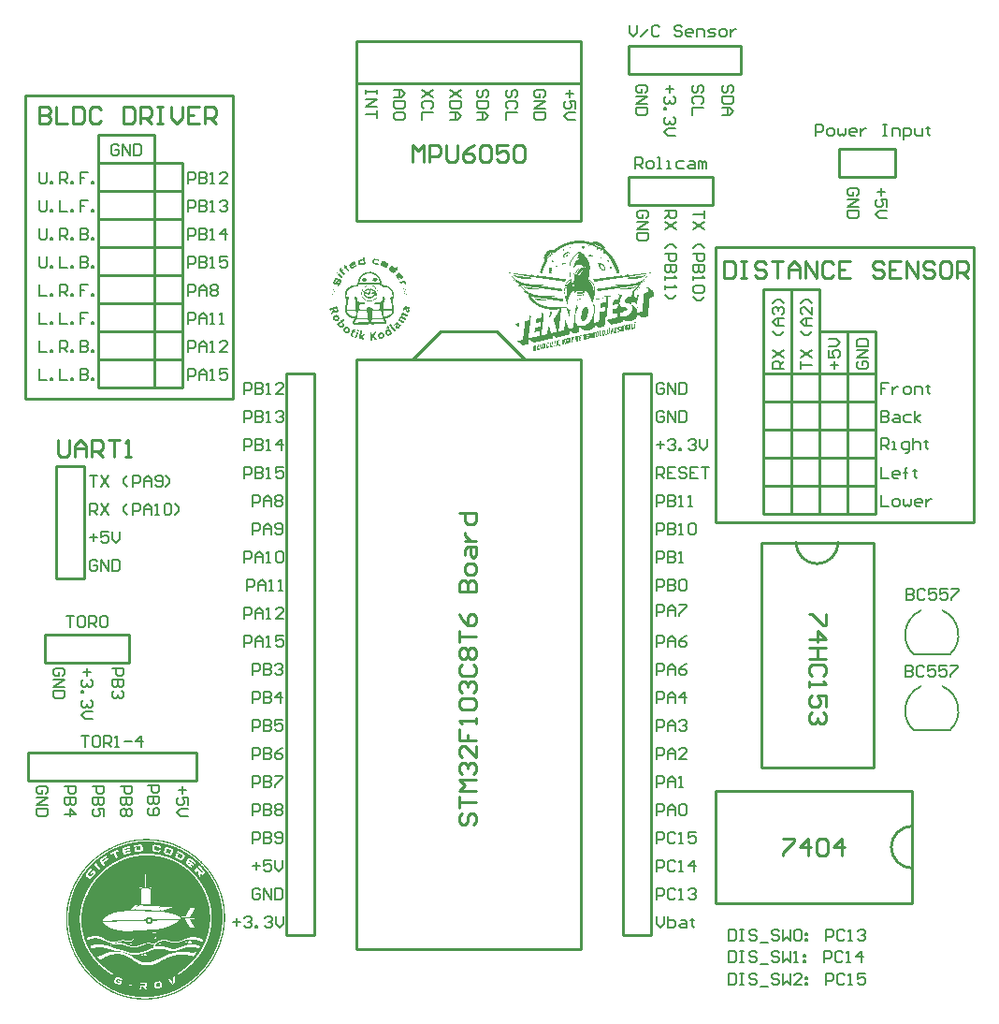
<source format=gto>
G04*
G04 #@! TF.GenerationSoftware,Altium Limited,Altium Designer,24.0.1 (36)*
G04*
G04 Layer_Color=65535*
%FSLAX25Y25*%
%MOIN*%
G70*
G04*
G04 #@! TF.SameCoordinates,67FC8AF9-9308-4AD8-ABDD-2333FC6696B3*
G04*
G04*
G04 #@! TF.FilePolarity,Positive*
G04*
G01*
G75*
%ADD10C,0.01000*%
%ADD11C,0.00600*%
%ADD12C,0.00800*%
G36*
X330955Y392344D02*
X331010Y392325D01*
X331083Y392307D01*
X331322Y392289D01*
X331450Y392234D01*
X331725Y392215D01*
X331780Y392197D01*
X332129Y392179D01*
X332202Y392160D01*
X332312Y392142D01*
X332477Y392069D01*
X332551Y392050D01*
X332807Y392014D01*
X333018Y391986D01*
X333092Y391968D01*
X333193Y391922D01*
X333376Y391867D01*
X333450Y391849D01*
X333578Y391830D01*
X333716Y391803D01*
X333780Y391757D01*
X333817Y391720D01*
X333890Y391702D01*
X333963Y391720D01*
X334046Y391803D01*
X334064Y391839D01*
X334138Y391913D01*
X334156Y391950D01*
X334239Y392050D01*
X334330Y392142D01*
X334459Y392179D01*
X335009Y392197D01*
X335064Y392179D01*
X335247Y392160D01*
X335523Y392050D01*
X335642Y392023D01*
X335752Y392004D01*
X335844Y391986D01*
X335917Y391968D01*
X336027Y391894D01*
X336146Y391849D01*
X336220Y391830D01*
X336339Y391784D01*
X336367Y391757D01*
X336403Y391739D01*
X336568Y391665D01*
X336642Y391647D01*
X336770Y391573D01*
X336807Y391537D01*
X336935Y391482D01*
X337064Y391408D01*
X337137Y391335D01*
X337256Y391289D01*
X337320Y391262D01*
X337412Y391170D01*
X337614Y391060D01*
X337724Y390950D01*
X337761Y390931D01*
X337853Y390840D01*
X337889Y390821D01*
X337926Y390785D01*
X337963Y390766D01*
X338008Y390720D01*
X338027Y390684D01*
X338109Y390583D01*
X338174Y390518D01*
X338192Y390482D01*
X338275Y390381D01*
X338339Y390317D01*
X338385Y390197D01*
X338458Y390087D01*
X338504Y390041D01*
X338541Y389913D01*
X338495Y389721D01*
X338430Y389656D01*
X338412Y389620D01*
X338375Y389528D01*
X338394Y389418D01*
X338440Y389372D01*
X338476Y389354D01*
X338623Y389207D01*
X338715Y389152D01*
X338807Y389060D01*
X338843Y389042D01*
X338944Y388959D01*
X339027Y388877D01*
X339063Y388858D01*
X339100Y388822D01*
X339137Y388803D01*
X339283Y388656D01*
X339320Y388638D01*
X339449Y388510D01*
X339485Y388491D01*
X339586Y388409D01*
X339604Y388372D01*
X339669Y388308D01*
X339705Y388290D01*
X339770Y388225D01*
X339788Y388189D01*
X339834Y388143D01*
X339871Y388124D01*
X339953Y388042D01*
X339971Y388005D01*
X340017Y387959D01*
X340054Y387941D01*
X340118Y387877D01*
X340137Y387840D01*
X340219Y387739D01*
X340302Y387657D01*
X340320Y387620D01*
X340467Y387473D01*
X340485Y387437D01*
X340522Y387400D01*
X340540Y387363D01*
X340669Y387235D01*
X340687Y387198D01*
X340779Y387106D01*
X340797Y387070D01*
X340834Y387033D01*
X340852Y386996D01*
X340916Y386914D01*
X340953Y386895D01*
X340980Y386868D01*
X341054Y386739D01*
X341146Y386648D01*
X341237Y386483D01*
X341347Y386372D01*
X341439Y386207D01*
X341512Y386134D01*
X341549Y386042D01*
X341567Y386005D01*
X341650Y385905D01*
X341696Y385859D01*
X341788Y385694D01*
X341861Y385620D01*
X341907Y385501D01*
X341971Y385400D01*
X342026Y385345D01*
X342099Y385162D01*
X342182Y385061D01*
X342210Y385033D01*
X342246Y384905D01*
X342301Y384813D01*
X342375Y384740D01*
X342411Y384648D01*
X342430Y384575D01*
X342503Y384446D01*
X342577Y384336D01*
X342604Y384235D01*
X342650Y384116D01*
X342742Y383987D01*
X342769Y383887D01*
X342788Y383813D01*
X342815Y383749D01*
X342907Y383621D01*
X342943Y383492D01*
X342971Y383391D01*
X343008Y383300D01*
X343035Y383272D01*
X343054Y383235D01*
X343090Y383144D01*
X343127Y383015D01*
X343154Y382896D01*
X343182Y382832D01*
X343255Y382722D01*
X343292Y382593D01*
X343310Y382520D01*
X343338Y382401D01*
X343356Y382327D01*
X343448Y382125D01*
X343466Y382034D01*
X343485Y381887D01*
X343521Y381703D01*
X343595Y381520D01*
X343622Y381419D01*
X343640Y381346D01*
X343659Y381144D01*
X343677Y381089D01*
X343659Y380997D01*
X343613Y380951D01*
X343485Y380915D01*
X343200Y380869D01*
X343127Y380851D01*
X342971Y380805D01*
X342898Y380786D01*
X342788Y380805D01*
X342705Y380869D01*
X342668Y380960D01*
X342641Y381117D01*
X342604Y381337D01*
X342577Y381437D01*
X342540Y381529D01*
X342485Y381658D01*
X342448Y381804D01*
X342384Y381979D01*
X342283Y382208D01*
X342255Y382327D01*
X342219Y382419D01*
X342136Y382557D01*
X342118Y382630D01*
X342054Y382804D01*
X341971Y382960D01*
X341934Y383052D01*
X341879Y383199D01*
X341769Y383364D01*
X341733Y383492D01*
X341678Y383584D01*
X341641Y383621D01*
X341586Y383749D01*
X341540Y383868D01*
X341448Y383978D01*
X341421Y384006D01*
X341402Y384079D01*
X341356Y384198D01*
X341311Y384263D01*
X341274Y384299D01*
X341237Y384391D01*
X341219Y384465D01*
X341182Y384556D01*
X341100Y384657D01*
X341054Y384758D01*
X341026Y384859D01*
X340999Y384923D01*
X340925Y384997D01*
X340870Y385125D01*
X340779Y385290D01*
X340742Y385327D01*
X340705Y385419D01*
X340659Y385538D01*
X340522Y385730D01*
X340467Y385822D01*
X340375Y385914D01*
X340357Y385950D01*
X340265Y386079D01*
X340192Y386152D01*
X340118Y386281D01*
X340008Y386391D01*
X339935Y386519D01*
X339907Y386547D01*
X339871Y386565D01*
X339843Y386593D01*
X339825Y386629D01*
X339742Y386749D01*
X339705Y386767D01*
X339669Y386804D01*
X339660Y386813D01*
X339623Y386849D01*
X339604Y386886D01*
X339559Y386932D01*
X339522Y386950D01*
X339476Y386996D01*
X339421Y387088D01*
X339293Y387216D01*
X339274Y387253D01*
X339229Y387299D01*
X339192Y387317D01*
X339109Y387400D01*
X339091Y387437D01*
X339045Y387482D01*
X339008Y387501D01*
X338944Y387565D01*
X338926Y387602D01*
X338861Y387666D01*
X338825Y387684D01*
X338696Y387813D01*
X338660Y387831D01*
X338577Y387895D01*
X338559Y387932D01*
X338495Y387996D01*
X338458Y388014D01*
X338366Y388143D01*
X338293Y388161D01*
X338201Y388143D01*
X338174Y388115D01*
X338192Y387932D01*
X338210Y387877D01*
X338192Y387730D01*
X338146Y387721D01*
X338082Y387767D01*
X338045Y387858D01*
X338018Y387978D01*
X337917Y388225D01*
X337889Y388363D01*
X337871Y388565D01*
X337853Y388656D01*
X337834Y388730D01*
X337816Y389170D01*
X337779Y389262D01*
X337752Y389289D01*
X337733Y389326D01*
X337706Y389354D01*
X337614Y389390D01*
X337541Y389409D01*
X337376Y389390D01*
X337330Y389344D01*
X337293Y389253D01*
X337238Y389124D01*
X337183Y388941D01*
X337165Y388867D01*
X337128Y388702D01*
X337082Y388656D01*
X337027Y388675D01*
X337000Y388757D01*
X336981Y388831D01*
X337000Y388959D01*
X337009Y389317D01*
X336990Y389390D01*
X336963Y389418D01*
X336954Y389445D01*
X336917Y389464D01*
X336678Y389574D01*
X336504Y389601D01*
X336412Y389638D01*
X336348Y389684D01*
X336293Y389739D01*
X336202Y389757D01*
X336110Y389702D01*
X336082Y389675D01*
X336036Y389555D01*
X335991Y389510D01*
X335972Y389473D01*
X335935Y389436D01*
X335899Y389344D01*
X335880Y389271D01*
X335835Y389152D01*
X335752Y389014D01*
X335724Y388895D01*
X335679Y388776D01*
X335633Y388730D01*
X335587Y388739D01*
X335550Y388886D01*
X335568Y389014D01*
X335587Y389088D01*
X335651Y389372D01*
X335743Y389629D01*
X335789Y389785D01*
X335770Y389895D01*
X335669Y389996D01*
X335633Y390014D01*
X335559Y390087D01*
X335468Y390124D01*
X335376Y390179D01*
X335302Y390252D01*
X335101Y390363D01*
X335046Y390418D01*
X335009Y390436D01*
X334844Y390564D01*
X334789Y390619D01*
X334660Y390638D01*
X334569Y390601D01*
X334495Y390528D01*
X334459Y390509D01*
X334294Y390436D01*
X334257Y390454D01*
X334248Y390500D01*
X334330Y390619D01*
X334367Y390638D01*
X334394Y390665D01*
X334413Y390702D01*
X334450Y390739D01*
X334468Y390812D01*
X334450Y390922D01*
X334413Y390959D01*
X334394Y390996D01*
X334303Y391124D01*
X334275Y391151D01*
X334193Y391161D01*
X334119Y391142D01*
X334092Y391115D01*
X334055Y391096D01*
X333982Y391023D01*
X333853Y390950D01*
X333807Y390922D01*
X333798Y390895D01*
X333762Y390876D01*
X333486Y390729D01*
X333358Y390674D01*
X333229Y390656D01*
X333156Y390638D01*
X333000Y390610D01*
X332908Y390592D01*
X332752Y390583D01*
X332661Y390638D01*
X332652Y390665D01*
X332698Y390711D01*
X332826Y390748D01*
X332945Y390775D01*
X333037Y390812D01*
X333092Y390849D01*
X333110Y390922D01*
X333092Y390959D01*
X332991Y391005D01*
X332844Y391041D01*
X332551Y391133D01*
X332331Y391170D01*
X332202Y391188D01*
X332037Y391207D01*
X331982Y391225D01*
X331799Y391280D01*
X331725Y391298D01*
X331551Y391326D01*
X331404Y391344D01*
X331074Y391362D01*
X330909Y391381D01*
X330799Y391399D01*
X330469Y391417D01*
X330368Y391445D01*
X330294Y391463D01*
X330166Y391482D01*
X328698Y391463D01*
X328606Y391427D01*
X328478Y391408D01*
X328304Y391417D01*
X328194Y391399D01*
X328120Y391381D01*
X327790Y391362D01*
X327414Y391335D01*
X327359Y391317D01*
X327166Y391289D01*
X326964Y391216D01*
X326891Y391197D01*
X326653Y391179D01*
X326506Y391161D01*
X326414Y391142D01*
X326167Y391041D01*
X325910Y391005D01*
X325763Y390968D01*
X325644Y390922D01*
X325451Y390840D01*
X325268Y390821D01*
X325148Y390775D01*
X325038Y390702D01*
X324956Y390674D01*
X324882Y390656D01*
X324708Y390629D01*
X324479Y390509D01*
X324332Y390473D01*
X324203Y390399D01*
X324112Y390344D01*
X323965Y390307D01*
X323846Y390262D01*
X323818Y390234D01*
X323782Y390216D01*
X323745Y390179D01*
X323644Y390152D01*
X323571Y390133D01*
X323479Y390097D01*
X323415Y390051D01*
X323360Y389996D01*
X323231Y389959D01*
X323112Y389913D01*
X322993Y389794D01*
X322873Y389766D01*
X322782Y389730D01*
X322699Y389647D01*
X322607Y389610D01*
X322479Y389537D01*
X322442Y389500D01*
X322406Y389482D01*
X322204Y389372D01*
X322130Y389299D01*
X322002Y389244D01*
X321910Y389189D01*
X321837Y389115D01*
X321672Y389023D01*
X321626Y388978D01*
X321608Y388941D01*
X321452Y388858D01*
X321351Y388776D01*
X321323Y388748D01*
X321195Y388675D01*
X321103Y388583D01*
X320938Y388491D01*
X320911Y388464D01*
X320920Y388234D01*
X320791Y388179D01*
X320663Y388161D01*
X320039Y388179D01*
X319984Y388198D01*
X319764Y388179D01*
X319718Y388152D01*
X319681Y388023D01*
X319700Y387895D01*
X319801Y387794D01*
X319966Y387702D01*
X320012Y387638D01*
X320039Y387611D01*
X320112Y387592D01*
X320158Y387565D01*
X320149Y387519D01*
X320076Y387537D01*
X320039Y387574D01*
X319947Y387611D01*
X319764Y387629D01*
X319709Y387648D01*
X319626Y387657D01*
X319562Y387629D01*
X319535Y387602D01*
X319443Y387437D01*
X319351Y387345D01*
X319333Y387308D01*
X319296Y387216D01*
X319315Y387015D01*
X319397Y386914D01*
X319434Y386877D01*
X319562Y386804D01*
X319599Y386767D01*
X319636Y386749D01*
X319801Y386583D01*
X319901Y386556D01*
X319975Y386519D01*
X319993Y386464D01*
X319966Y386437D01*
X319819Y386455D01*
X319727Y386547D01*
X319636Y386583D01*
X319535Y386611D01*
X319415Y386657D01*
X319287Y386749D01*
X319250Y386785D01*
X319122Y386804D01*
X319049Y386822D01*
X318902Y386804D01*
X318819Y386739D01*
X318764Y386648D01*
X318718Y386602D01*
X318682Y386583D01*
X318636Y386538D01*
X318617Y386501D01*
X318553Y386437D01*
X318461Y386382D01*
X318434Y386354D01*
X318324Y386171D01*
X318305Y386079D01*
X318223Y386070D01*
X318168Y386088D01*
X318012Y386097D01*
X317948Y386070D01*
X317920Y386042D01*
X317911Y385905D01*
X317929Y385795D01*
X317994Y385657D01*
X318085Y385455D01*
X318067Y384868D01*
X318039Y384841D01*
X317948Y384896D01*
X317856Y384932D01*
X317801Y384914D01*
X317774Y384887D01*
X317737Y384740D01*
X317663Y384611D01*
X317590Y384538D01*
X317563Y384419D01*
X317526Y384327D01*
X317480Y384263D01*
X317425Y384208D01*
X317388Y384079D01*
X317342Y383960D01*
X317260Y383877D01*
X317223Y383786D01*
X317196Y383666D01*
X317131Y383566D01*
X317076Y383511D01*
X317040Y383364D01*
X317012Y383263D01*
X316948Y383162D01*
X316911Y383125D01*
X316875Y383034D01*
X316829Y382841D01*
X316801Y382777D01*
X316709Y382648D01*
X316691Y382520D01*
X316664Y382382D01*
X316544Y382153D01*
X316526Y382080D01*
X316489Y381841D01*
X316398Y381713D01*
X316370Y381612D01*
X316352Y381538D01*
X316324Y381291D01*
X316306Y381217D01*
X316269Y381126D01*
X316214Y380997D01*
X316159Y380906D01*
X316131Y380878D01*
X315985Y380896D01*
X315893Y380933D01*
X315719Y380960D01*
X315645Y380979D01*
X315581Y380988D01*
X315526Y380970D01*
X315398Y380988D01*
X315352Y381016D01*
X315334Y381089D01*
X315370Y381217D01*
X315388Y381291D01*
X315407Y381419D01*
X315517Y381658D01*
X315535Y381841D01*
X315554Y381914D01*
X315572Y382043D01*
X315700Y382245D01*
X315737Y382557D01*
X315865Y382758D01*
X315902Y382979D01*
X315948Y383098D01*
X316012Y383162D01*
X316031Y383199D01*
X316067Y383290D01*
X316095Y383465D01*
X316122Y383529D01*
X316196Y383602D01*
X316232Y383694D01*
X316278Y383887D01*
X316379Y383987D01*
X316416Y384116D01*
X316471Y384263D01*
X316563Y384354D01*
X316599Y384483D01*
X316627Y384584D01*
X316654Y384611D01*
X316673Y384648D01*
X316709Y384666D01*
X316728Y384703D01*
X316764Y384795D01*
X316792Y384896D01*
X316838Y384960D01*
X316930Y385052D01*
X316948Y385125D01*
X316994Y385244D01*
X317113Y385364D01*
X317131Y385547D01*
X317086Y385666D01*
X316966Y385749D01*
X316948Y385785D01*
X316856Y385950D01*
X316801Y386042D01*
X316783Y386116D01*
X316764Y386446D01*
X316783Y386501D01*
X316801Y386776D01*
X316875Y386905D01*
X316911Y386941D01*
X316948Y387088D01*
X316975Y387207D01*
X317067Y387317D01*
X317095Y387345D01*
X317113Y387418D01*
X317159Y387537D01*
X317260Y387638D01*
X317278Y387675D01*
X317352Y387803D01*
X317379Y387831D01*
X317416Y387849D01*
X317443Y387877D01*
X317462Y387913D01*
X317498Y387950D01*
X317517Y387987D01*
X317608Y388079D01*
X317627Y388115D01*
X317700Y388244D01*
X317728Y388271D01*
X317764Y388290D01*
X317847Y388372D01*
X317865Y388409D01*
X317911Y388455D01*
X318003Y388510D01*
X318030Y388537D01*
X318049Y388574D01*
X318076Y388601D01*
X318113Y388620D01*
X318241Y388693D01*
X318269Y388721D01*
X318287Y388757D01*
X318425Y388840D01*
X318461Y388858D01*
X318571Y388968D01*
X318700Y389005D01*
X318819Y389051D01*
X318883Y389115D01*
X318975Y389152D01*
X319049Y389170D01*
X319746Y389152D01*
X319847Y389069D01*
X319892Y389023D01*
X319993Y388996D01*
X320067Y388978D01*
X320186Y388968D01*
X320287Y389051D01*
X320369Y389152D01*
X320406Y389189D01*
X320443Y389207D01*
X320571Y389335D01*
X320663Y389372D01*
X320764Y389455D01*
X320828Y389519D01*
X320920Y389574D01*
X321030Y389684D01*
X321195Y389775D01*
X321268Y389849D01*
X321388Y389895D01*
X321479Y389950D01*
X321498Y389986D01*
X321543Y390032D01*
X321745Y390142D01*
X321800Y390197D01*
X321984Y390271D01*
X322094Y390381D01*
X322296Y390454D01*
X322387Y390546D01*
X322479Y390583D01*
X322580Y390610D01*
X322644Y390638D01*
X322717Y390711D01*
X322754Y390729D01*
X322846Y390766D01*
X323011Y390858D01*
X323066Y390913D01*
X323213Y390950D01*
X323314Y390977D01*
X323424Y391069D01*
X323543Y391115D01*
X323662Y391142D01*
X323727Y391170D01*
X323800Y391243D01*
X323928Y391280D01*
X324002Y391298D01*
X324112Y391317D01*
X324240Y391390D01*
X324277Y391427D01*
X324369Y391463D01*
X324543Y391491D01*
X324635Y391528D01*
X324680Y391573D01*
X324717Y391592D01*
X324809Y391628D01*
X324882Y391647D01*
X325057Y391674D01*
X325130Y391693D01*
X325277Y391748D01*
X325396Y391812D01*
X325524Y391830D01*
X325699Y391858D01*
X325901Y391931D01*
X326020Y391977D01*
X326277Y392014D01*
X326451Y392041D01*
X326543Y392059D01*
X326735Y392142D01*
X326992Y392179D01*
X327304Y392197D01*
X327359Y392215D01*
X327597Y392234D01*
X327689Y392270D01*
X327763Y392289D01*
X327992Y392316D01*
X328102Y392335D01*
X328340Y392353D01*
X328368Y392362D01*
X328423Y392344D01*
X328827Y392362D01*
X330955Y392344D01*
D02*
G37*
G36*
X329028Y390399D02*
X329056Y390372D01*
X329065Y390363D01*
X329074Y390280D01*
X329010Y390197D01*
X328918Y390216D01*
X328891Y390243D01*
X328872Y390335D01*
X328937Y390418D01*
X329028Y390399D01*
D02*
G37*
G36*
X326167Y390069D02*
X326194Y390041D01*
X326212Y389968D01*
X326157Y389876D01*
X326148Y389867D01*
X326130D01*
X326056Y389886D01*
X326029Y389913D01*
X326020Y389996D01*
X326047Y390060D01*
X326130Y390087D01*
X326167Y390069D01*
D02*
G37*
G36*
X330973Y390418D02*
X331074Y390335D01*
X331129Y390280D01*
X331184Y390152D01*
X331202Y390023D01*
X331184Y389821D01*
X331147Y389730D01*
X331129Y389693D01*
X331083Y389629D01*
X331046Y389610D01*
X330955Y389574D01*
X330799Y389546D01*
X330624Y389537D01*
X330533Y389574D01*
X330514D01*
X330505Y389583D01*
X330478Y389610D01*
X330441Y389629D01*
X330358Y389693D01*
X330303Y389821D01*
X330285Y390115D01*
X330303Y390225D01*
X330395Y390353D01*
X330441Y390399D01*
X330569Y390436D01*
X330973Y390418D01*
D02*
G37*
G36*
X323892Y389537D02*
X324029Y389436D01*
X324048Y389399D01*
X324084Y389308D01*
X324066Y389124D01*
X324020Y389078D01*
X323983Y389060D01*
X323919Y388996D01*
X323901Y388959D01*
X323873Y388932D01*
X323800Y388913D01*
X323617Y388932D01*
X323516Y389014D01*
X323479Y389051D01*
X323442Y389179D01*
Y389234D01*
Y389253D01*
X323461Y389473D01*
X323525Y389537D01*
X323653Y389555D01*
X323892Y389537D01*
D02*
G37*
G36*
X321333Y388262D02*
X321314Y388225D01*
X321305Y388216D01*
X321122Y388234D01*
X321112Y388244D01*
X321195Y388271D01*
X321268Y388290D01*
X321333Y388262D01*
D02*
G37*
G36*
X338311Y387629D02*
X338339Y387583D01*
Y387565D01*
X338357Y387510D01*
X338339Y387418D01*
X338293Y387409D01*
X338247Y387455D01*
X338229Y387583D01*
X338238Y387648D01*
X338311Y387629D01*
D02*
G37*
G36*
X333266Y387372D02*
X333413Y387354D01*
X333505Y387299D01*
X333633Y387262D01*
X333752Y387235D01*
X333899Y387143D01*
X333927Y387115D01*
X333963Y387097D01*
X334092Y387024D01*
X334193Y386941D01*
X334303Y386831D01*
X334376Y386703D01*
X334413Y386611D01*
X334349Y386602D01*
X334239Y386675D01*
X334202Y386694D01*
X334092Y386767D01*
X333963Y386822D01*
X333945D01*
X333936Y386831D01*
X333908Y386859D01*
X333780Y386914D01*
X333633Y386950D01*
X333248Y386932D01*
X333129Y386849D01*
X333073Y386629D01*
X333046Y386583D01*
X332954Y386602D01*
X332908Y386648D01*
X332890Y386684D01*
X332798Y386813D01*
X332762Y386941D01*
X332734Y387060D01*
X332725Y387143D01*
X332817Y387308D01*
X332863Y387354D01*
X332936Y387372D01*
X333174Y387391D01*
X333193Y387372D01*
X333211Y387391D01*
X333266Y387372D01*
D02*
G37*
G36*
X325469Y388345D02*
X325543Y388326D01*
X325644Y388299D01*
X325653Y388290D01*
X325708Y388271D01*
X325800Y388216D01*
X325873Y388198D01*
X326056Y388179D01*
X326112Y388161D01*
X326185Y388143D01*
X326332Y388088D01*
X326341Y388079D01*
X326295Y388033D01*
X326167Y388014D01*
X325891Y387996D01*
X325790Y387913D01*
X325726Y387739D01*
X325680Y387638D01*
X325671Y387556D01*
X325690Y387482D01*
X325717Y387455D01*
X325772Y387345D01*
X325690Y387317D01*
X325451Y387299D01*
X325350Y387216D01*
X325268Y387134D01*
X325231Y387115D01*
X325203Y387088D01*
X325167Y386996D01*
X325258Y386831D01*
X325295Y386794D01*
X325313Y386721D01*
X325295Y386666D01*
X325268Y386657D01*
X325222Y386684D01*
X325203Y386721D01*
X325102Y386822D01*
X325066Y386840D01*
X324992Y386914D01*
X324919Y386932D01*
X324827Y386914D01*
X324699Y386822D01*
X324469Y386739D01*
X324341Y386611D01*
X324268Y386446D01*
X324249Y386409D01*
X324240Y386400D01*
X324213Y386427D01*
X324194Y386611D01*
X324149Y386675D01*
X324112Y386694D01*
X324020Y386730D01*
X323873Y386712D01*
X323809Y386648D01*
X323772Y386556D01*
X323754Y386483D01*
X323727Y386382D01*
X323672Y386327D01*
X323635Y386345D01*
X323607Y386427D01*
X323626Y386703D01*
X323644Y386758D01*
X323635Y387189D01*
X323653Y387262D01*
X323727Y387372D01*
X323754Y387400D01*
X323791Y387491D01*
X323846Y387583D01*
X323873Y387611D01*
X323910Y387629D01*
X323974Y387693D01*
X323993Y387730D01*
X324057Y387794D01*
X324094Y387813D01*
X324139Y387858D01*
X324158Y387895D01*
X324203Y387941D01*
X324332Y388014D01*
X324424Y388106D01*
X324598Y388170D01*
X324717Y388253D01*
X324809Y388290D01*
X324937Y388308D01*
X325203Y388335D01*
X325295Y388354D01*
X325414Y388363D01*
X325469Y388345D01*
D02*
G37*
G36*
X324231Y386281D02*
X324222Y386253D01*
X324213Y386281D01*
X324222Y386290D01*
X324231Y386281D01*
D02*
G37*
G36*
X337247Y386547D02*
X337366Y386519D01*
X337421Y386464D01*
X337440Y386391D01*
X337385Y386299D01*
X337357Y386272D01*
X337265Y386235D01*
X337192Y386216D01*
X337073Y386244D01*
X337009Y386272D01*
X336963Y386317D01*
Y386336D01*
X336981Y386427D01*
X337073Y386556D01*
X337192Y386565D01*
X337247Y386547D01*
D02*
G37*
G36*
X256865Y385917D02*
X256956Y385887D01*
X257322Y385795D01*
X257688Y385734D01*
X257932Y385704D01*
X258009Y385658D01*
X258054Y385490D01*
X258024Y385338D01*
X257932Y385246D01*
X257810Y385216D01*
X257658Y385246D01*
X257505Y385307D01*
X257200Y385338D01*
X256804Y385368D01*
X256575Y385384D01*
X256453Y385353D01*
X256331Y385231D01*
X256300Y384926D01*
X256285Y384728D01*
X256331Y384621D01*
X256377Y384575D01*
X256590Y384514D01*
X257048Y384484D01*
X257139Y384453D01*
X257566Y384392D01*
X257765Y384285D01*
X257795Y384224D01*
X257825Y384133D01*
X257795Y383950D01*
X257719Y383874D01*
X257597Y383843D01*
X257292Y383874D01*
X257200Y383904D01*
X257109D01*
X256804Y383934D01*
X256377Y383996D01*
X256255Y384026D01*
X255797Y384270D01*
X255721Y384346D01*
X255660Y384590D01*
X255705Y384941D01*
X255736Y385216D01*
X255766Y385460D01*
X255812Y385567D01*
X255965Y385719D01*
X255995Y385780D01*
X256102Y385917D01*
X256224Y385948D01*
X256865Y385917D01*
D02*
G37*
G36*
X339614Y385483D02*
X339742Y385391D01*
X339779Y385354D01*
X339815Y385336D01*
X339916Y385272D01*
X339935Y385235D01*
X340026Y385107D01*
X340082Y385052D01*
X340118Y384960D01*
X340100Y384740D01*
X340072Y384694D01*
X339981Y384657D01*
X339834Y384676D01*
X339815D01*
X339760Y384694D01*
X339660Y384776D01*
X339614Y384822D01*
X339522Y384877D01*
X339476Y384923D01*
X339458Y384960D01*
X339329Y385125D01*
X339293Y385217D01*
X339274Y385382D01*
X339329Y385473D01*
X339412Y385501D01*
X339614Y385483D01*
D02*
G37*
G36*
X319892Y385281D02*
X319929Y385244D01*
X319966Y385226D01*
X319993Y385198D01*
X320012Y385162D01*
X320048Y385125D01*
X320067Y385088D01*
X320103Y385052D01*
X320140Y384960D01*
X320122Y384795D01*
X320085Y384758D01*
X320067Y384721D01*
X320021Y384676D01*
X319892Y384639D01*
X319617Y384657D01*
X319581Y384694D01*
X319544Y384712D01*
X319516Y384740D01*
X319480Y384831D01*
X319461Y385070D01*
X319553Y385162D01*
X319571Y385198D01*
X319581Y385208D01*
X319626Y385272D01*
X319709Y385299D01*
X319892Y385281D01*
D02*
G37*
G36*
X337155Y384474D02*
X337210Y384455D01*
X337330Y384409D01*
X337394Y384364D01*
X337449Y384309D01*
X337614Y384217D01*
X337687Y384143D01*
X337724Y384125D01*
X337761Y384088D01*
X337797Y384070D01*
X337843Y384024D01*
X337862Y383987D01*
X337926Y383923D01*
X337963Y383905D01*
X338027Y383841D01*
X338045Y383804D01*
X338128Y383703D01*
X338174Y383657D01*
X338192Y383621D01*
X338275Y383520D01*
X338339Y383455D01*
X338403Y383281D01*
X338504Y383180D01*
X338541Y383089D01*
X338568Y382933D01*
X338596Y382869D01*
X338669Y382703D01*
X338651Y382281D01*
Y382263D01*
X338577Y382153D01*
X338550Y382034D01*
X338531Y381960D01*
X338513Y381869D01*
X338467Y381713D01*
X338449Y381639D01*
X338430Y381474D01*
X338394Y381382D01*
X338366Y381282D01*
X338330Y381245D01*
X338293Y381263D01*
X338265Y381291D01*
X338229Y381511D01*
X338210Y381584D01*
X338192Y381804D01*
X338146Y381850D01*
X337999Y381887D01*
X337871Y381905D01*
X337724Y381997D01*
X337651Y382015D01*
X337559Y381997D01*
X337513Y381951D01*
X337476Y381804D01*
X337458Y381768D01*
X337431Y381722D01*
X337376Y381740D01*
X337330Y381786D01*
X337311Y381914D01*
X337293Y382098D01*
X337146Y382355D01*
X337045Y382419D01*
X336954Y382511D01*
X336880Y382529D01*
X336752Y382456D01*
X336697Y382401D01*
X336660Y382382D01*
X336568Y382346D01*
X336486Y382392D01*
X336504Y382483D01*
X336633Y382612D01*
X336688Y382740D01*
X336669Y382905D01*
X336578Y383034D01*
X336504Y383107D01*
X336440Y383281D01*
X336385Y383373D01*
X336293Y383410D01*
X336220Y383428D01*
X336009Y383455D01*
X335935Y383474D01*
X335880Y383511D01*
X335899Y383566D01*
X336128Y383666D01*
X336247Y383712D01*
X336302Y383841D01*
X336284Y384098D01*
X336238Y384162D01*
X336146Y384198D01*
X336073Y384217D01*
X335890Y384272D01*
X335816Y384290D01*
X335715Y384318D01*
X335624Y384373D01*
X335642Y384428D01*
X335724Y384455D01*
X335853Y384474D01*
X336257Y384455D01*
X336513Y384474D01*
X336568Y384492D01*
X337155Y384474D01*
D02*
G37*
G36*
X324259Y384602D02*
X324350Y384547D01*
X324414Y384483D01*
X324488Y384318D01*
X324506Y384244D01*
X324479Y384180D01*
X324405Y384162D01*
X324314Y384198D01*
X324213Y384281D01*
X324194Y384299D01*
X324185Y384309D01*
X323910Y384290D01*
X323727Y384162D01*
X323626Y384134D01*
X323561Y384088D01*
X323488Y383978D01*
X323442Y383914D01*
X323387Y383786D01*
X323332Y383694D01*
X323286Y383685D01*
X323222Y383749D01*
X323213Y383868D01*
X323231Y383942D01*
X323259Y384043D01*
X323295Y384208D01*
X323378Y384290D01*
X323415Y384309D01*
X323488Y384419D01*
X323525Y384437D01*
X323653Y384565D01*
X323745Y384602D01*
X323873Y384620D01*
X324259Y384602D01*
D02*
G37*
G36*
X252731Y386604D02*
X252762Y386543D01*
X252853Y386329D01*
X252899Y386101D01*
X252975Y385841D01*
X253006Y385719D01*
X253067Y385292D01*
X253112Y385002D01*
X253204Y384758D01*
X253219Y384438D01*
X253021Y384179D01*
X252960Y384148D01*
X252868Y384057D01*
X252807Y384026D01*
X252792Y384011D01*
X252594Y383934D01*
X252197Y383904D01*
X252075Y383874D01*
X251846Y383828D01*
X251587Y383752D01*
X251343Y383691D01*
X251099Y383721D01*
X250916Y383904D01*
X250763Y383996D01*
X250718Y384133D01*
X250687Y384346D01*
X250657Y384651D01*
X250565Y384865D01*
X250596Y385201D01*
X250733Y385368D01*
X250824Y385460D01*
X250885Y385490D01*
X250946Y385551D01*
X251007Y385582D01*
X251160Y385643D01*
X251282Y385673D01*
X251938Y385750D01*
X252060Y385780D01*
X252167Y385826D01*
X252273Y385933D01*
X252304Y386055D01*
X252182Y386329D01*
X252212Y386512D01*
X252289Y386589D01*
X252594Y386680D01*
X252731Y386604D01*
D02*
G37*
G36*
X321433Y383556D02*
X321562Y383538D01*
X321608Y383511D01*
X321626Y383437D01*
X321608Y383364D01*
X321516Y383272D01*
X321424Y383107D01*
X321323Y383079D01*
X321287D01*
X321158Y383153D01*
X321094Y383254D01*
X321039Y383345D01*
X321021Y383419D01*
X321103Y383520D01*
X321195Y383611D01*
X321268Y383630D01*
X321433Y383556D01*
D02*
G37*
G36*
X328707Y383621D02*
X328643Y383501D01*
X328551Y383465D01*
X328432Y383437D01*
X328396Y383401D01*
X328377Y383364D01*
X328331Y383318D01*
X328166Y383226D01*
X328139Y383199D01*
X328056Y383043D01*
X327983Y383024D01*
X327955Y383034D01*
X327974Y383162D01*
X328019Y383208D01*
X328056Y383226D01*
X328157Y383309D01*
X328258Y383446D01*
X328285Y383455D01*
X328295Y383465D01*
X328386Y383483D01*
X328414Y383511D01*
X328450Y383602D01*
X328478Y383630D01*
X328689Y383639D01*
X328707Y383621D01*
D02*
G37*
G36*
X259732Y385124D02*
X259824Y385094D01*
X260022Y385017D01*
X260068Y384972D01*
X260129Y384941D01*
X260403Y384819D01*
X260525Y384789D01*
X260678Y384728D01*
X260983Y384514D01*
X261044Y384484D01*
X261212Y384346D01*
Y384316D01*
X261273Y384163D01*
X261242Y383767D01*
X261059Y383431D01*
X260968Y383218D01*
X260937Y383096D01*
X260678Y382836D01*
X260617Y382806D01*
X260525Y382775D01*
X260403Y382745D01*
X260281Y382775D01*
X259763Y383019D01*
X259641Y383050D01*
X259061Y383324D01*
X258847Y383446D01*
X258787Y383538D01*
X258725Y383569D01*
X258649Y383645D01*
X258588Y383797D01*
X258619Y384224D01*
X258741Y384438D01*
X258832Y384590D01*
X258939Y384880D01*
X259015Y384987D01*
X259061Y385033D01*
X259122Y385063D01*
X259336Y385155D01*
X259732Y385124D01*
D02*
G37*
G36*
X327909Y382951D02*
X327937Y382942D01*
X327919Y382758D01*
X327873Y382713D01*
X327799Y382694D01*
X327772Y382703D01*
X327790Y382924D01*
X327818Y382951D01*
X327900Y382960D01*
X327909Y382951D01*
D02*
G37*
G36*
X249238Y384941D02*
X249467Y384804D01*
X249497Y384743D01*
X249619Y384529D01*
X249711Y384438D01*
X249741Y384316D01*
X249619Y384102D01*
X249513Y383965D01*
X249238Y383812D01*
X249025Y383660D01*
X248735Y383553D01*
X248628Y383446D01*
X248567Y383416D01*
X248399Y383279D01*
X248338Y383218D01*
X248369Y383126D01*
X248414Y383080D01*
X248658Y383111D01*
X248720Y383172D01*
X248780Y383202D01*
X249238Y383446D01*
X249421Y383569D01*
X249619Y383645D01*
X249665Y383691D01*
X249726Y383721D01*
X249879Y383782D01*
X250031Y383752D01*
X250108Y383675D01*
X250138Y383553D01*
X250108Y383401D01*
X250001Y383294D01*
X249665Y383111D01*
X249452Y383019D01*
X249177Y382867D01*
X249116Y382806D01*
X248811Y382684D01*
X248598Y382562D01*
X248384Y382470D01*
X248140Y382501D01*
X247972Y382638D01*
X247820Y382790D01*
X247759Y382943D01*
X247606Y383218D01*
X247545Y383279D01*
X247484Y383431D01*
X247438Y383599D01*
X247393Y383736D01*
X247423Y383919D01*
X247560Y384148D01*
X247621Y384179D01*
X247896Y384331D01*
X248018Y384453D01*
X248140Y384484D01*
X248292Y384545D01*
X248445Y384636D01*
X248506Y384697D01*
X248567Y384728D01*
X248674Y384773D01*
X248689Y384789D01*
X248857Y384835D01*
X249086Y384972D01*
X249238Y384941D01*
D02*
G37*
G36*
X340852Y382960D02*
X340907Y382869D01*
X340916Y382859D01*
X340944Y382832D01*
X340962Y382795D01*
X340980Y382740D01*
X340990Y382694D01*
X340971Y382621D01*
X340788Y382382D01*
X340659Y382364D01*
X340421Y382382D01*
X340375Y382410D01*
X340338Y382538D01*
X340320Y382887D01*
X340384Y382969D01*
X340458Y382988D01*
X340632Y383015D01*
X340788Y383024D01*
X340852Y382960D01*
D02*
G37*
G36*
X327341Y382713D02*
X327350Y382483D01*
X327331Y382428D01*
X327322Y382346D01*
X327331Y382336D01*
X327313Y382281D01*
X327295Y382190D01*
X327267Y382181D01*
X327240Y382263D01*
X327231Y382639D01*
X327267Y382713D01*
X327295Y382722D01*
X327304Y382731D01*
X327341Y382713D01*
D02*
G37*
G36*
X327753Y382630D02*
X327772Y382502D01*
X327744Y382364D01*
X327698Y382263D01*
X327717Y382153D01*
X327735Y382098D01*
X327689Y382034D01*
X327643Y382025D01*
X327607Y382043D01*
X327597Y382144D01*
X327607Y382318D01*
X327597Y382327D01*
X327588Y382336D01*
X327607Y382575D01*
X327634Y382603D01*
X327671Y382621D01*
X327726Y382639D01*
X327753Y382630D01*
D02*
G37*
G36*
X245943Y383660D02*
X246020Y383584D01*
X246111Y383431D01*
X246157Y383385D01*
X246584Y383416D01*
X246782Y383279D01*
X246752Y383096D01*
X246630Y382974D01*
X246599Y382852D01*
X246691Y382699D01*
X246874Y382516D01*
X246965Y382364D01*
X247210Y382119D01*
X247240Y382058D01*
X247332Y381845D01*
X247301Y381662D01*
X247194Y381555D01*
X246981Y381525D01*
X246828Y381616D01*
X246660Y381784D01*
X246538Y381997D01*
X246355Y382180D01*
X246325Y382241D01*
X246187Y382440D01*
X246065Y382470D01*
X245943Y382440D01*
X245760D01*
X245623Y382546D01*
X245654Y382790D01*
X245715Y382943D01*
X245654Y383096D01*
X245562Y383187D01*
X245532Y383248D01*
X245471Y383401D01*
X245501Y383523D01*
X245608Y383629D01*
X245760Y383691D01*
X245943Y383660D01*
D02*
G37*
G36*
X355574Y381502D02*
X355583Y381474D01*
X355565Y381456D01*
X355556Y381447D01*
X355528Y381456D01*
X355538Y381520D01*
X355574Y381502D01*
D02*
G37*
G36*
X327735Y381749D02*
X327744Y381428D01*
X327753Y381419D01*
X327735Y381254D01*
X327708Y381226D01*
X327634Y381245D01*
X327607Y381272D01*
X327588Y381456D01*
X327607Y381566D01*
X327588Y381621D01*
X327607Y381786D01*
X327653Y381814D01*
X327735Y381749D01*
D02*
G37*
G36*
X352740Y381217D02*
X352712Y381190D01*
X352611Y381199D01*
X352621Y381226D01*
X352694D01*
X352740Y381217D01*
D02*
G37*
G36*
X306344D02*
X306317Y381190D01*
X306298D01*
X306271Y381217D01*
X306335Y381226D01*
X306344Y381217D01*
D02*
G37*
G36*
X319470Y382933D02*
X319507Y382896D01*
X319571Y382869D01*
X319581Y382859D01*
X319617Y382841D01*
X319663Y382813D01*
X319700Y382722D01*
X319746Y382603D01*
X319791Y382502D01*
X319773Y381933D01*
X319718Y381804D01*
X319700Y381731D01*
X319709Y381557D01*
X319617Y381520D01*
X319581Y381502D01*
X319535Y381456D01*
X319516Y381382D01*
X319470Y381337D01*
X319397Y381318D01*
X319333Y381272D01*
X319287Y381171D01*
X319214Y381153D01*
X318764Y381144D01*
X318727Y381162D01*
X318672Y381309D01*
X318544Y381382D01*
X318526Y381456D01*
X318507Y381731D01*
X318489Y381786D01*
X318507Y382025D01*
X318526Y382080D01*
X318544Y382336D01*
X318636Y382465D01*
X318672Y382502D01*
X318709Y382593D01*
X318727Y382630D01*
X318810Y382731D01*
X318920Y382841D01*
X319012Y382878D01*
X319049Y382896D01*
X319177Y382951D01*
X319470Y382933D01*
D02*
G37*
G36*
X351603Y381052D02*
X351584Y381016D01*
X351557Y381006D01*
X351538D01*
X351456Y380997D01*
X351364Y381016D01*
X351346Y381034D01*
X351373Y381061D01*
X351538Y381080D01*
X351603Y381052D01*
D02*
G37*
G36*
X354822Y381025D02*
X354831Y380979D01*
X354785Y380933D01*
X354712Y380915D01*
X354620Y380896D01*
X354565Y380878D01*
X354510Y380896D01*
X354464Y380906D01*
X354272Y380896D01*
X354226Y380924D01*
X354244Y380979D01*
X354272Y380988D01*
X354281Y380997D01*
X354382Y381025D01*
X354657Y380988D01*
X354785Y381043D01*
X354822Y381025D01*
D02*
G37*
G36*
X307656Y381061D02*
X307683Y381034D01*
X307674Y381006D01*
X307509Y380988D01*
X307491Y381006D01*
X307472D01*
X307436Y381025D01*
X307427Y381052D01*
X307509Y381080D01*
X307656Y381061D01*
D02*
G37*
G36*
X319718Y381254D02*
X319700Y381162D01*
X319672Y381117D01*
X319636Y381098D01*
X319553Y381016D01*
X319535Y380979D01*
X319507Y380951D01*
X319470Y380933D01*
X319370Y380869D01*
X319351Y380832D01*
X319324Y380805D01*
X319232Y380768D01*
X318874Y380795D01*
X318782Y380814D01*
X318718Y380841D01*
X318663Y380896D01*
X318571Y380933D01*
X318553Y380951D01*
X318535D01*
X318507Y380979D01*
X318434Y381107D01*
X318379Y381144D01*
X318360Y381199D01*
X318388Y381245D01*
X318443Y381226D01*
X318498Y381117D01*
X318571Y381098D01*
X318663Y381061D01*
X318691Y381034D01*
X318746Y380942D01*
X319269Y380933D01*
X319370Y381016D01*
X319388Y381052D01*
X319415Y381080D01*
X319535Y381144D01*
X319608Y381272D01*
X319690Y381282D01*
X319718Y381254D01*
D02*
G37*
G36*
X327909Y381080D02*
X327955Y380997D01*
X327974Y380942D01*
X327964Y380933D01*
X327955Y380924D01*
X327946Y380896D01*
X327854Y380915D01*
X327808Y380942D01*
X327799Y381061D01*
X327818Y381098D01*
X327909Y381080D01*
D02*
G37*
G36*
X304446Y381006D02*
X304556D01*
X304776Y380988D01*
X304822Y380960D01*
X304803Y380924D01*
X304721Y380896D01*
X304491Y380906D01*
X304427Y380860D01*
X304391Y380823D01*
X304280Y380933D01*
X304244Y380951D01*
X304198Y380979D01*
X304207Y381025D01*
X304446Y381006D01*
D02*
G37*
G36*
X262737Y383431D02*
X262783Y383385D01*
X262905Y383355D01*
X263118Y383202D01*
X263240Y383080D01*
X263301Y383050D01*
X263576Y382836D01*
X263728Y382684D01*
X263942Y382592D01*
X264064Y382623D01*
X264110Y382668D01*
X264171Y382821D01*
X264262Y382974D01*
X264400Y383019D01*
X264583Y382989D01*
X264689Y382913D01*
X264720Y382852D01*
X264781Y382790D01*
X264811Y382577D01*
X264674Y382409D01*
X264506Y382241D01*
X264476Y382180D01*
X264262Y381906D01*
X264201Y381845D01*
X264110Y381692D01*
X263896Y381479D01*
X263866Y381418D01*
X263728Y381250D01*
X263683Y381235D01*
X263652Y381174D01*
X263591Y381113D01*
X263561Y381052D01*
X263484Y380976D01*
X263362Y380945D01*
X263271Y380914D01*
X263149Y380884D01*
X262768Y381021D01*
X262569Y381220D01*
X262508Y381250D01*
X262356Y381342D01*
X262340Y381357D01*
X262173Y381525D01*
X262112Y381555D01*
X261898Y381708D01*
X261822Y381814D01*
X261715Y381921D01*
X261654Y381952D01*
X261608Y381997D01*
X261578Y382058D01*
X261517Y382211D01*
X261547Y382577D01*
X261684Y382745D01*
X261791Y382852D01*
X261822Y382913D01*
X261959Y383080D01*
X262096Y383218D01*
X262127Y383279D01*
X262203Y383355D01*
X262264Y383385D01*
X262539Y383507D01*
X262737Y383431D01*
D02*
G37*
G36*
X350382Y380896D02*
X350401D01*
X350428Y380869D01*
X350401Y380841D01*
X350254Y380805D01*
X350071Y380823D01*
X350025Y380851D01*
X350052Y380878D01*
X350190Y380906D01*
X350327Y380915D01*
X350382Y380896D01*
D02*
G37*
G36*
X308867D02*
X308949Y380869D01*
X308940Y380841D01*
X308830Y380823D01*
X308812D01*
X308757Y380805D01*
X308619Y380832D01*
X308582Y380851D01*
X308601Y380887D01*
X308702Y380915D01*
X308867Y380896D01*
D02*
G37*
G36*
X353336Y380841D02*
X353822Y380814D01*
X353969Y380795D01*
X354033Y380768D01*
X354061Y380740D01*
X354033Y380713D01*
X353960Y380695D01*
X353501Y380713D01*
X353373Y380695D01*
X352914Y380676D01*
X352905Y380667D01*
X353052Y380649D01*
X353144Y380630D01*
X353180Y380612D01*
X353171Y380548D01*
X353079Y380511D01*
X352841Y380493D01*
X352345Y380474D01*
X352290Y380456D01*
X352199Y380419D01*
X352034Y380383D01*
X351869Y380309D01*
X351318Y380291D01*
X351263Y380273D01*
X351116Y380254D01*
X350988Y380199D01*
X350804Y380181D01*
X350676Y380126D01*
X350493Y380107D01*
X350126Y380089D01*
X350071Y380071D01*
X349887Y380052D01*
X349722Y379979D01*
X349502Y379961D01*
X349447Y379942D01*
X349263Y379924D01*
X348915Y379906D01*
X348860Y379887D01*
X348658Y379869D01*
X348566Y379814D01*
X348548D01*
X348475Y379796D01*
X348254Y379777D01*
X348199Y379759D01*
X347796Y379741D01*
X347722Y379722D01*
X347548Y379695D01*
X347456Y379676D01*
X347301Y379630D01*
X347227Y379612D01*
X347044Y379594D01*
X346970Y379575D01*
X346502Y379548D01*
X346402Y379520D01*
X346328Y379502D01*
X346163Y379484D01*
X346071Y379447D01*
X345686Y379392D01*
X345448Y379374D01*
X345227Y379355D01*
X345172Y379337D01*
X345026Y379300D01*
X344879Y379282D01*
X344824Y379264D01*
X344677Y379227D01*
X344494Y379209D01*
X344117Y379181D01*
X344007Y379163D01*
X343934Y379144D01*
X343842Y379126D01*
X343732Y379108D01*
X343640Y379089D01*
X343494Y379053D01*
X343347Y379034D01*
X343109Y379016D01*
X342852Y378998D01*
X342760Y378979D01*
X342613Y378942D01*
X342503Y378924D01*
X342411Y378906D01*
X342265Y378869D01*
X342173Y378851D01*
X341861Y378833D01*
X341714Y378814D01*
X341549Y378796D01*
X341457Y378777D01*
X341301Y378732D01*
X341118Y378713D01*
X340971Y378677D01*
X340604Y378658D01*
X340549Y378640D01*
X340283Y378612D01*
X340210Y378594D01*
X340054Y378548D01*
X339797Y378511D01*
X339724Y378493D01*
X339320Y378475D01*
X339265Y378456D01*
X339137Y378438D01*
X338972Y378420D01*
X338843Y378365D01*
X338770Y378346D01*
X338495Y378328D01*
X338440Y378310D01*
X338073Y378291D01*
X338018Y378273D01*
X337889Y378255D01*
X337724Y378236D01*
X337596Y378181D01*
X337412Y378163D01*
X337201Y378135D01*
X336908Y378117D01*
X336816Y378099D01*
X336715Y378071D01*
X336642Y378053D01*
X336458Y378034D01*
X336367Y377998D01*
X336128Y377979D01*
X336055Y377961D01*
X335642Y377934D01*
X335568Y377915D01*
X335468Y377888D01*
X335211Y377851D01*
X335119Y377814D01*
X334991Y377796D01*
X334899Y377851D01*
X334853Y377897D01*
X334835Y377934D01*
X334770Y377979D01*
X334725Y378025D01*
X334706Y378062D01*
X334578Y378227D01*
X334541Y378264D01*
X334523Y378300D01*
X334495Y378328D01*
X334459Y378346D01*
X334358Y378447D01*
X334321Y378539D01*
X334339Y378576D01*
X334385Y378622D01*
X334624Y378640D01*
X334853Y378667D01*
X335036Y378686D01*
X335183Y378722D01*
X335275Y378741D01*
X335495Y378777D01*
X335587Y378796D01*
X335880Y378814D01*
X335991Y378833D01*
X336247Y378851D01*
X336321Y378869D01*
X336422Y378897D01*
X336550Y378915D01*
X336761Y378961D01*
X336853Y378979D01*
X337165Y378998D01*
X337311Y379016D01*
X337476Y379034D01*
X337586Y379053D01*
X337742Y379099D01*
X337816Y379117D01*
X338036Y379135D01*
X338091Y379153D01*
X338385Y379172D01*
X338779Y379218D01*
X338852Y379236D01*
X338953Y379282D01*
X339027Y379300D01*
X339283Y379319D01*
X339338Y379337D01*
X339742Y379355D01*
X339797Y379374D01*
X339926Y379392D01*
X340109Y379410D01*
X340237Y379465D01*
X340311Y379484D01*
X340586Y379502D01*
X340641Y379520D01*
X341008Y379539D01*
X341100Y379575D01*
X341283Y379594D01*
X341485Y379649D01*
X341888Y379685D01*
X342017Y379704D01*
X342274Y379722D01*
X342329Y379741D01*
X342402Y379759D01*
X342604Y379777D01*
X342696Y379814D01*
X342824Y379832D01*
X343063Y379851D01*
X343393Y379832D01*
X343558Y379759D01*
X343650Y379777D01*
X343696Y379823D01*
X343714Y379896D01*
X343741Y379924D01*
X343842Y379952D01*
X343943Y379997D01*
X344017Y380016D01*
X344145Y380034D01*
X344567Y380016D01*
X344695Y379942D01*
X344732Y379906D01*
X344806Y379887D01*
X345273Y379878D01*
X345301Y379887D01*
X345356Y379869D01*
X345631Y379887D01*
X345759Y379942D01*
X345851Y379961D01*
X345924Y380034D01*
X346594Y380025D01*
X346888Y380043D01*
X346998Y380062D01*
X347108Y380135D01*
X347190Y380144D01*
X347245Y380126D01*
X347410Y380199D01*
X348291Y380218D01*
X348346Y380236D01*
X348447Y380263D01*
X348475Y380291D01*
X348621Y380328D01*
X348768Y380346D01*
X348823Y380364D01*
X349557Y380383D01*
X349612Y380401D01*
X349777Y380419D01*
X349905Y380474D01*
X350025Y380502D01*
X350272Y380529D01*
X351025Y380548D01*
X351116Y380585D01*
X351190Y380603D01*
X351327Y380630D01*
X351483Y380676D01*
X351612Y380695D01*
X352529Y380713D01*
X352602Y380750D01*
X352731Y380695D01*
X352767Y380713D01*
X352804Y380805D01*
X352841Y380823D01*
X352933Y380860D01*
X353336Y380841D01*
D02*
G37*
G36*
X306115D02*
X306243Y380768D01*
X306253Y380759D01*
X306225Y380731D01*
X306078Y380695D01*
X305620Y380713D01*
X305601D01*
X304987Y380704D01*
X304950Y380722D01*
X304968Y380777D01*
X305051Y380805D01*
X305289Y380823D01*
X305959Y380851D01*
X306060Y380860D01*
X306115Y380841D01*
D02*
G37*
G36*
X243366Y381204D02*
X243396Y381082D01*
X243335Y380930D01*
X243305Y380869D01*
X243137Y380701D01*
X242984Y380640D01*
X242832Y380670D01*
X242756Y380838D01*
X242786Y380930D01*
X242817Y380991D01*
X243045Y381220D01*
X243198Y381280D01*
X243228D01*
X243366Y381204D01*
D02*
G37*
G36*
X349153Y380731D02*
X349300Y380713D01*
X349328Y380685D01*
X349300Y380658D01*
X349227Y380640D01*
X349043Y380621D01*
X348887Y380649D01*
X348823Y380676D01*
X348814Y380685D01*
X348970Y380731D01*
X349080Y380750D01*
X349098D01*
X349153Y380731D01*
D02*
G37*
G36*
X309986D02*
X310096Y380713D01*
X310151Y380676D01*
X310059Y380640D01*
X309986Y380621D01*
X309839D01*
X309830Y380630D01*
X309738Y380649D01*
X309674Y380676D01*
X309665Y380685D01*
X309692Y380713D01*
X309821Y380731D01*
X309931Y380750D01*
X309986Y380731D01*
D02*
G37*
G36*
X329349Y382483D02*
X329331Y382410D01*
X329285Y382364D01*
X329248Y382346D01*
X329203Y382318D01*
X329184Y382281D01*
X329102Y382181D01*
X329047Y382125D01*
X329010Y382107D01*
X328964Y382061D01*
X328946Y382025D01*
X328872Y381951D01*
X328854Y381914D01*
X328781Y381804D01*
X328762Y381768D01*
X328726Y381731D01*
X328707Y381694D01*
X328671Y381658D01*
X328542Y381419D01*
X328487Y381291D01*
X328460Y381171D01*
X328368Y381025D01*
X328340Y380942D01*
X328322Y380869D01*
X328295Y380731D01*
X328258Y380640D01*
X328221Y380603D01*
X328166Y380621D01*
X328102Y380740D01*
X328065Y380869D01*
X328084Y380960D01*
X328120Y380997D01*
X328139Y381034D01*
X328194Y381162D01*
X328212Y381236D01*
X328249Y381327D01*
X328340Y381474D01*
X328377Y381566D01*
X328386Y381593D01*
X328396Y381603D01*
X328414Y381639D01*
X328496Y381740D01*
X328542Y381823D01*
X328561Y381859D01*
X328643Y381960D01*
X328992Y382309D01*
X329028Y382327D01*
X329184Y382410D01*
X329203Y382447D01*
X329248Y382492D01*
X329349Y382483D01*
D02*
G37*
G36*
X354446Y380539D02*
X354437Y380529D01*
X354428Y380557D01*
X354437Y380566D01*
X354446Y380539D01*
D02*
G37*
G36*
X304583Y380612D02*
X304601Y380539D01*
X304574Y380511D01*
X304519Y380529D01*
X304510Y380612D01*
X304537Y380621D01*
X304556D01*
X304583Y380612D01*
D02*
G37*
G36*
X348071Y380548D02*
X348135Y380502D01*
X348098Y380465D01*
X348089Y380456D01*
X347906Y380438D01*
X347649Y380456D01*
X347585Y380484D01*
X347603Y380520D01*
X347704Y380548D01*
X347832Y380566D01*
X348071Y380548D01*
D02*
G37*
G36*
X311307D02*
X311362Y380529D01*
X311435Y380511D01*
X311499Y380502D01*
X311472Y380474D01*
X311307Y380456D01*
X311252Y380438D01*
X311197D01*
X310903Y380456D01*
X310857Y380484D01*
X310876Y380520D01*
X310995Y380566D01*
X311307Y380548D01*
D02*
G37*
G36*
X304803Y380502D02*
X304785Y380337D01*
X304757Y380291D01*
X304702Y380309D01*
X304693Y380355D01*
X304684Y380364D01*
X304675Y380410D01*
X304776Y380511D01*
X304803Y380502D01*
D02*
G37*
G36*
X354263Y380410D02*
X354281Y380355D01*
X354263Y380263D01*
X354235Y380254D01*
X354226Y380410D01*
X354253Y380419D01*
X354263Y380410D01*
D02*
G37*
G36*
X312426Y380383D02*
X312536Y380364D01*
X312600Y380300D01*
X312573Y380273D01*
X312444Y380254D01*
X312187Y380236D01*
X312132Y380273D01*
X312114D01*
X312086Y380300D01*
X312105Y380355D01*
X312196Y380374D01*
X312343Y380392D01*
X312371Y380401D01*
X312426Y380383D01*
D02*
G37*
G36*
X346750D02*
X346860Y380364D01*
X346879D01*
X346906Y380337D01*
X346888Y380282D01*
X346787Y380236D01*
X346713Y380218D01*
X346658Y380236D01*
X346484Y380263D01*
X346392Y380300D01*
X346411Y380337D01*
X346530Y380383D01*
X346695Y380401D01*
X346750Y380383D01*
D02*
G37*
G36*
X304987Y380263D02*
X304941Y380181D01*
X304895Y380190D01*
Y380227D01*
Y380245D01*
X304913Y380282D01*
X304959Y380291D01*
X304987Y380263D01*
D02*
G37*
G36*
X244647Y382730D02*
X244739Y382668D01*
X244769Y382577D01*
X244647Y382364D01*
X244586Y382302D01*
X244555Y382241D01*
X244464Y382028D01*
X244494Y381967D01*
X244540Y381921D01*
X244723Y381952D01*
X244799Y382028D01*
X244830Y382089D01*
X244937Y382196D01*
X245074Y382211D01*
X245227Y382150D01*
X245288Y382089D01*
X245318Y381997D01*
X245165Y381784D01*
X245105Y381723D01*
X245043Y381570D01*
X245089Y381402D01*
X245211Y381280D01*
X245364Y381189D01*
X245440Y381082D01*
X245577Y380945D01*
X245638Y380914D01*
X245715Y380838D01*
X245745Y380777D01*
X245791Y380731D01*
X245852Y380701D01*
X245959Y380594D01*
X245928Y380472D01*
X245852Y380396D01*
X245791Y380365D01*
X245715Y380259D01*
X245669Y380182D01*
X245547Y380152D01*
X245455Y380182D01*
X245349Y380289D01*
X245333Y380335D01*
X245272Y380365D01*
X245165Y380472D01*
X245150Y380487D01*
X245074Y380594D01*
X244998Y380670D01*
X244937Y380701D01*
X244830Y380808D01*
X244799Y380869D01*
X244754Y380914D01*
X244693Y380945D01*
X244632Y381006D01*
X244586Y381021D01*
X244555Y381082D01*
X244388Y381250D01*
X244327Y381280D01*
X244220Y381387D01*
X244189Y381448D01*
X244083Y381555D01*
X244022Y381586D01*
X243915Y381784D01*
X243884Y381997D01*
X243930Y382165D01*
X244083Y382409D01*
X244250Y382577D01*
X244281Y382638D01*
X244327Y382714D01*
X244449Y382745D01*
X244525Y382760D01*
X244647Y382730D01*
D02*
G37*
G36*
X313728Y380199D02*
X313866Y380135D01*
X313857Y380107D01*
X313737Y380062D01*
X313572Y380043D01*
X313334Y380062D01*
X313279Y380098D01*
X313297Y380153D01*
X313306Y380163D01*
X313316Y380172D01*
X313398Y380199D01*
X313471Y380218D01*
X313728Y380199D01*
D02*
G37*
G36*
X345631D02*
X345714Y380135D01*
X345695Y380080D01*
X345613Y380052D01*
X345484D01*
X345429Y380034D01*
X345264Y380052D01*
X345127Y380117D01*
X345145Y380153D01*
X345246Y380181D01*
X345319Y380199D01*
X345503Y380218D01*
X345631Y380199D01*
D02*
G37*
G36*
X354116Y380098D02*
X354097Y380025D01*
X354088Y380016D01*
X354070D01*
X354042Y380025D01*
X354024Y380098D01*
X354070Y380144D01*
X354116Y380098D01*
D02*
G37*
G36*
X305133Y379933D02*
Y379878D01*
Y379860D01*
X305106Y379832D01*
X305069Y379851D01*
X305060Y379933D01*
X305106Y379961D01*
X305133Y379933D01*
D02*
G37*
G36*
X353887Y379979D02*
X353896Y379970D01*
X353932Y379933D01*
X353951Y379860D01*
X353923Y379814D01*
X353850Y379832D01*
X353804Y379933D01*
X353831Y379997D01*
X353877Y380007D01*
X353887Y379979D01*
D02*
G37*
G36*
X353015Y379988D02*
X352933Y379942D01*
X352896Y379924D01*
X352832Y379860D01*
X352822Y379832D01*
X352786Y379814D01*
X352694Y379777D01*
X352547Y379741D01*
X352483Y379640D01*
X352455Y379612D01*
X352199Y379557D01*
X352153Y379493D01*
X352116Y379456D01*
X352107Y379447D01*
X351978Y379410D01*
X351823Y379383D01*
X351722Y379319D01*
X351557Y379245D01*
X351428Y379227D01*
X351355Y379209D01*
X351245Y379190D01*
X350970Y379062D01*
X350676Y379043D01*
X350502Y379016D01*
X350410Y378998D01*
X350318Y378961D01*
X350208Y378942D01*
X350061Y378924D01*
X349905Y378878D01*
X348731Y378860D01*
X347970Y378851D01*
X347346Y378869D01*
X347172Y378897D01*
X347117Y378915D01*
X346860Y378933D01*
X346768Y378970D01*
X346640Y378988D01*
X345998Y379025D01*
X345934Y379071D01*
X345952Y379108D01*
X345980Y379135D01*
X346163Y379153D01*
X346502Y379181D01*
X346796Y379218D01*
X346915Y379264D01*
X347099Y379282D01*
X347273Y379310D01*
X347658Y379328D01*
X347842Y379346D01*
X347952Y379364D01*
X348025Y379383D01*
X348181Y379429D01*
X348383Y379447D01*
X348438Y379465D01*
X348511Y379484D01*
X349007Y379502D01*
X349062Y379520D01*
X349245Y379539D01*
X349374Y379594D01*
X349594Y379612D01*
X349649Y379630D01*
X349722Y379649D01*
X349905Y379667D01*
X350382Y379685D01*
X350437Y379704D01*
X350511Y379722D01*
X350603Y379759D01*
X350841Y379777D01*
X350933Y379814D01*
X351061Y379832D01*
X351208Y379814D01*
X351263Y379832D01*
X351722Y379851D01*
X351777Y379869D01*
X351951Y379896D01*
X352162Y379961D01*
X352235Y379979D01*
X352914Y379997D01*
X353006Y380034D01*
X353015Y379988D01*
D02*
G37*
G36*
X305280Y379695D02*
X305271Y379685D01*
X305262Y379695D01*
X305271Y379722D01*
X305280Y379695D01*
D02*
G37*
G36*
X329744Y388491D02*
X329872Y388418D01*
X329964Y388326D01*
X330092Y388253D01*
X330120Y388225D01*
X330138Y388189D01*
X330248Y388115D01*
X330386Y387978D01*
X330514Y387904D01*
X330771Y387648D01*
X330808Y387629D01*
X330936Y387537D01*
X331000Y387473D01*
X331010Y387446D01*
X331046Y387427D01*
X331147Y387326D01*
X331166Y387290D01*
X331230Y387244D01*
X331312Y387161D01*
X331386Y387033D01*
X331643Y386776D01*
X331716Y386648D01*
X331844Y386519D01*
X331899Y386427D01*
X332010Y386317D01*
X332065Y386171D01*
X332110Y386106D01*
X332138Y386097D01*
X332156Y386061D01*
X332248Y385895D01*
X332276Y385868D01*
X332312Y385850D01*
X332340Y385822D01*
X332376Y385730D01*
X332395Y385657D01*
X332477Y385556D01*
X332523Y385510D01*
X332578Y385290D01*
X332661Y385189D01*
X332707Y385143D01*
X332752Y384932D01*
X332817Y384831D01*
X332872Y384776D01*
X332927Y384446D01*
X333018Y384299D01*
X333055Y384171D01*
X333073Y384043D01*
X333092Y383749D01*
X333129Y383492D01*
X333138Y382107D01*
X333119Y382015D01*
X333101Y381942D01*
X333083Y381465D01*
X333064Y381061D01*
X333046Y380878D01*
X333028Y380786D01*
X333000Y380685D01*
X332963Y380557D01*
X332927Y380410D01*
X332908Y380282D01*
X332890Y380043D01*
X332872Y379768D01*
X332798Y379603D01*
X332762Y379511D01*
X332743Y379383D01*
X332725Y379310D01*
X332707Y378942D01*
X332615Y378796D01*
X332606Y378695D01*
X332624Y378622D01*
X332679Y378567D01*
X332716Y378548D01*
X332881Y378475D01*
X333000Y378429D01*
X333110Y378356D01*
X333211Y378310D01*
X333376Y378218D01*
X333413Y378181D01*
X333450Y378163D01*
X333486Y378126D01*
X333523Y378108D01*
X333624Y378025D01*
X333706Y377943D01*
X333743Y377924D01*
X333844Y377842D01*
X333973Y377713D01*
X333991Y377677D01*
X334028Y377640D01*
X334046Y377603D01*
X334138Y377512D01*
X334156Y377475D01*
X334193Y377438D01*
X334211Y377401D01*
X334284Y377328D01*
X334413Y377090D01*
X334486Y376980D01*
X334514Y376860D01*
X334633Y376631D01*
X334651Y376558D01*
X334697Y376347D01*
X334743Y376227D01*
X334780Y376136D01*
X334816Y376007D01*
X334835Y375934D01*
X334853Y375640D01*
X334871Y375585D01*
X334908Y375365D01*
X334926Y375145D01*
X334963Y375053D01*
X334981Y374760D01*
X334963Y374264D01*
X334926Y374173D01*
X334908Y374008D01*
X334926Y373953D01*
X334908Y373824D01*
X334881Y373705D01*
X334862Y373613D01*
X334844Y373301D01*
X334825Y373008D01*
X334807Y372916D01*
X334789Y372843D01*
X334688Y372595D01*
X334670Y372357D01*
X334642Y372109D01*
X334605Y372017D01*
X334523Y371880D01*
X334495Y371760D01*
X334477Y371503D01*
X334459Y371412D01*
X334431Y371347D01*
X334339Y371219D01*
X334303Y371072D01*
X334284Y370889D01*
X334248Y370797D01*
X334183Y370715D01*
X334156Y370705D01*
X334119Y370577D01*
X334101Y370430D01*
X334064Y370320D01*
X334138Y370155D01*
X334174Y370063D01*
X334220Y370018D01*
X334349Y369944D01*
X334376Y369917D01*
X334394Y369880D01*
X334440Y369834D01*
X334477Y369816D01*
X334578Y369733D01*
X334679Y369632D01*
X334716Y369614D01*
X334816Y369531D01*
X334844Y369504D01*
X334881Y369485D01*
X335009Y369394D01*
X335018Y369183D01*
X335000Y369128D01*
X334981Y368761D01*
X334963Y368706D01*
X334945Y368522D01*
X334936Y368018D01*
X334945Y368009D01*
X334926Y367990D01*
X334945Y367935D01*
X334917Y367688D01*
X334899Y367596D01*
X334881Y367339D01*
X334862Y367266D01*
X334816Y367110D01*
X334798Y366651D01*
X334780Y366596D01*
X334752Y365670D01*
X334734Y365596D01*
X334716Y365505D01*
X334706Y365330D01*
X334725Y365275D01*
X334706Y365165D01*
X334670Y365073D01*
X334651Y365000D01*
X334633Y364578D01*
X334615Y364523D01*
X334605Y363743D01*
X334615Y363606D01*
X334596Y363551D01*
X334559Y363459D01*
X334541Y363331D01*
X334569Y363211D01*
X334615Y363147D01*
X334697Y363120D01*
X334862Y363138D01*
X334991Y363230D01*
X335119Y363266D01*
X335302Y363285D01*
X335513Y363312D01*
X335605Y363349D01*
X335816Y363450D01*
X336000Y363468D01*
X336192Y363496D01*
X336257Y363523D01*
X336321Y363587D01*
X336339Y363624D01*
X336412Y363734D01*
X336422Y363872D01*
X336412Y364046D01*
X336431Y364101D01*
X336458Y364275D01*
X336495Y365193D01*
X336513Y365266D01*
X336532Y365358D01*
X336541Y365440D01*
X336523Y365495D01*
X336541Y365716D01*
X336578Y365807D01*
X336596Y365936D01*
X336614Y366248D01*
X336633Y366302D01*
X336651Y366486D01*
X336669Y366853D01*
X336752Y366954D01*
X336825Y366972D01*
X337137Y367009D01*
X337210Y367027D01*
X337330Y367073D01*
X337421Y367110D01*
X337541Y367156D01*
X337797Y367192D01*
X337944Y367229D01*
X338036Y367266D01*
X338164Y367321D01*
X338284Y367348D01*
X338449Y367367D01*
X338513Y367394D01*
X338559Y367440D01*
X338577Y367513D01*
X338605Y367724D01*
X338614Y367917D01*
X338596Y367972D01*
X338614Y368174D01*
X338632Y368229D01*
X338651Y368357D01*
X338669Y368596D01*
X338687Y368651D01*
X338669Y368761D01*
X338623Y368807D01*
X338293Y368788D01*
X338238Y368770D01*
X338064Y368706D01*
X337981Y368678D01*
X337908Y368660D01*
X337724Y368642D01*
X337568Y368614D01*
X337476Y368577D01*
X337449Y368550D01*
X337320Y368495D01*
X337137Y368477D01*
X336880Y368458D01*
X336834Y368504D01*
X336816Y368632D01*
X336834Y368687D01*
X336853Y368871D01*
X336871Y369311D01*
X336908Y369403D01*
X336926Y369733D01*
X336963Y369825D01*
X336981Y369898D01*
X336972Y370073D01*
X337027Y370146D01*
X337357Y370201D01*
X337596Y370311D01*
X337724Y370329D01*
X337797Y370348D01*
X337981Y370366D01*
X338238Y370476D01*
X338385Y370513D01*
X338651Y370559D01*
X338724Y370577D01*
X338861Y370641D01*
X338926Y370687D01*
X338944Y370724D01*
X338981Y370815D01*
X338999Y371201D01*
X339018Y371256D01*
X339036Y371586D01*
X339091Y371714D01*
X339109Y372045D01*
X339045Y372127D01*
X338898Y372164D01*
X338770Y372182D01*
X338761Y372210D01*
X338807Y372256D01*
X338843Y372274D01*
X339036Y372375D01*
X339027Y372439D01*
X338898Y372476D01*
X338678Y372513D01*
X338605Y372531D01*
X338504Y372558D01*
X338275Y372659D01*
X338137Y372687D01*
X338073Y372714D01*
X338008Y372779D01*
X338027Y372833D01*
X338109Y372861D01*
X338421Y372843D01*
X338476Y372824D01*
X338788Y372806D01*
X338843Y372788D01*
X339265Y372769D01*
X339357Y372733D01*
X339485Y372714D01*
X340458Y372696D01*
X340586Y372641D01*
X340659Y372622D01*
X340687Y372613D01*
X340513Y372586D01*
X340458Y372568D01*
X340283Y372503D01*
X340192Y372467D01*
X340036Y372421D01*
X339852Y372402D01*
X339770Y372338D01*
X339742Y372219D01*
X339724Y372146D01*
X339696Y371916D01*
X339715Y371861D01*
X339696Y371623D01*
X339687Y371375D01*
X339696Y371182D01*
X339678Y371127D01*
X339650Y371026D01*
X339632Y370641D01*
X339586Y370485D01*
X339568Y370082D01*
X339549Y370027D01*
X339531Y369953D01*
X339504Y368972D01*
X339485Y368880D01*
X339467Y368770D01*
X339458Y368651D01*
X339476Y368596D01*
X339458Y368522D01*
X339430Y368403D01*
X339412Y368330D01*
X339394Y367963D01*
X339375Y367889D01*
X339348Y367697D01*
X339366Y367642D01*
X339348Y367348D01*
X339338Y367119D01*
X339348Y366945D01*
X339329Y366890D01*
X339302Y366715D01*
X339283Y366385D01*
X339265Y366312D01*
X339238Y366211D01*
X339219Y365789D01*
X339183Y365697D01*
X339164Y365422D01*
X339100Y365339D01*
X338926Y365312D01*
X338852Y365294D01*
X338761Y365257D01*
X338706Y365202D01*
X338687Y365128D01*
X338669Y364725D01*
X338632Y364633D01*
X338614Y364211D01*
X338596Y364156D01*
X338577Y364083D01*
X338559Y363496D01*
X338541Y363441D01*
X338559Y363386D01*
X338541Y363110D01*
X338522Y363055D01*
X338504Y362615D01*
X338467Y362523D01*
X338449Y362395D01*
X338430Y362046D01*
X338357Y361918D01*
X338164Y361835D01*
X337981Y361780D01*
X337908Y361762D01*
X337697Y361735D01*
X337605Y361716D01*
X337339Y361634D01*
X337265Y361615D01*
X337137Y361597D01*
X337064Y361579D01*
X336871Y361551D01*
X336669Y361478D01*
X336568Y361450D01*
X336422Y361414D01*
X336348Y361432D01*
X336202Y361579D01*
X336165Y361597D01*
X336101Y361643D01*
X336082Y361680D01*
X336036Y361725D01*
X336000Y361744D01*
X335899Y361826D01*
X335835Y361891D01*
X335798Y361909D01*
X335761Y361946D01*
X335724Y361964D01*
X335624Y362046D01*
X335559Y362111D01*
X335523Y362129D01*
X335486Y362166D01*
X335458Y362175D01*
X335440Y362211D01*
X335376Y362276D01*
X335312Y362285D01*
X335238Y362248D01*
X335147Y362083D01*
X335119Y362056D01*
X335082Y362037D01*
X335000Y361900D01*
X334981Y361863D01*
X334550Y361432D01*
X334514Y361414D01*
X334385Y361322D01*
X334294Y361230D01*
X334202Y361175D01*
X334110Y361083D01*
X333982Y361028D01*
X333945Y361010D01*
X333844Y360927D01*
X333743Y360881D01*
X333624Y360836D01*
X333560Y360790D01*
X333450Y360716D01*
X333294Y360689D01*
X333220Y360670D01*
X333156Y360643D01*
X333046Y360570D01*
X332927Y360542D01*
X332688Y360505D01*
X332523Y360487D01*
X332450Y360469D01*
X332422Y360441D01*
X332331Y360404D01*
X332037Y360386D01*
X331982Y360368D01*
X331633Y360386D01*
X331578Y360404D01*
X331377Y360423D01*
X331175Y360514D01*
X331101Y360533D01*
X330927Y360560D01*
X330863Y360606D01*
X330771Y360698D01*
X330624Y360735D01*
X330533Y360790D01*
X330487Y360854D01*
X330441Y360900D01*
X330404Y360918D01*
X330303Y361019D01*
X330285Y361056D01*
X330221Y361102D01*
X330138Y361184D01*
X330120Y361221D01*
X330010Y361294D01*
X329955Y361349D01*
X329937Y361386D01*
X329872Y361450D01*
X329836Y361469D01*
X329707Y361597D01*
X329671Y361615D01*
X329606Y361735D01*
X329588Y361771D01*
X329560Y361799D01*
X329441Y361790D01*
X329404Y361661D01*
X329349Y361441D01*
X329331Y361221D01*
X329294Y361184D01*
X329276Y361111D01*
X329258Y360854D01*
X329239Y360799D01*
X329221Y360450D01*
X329203Y360395D01*
X329184Y359900D01*
X329111Y359771D01*
X329047Y359689D01*
X328955Y359652D01*
X328827Y359634D01*
X328625Y359616D01*
X328570Y359597D01*
X328478Y359561D01*
X328295Y359506D01*
X328221Y359487D01*
X328038Y359469D01*
X327964Y359451D01*
X327790Y359423D01*
X327698Y359386D01*
X327616Y359340D01*
X327542Y359322D01*
X327469Y359340D01*
X327368Y359423D01*
X327304Y359469D01*
X327203Y359551D01*
X327102Y359652D01*
X327065Y359671D01*
X326964Y359753D01*
X326946Y359790D01*
X326919Y359817D01*
X326882Y359836D01*
X326781Y359918D01*
X326717Y359982D01*
X326680Y360001D01*
X326616Y360047D01*
X326598Y360083D01*
X326533Y360148D01*
X326497Y360166D01*
X326396Y360248D01*
X326185Y360459D01*
X326093Y360441D01*
X326047Y360395D01*
X326011Y360267D01*
X325983Y360019D01*
X325937Y359918D01*
X325910Y359689D01*
X325882Y359588D01*
X325855Y359010D01*
X325836Y358974D01*
X325745Y358937D01*
X325506Y358918D01*
X325323Y358845D01*
X325194Y358808D01*
X325121Y358790D01*
X324891Y358763D01*
X324781Y358744D01*
X324690Y358726D01*
X324616Y358707D01*
X324525Y358671D01*
X324405Y358625D01*
X324222Y358607D01*
X324020Y358588D01*
X323892Y358533D01*
X323690Y358643D01*
X323644Y358689D01*
X323626Y358726D01*
X323516Y358799D01*
X323479Y358818D01*
X323406Y358946D01*
X323378Y358974D01*
X323268Y358955D01*
X323240Y358873D01*
X323259Y358671D01*
X323332Y358506D01*
X323314Y358451D01*
X323250Y358386D01*
X323011Y358276D01*
X322938Y358258D01*
X322809Y358240D01*
X322571Y358221D01*
X322516Y358203D01*
X322415Y358175D01*
X322323Y358139D01*
X322167Y358093D01*
X322094Y358075D01*
X321855Y358056D01*
X321782Y358038D01*
X321654Y358020D01*
X321452Y357928D01*
X321378Y357909D01*
X321085Y357891D01*
X321011Y357909D01*
X320966Y357974D01*
X320938Y358020D01*
X320901Y358038D01*
X320865Y358075D01*
X320828Y358093D01*
X320800Y358120D01*
X320782Y358157D01*
X320736Y358203D01*
X320700Y358221D01*
X320599Y358304D01*
X320498Y358405D01*
X320369Y358478D01*
X320241Y358607D01*
X320204Y358625D01*
X320103Y358707D01*
X320076Y358735D01*
X320002Y358753D01*
X319929Y358735D01*
X319901Y358707D01*
X319883Y358634D01*
X319856Y358038D01*
X319837Y357799D01*
X319819Y357708D01*
X319746Y357598D01*
X319617Y357543D01*
X319379Y357524D01*
X319305Y357506D01*
X319104Y357414D01*
X319030Y357396D01*
X318902Y357378D01*
X318590Y357359D01*
X318535Y357341D01*
X318415Y357313D01*
X318223Y357231D01*
X318039Y357212D01*
X317801Y357194D01*
X317746Y357176D01*
X317618Y357249D01*
X317452Y357414D01*
X317324Y357488D01*
X317278Y357533D01*
X317260Y357570D01*
X317232Y357598D01*
X317196Y357579D01*
X317168Y357552D01*
X317113Y357423D01*
X317095Y357295D01*
X317076Y357038D01*
X316994Y356919D01*
X316957Y356901D01*
X316902Y356882D01*
X316590Y356827D01*
X316416Y356800D01*
X316342Y356781D01*
X316021Y356680D01*
X315948Y356662D01*
X315719Y356634D01*
X315517Y356598D01*
X315425Y356561D01*
X315269Y356515D01*
X315141Y356497D01*
X315068Y356479D01*
X314820Y356451D01*
X314710Y356433D01*
X314618Y356396D01*
X314517Y356350D01*
X314370Y356313D01*
X314086Y356286D01*
X313976Y356268D01*
X313829Y356212D01*
X313710Y356167D01*
X313581Y356148D01*
X313270Y356130D01*
X313141Y356075D01*
X313105Y356093D01*
X312995Y356167D01*
X312958Y356185D01*
X312875Y356268D01*
X312857Y356304D01*
X312729Y356396D01*
X312710Y356433D01*
X312664Y356479D01*
X312628Y356497D01*
X312527Y356579D01*
X312444Y356680D01*
X312316Y356754D01*
X312206Y356864D01*
X312132Y356882D01*
X312095Y356919D01*
X312068Y356928D01*
X312050Y356965D01*
X311967Y357066D01*
X311930Y357084D01*
X311857Y357157D01*
X311729Y357231D01*
X311701Y357258D01*
X311637Y357396D01*
X311563Y357414D01*
X311463Y357387D01*
X311426Y357350D01*
X311389Y357258D01*
X311371Y357130D01*
X311352Y357056D01*
X311325Y356937D01*
X311307Y356827D01*
X311288Y356680D01*
X311270Y356497D01*
X311233Y355983D01*
X311215Y355873D01*
X311197Y355708D01*
X311142Y355616D01*
X311105Y355598D01*
X311013Y355561D01*
X310866Y355525D01*
X310683Y355451D01*
X310316Y355415D01*
X310178Y355387D01*
X310032Y355332D01*
X310004Y355304D01*
X309903Y355277D01*
X309656Y355249D01*
X309435Y355231D01*
X309380Y355213D01*
X309261Y355185D01*
X309160Y355139D01*
X309114Y355130D01*
X309050Y355158D01*
X308959Y355249D01*
X308830Y355323D01*
X308784Y355387D01*
X308757Y355415D01*
X308720Y355433D01*
X308518Y355635D01*
X308482Y355653D01*
X308399Y355736D01*
X308381Y355772D01*
X308225Y355855D01*
X308142Y355937D01*
X308133Y355965D01*
X308096Y355983D01*
X307995Y356066D01*
X307913Y356148D01*
X307876Y356167D01*
X307775Y356249D01*
X307693Y356332D01*
X307656Y356350D01*
X307573Y356433D01*
X307555Y356469D01*
X307509Y356515D01*
X307390Y356561D01*
X307362Y356589D01*
X307326Y356607D01*
X307261Y356671D01*
X307243Y356726D01*
X307326Y356754D01*
X307592Y356745D01*
X307775Y356763D01*
X307885Y356781D01*
X308004Y356827D01*
X308115Y356901D01*
X308243Y356919D01*
X308555Y356937D01*
X308610Y356956D01*
X308702Y356992D01*
X308738Y357011D01*
X308775Y357047D01*
X308903Y357102D01*
X309105Y357121D01*
X309197Y357176D01*
X309225Y357203D01*
X309261Y357295D01*
X309298Y357423D01*
X309316Y357497D01*
X309334Y357625D01*
X309353Y357809D01*
X309371Y358102D01*
X309390Y358451D01*
X309408Y358506D01*
X309472Y358808D01*
X309490Y358900D01*
X309518Y359148D01*
X309536Y359276D01*
X309564Y359799D01*
X309582Y359909D01*
X309619Y360093D01*
X309637Y360166D01*
X309674Y360349D01*
X309692Y360496D01*
X309711Y360698D01*
X309729Y361083D01*
X309747Y361267D01*
X309802Y361542D01*
X309821Y361615D01*
X309839Y361707D01*
X309857Y361817D01*
X309876Y361964D01*
X309894Y362202D01*
X309912Y362569D01*
X309931Y362661D01*
X309949Y362734D01*
X309967Y362899D01*
X310004Y362991D01*
X310022Y363083D01*
X310041Y363285D01*
X310059Y363358D01*
X310068Y363459D01*
X310050Y363514D01*
X310068Y363569D01*
X310087Y363642D01*
X310151Y363707D01*
X310243Y363743D01*
X310426Y363798D01*
X310500Y363817D01*
X310692Y363844D01*
X310876Y363881D01*
X311077Y363954D01*
X311178Y363982D01*
X311307Y364000D01*
X311518Y364028D01*
X311609Y364083D01*
X311646Y364211D01*
X311664Y364927D01*
X311683Y364982D01*
X311701Y365055D01*
X311683Y365330D01*
X311701Y365385D01*
X311683Y365569D01*
X311619Y365633D01*
X311582Y365651D01*
X311554Y365679D01*
X311563Y365743D01*
X311692Y365761D01*
X311820Y365688D01*
X311875Y365633D01*
X311912Y365615D01*
X312040Y365486D01*
X312132Y365431D01*
X312160Y365404D01*
X312141Y365018D01*
X312123Y364963D01*
X312095Y364459D01*
X312031Y364248D01*
X312013Y364028D01*
X311995Y363973D01*
X311976Y363698D01*
X311958Y363642D01*
X311930Y363175D01*
X311912Y363028D01*
X311866Y362872D01*
X311848Y362670D01*
X311829Y362615D01*
X311811Y362542D01*
X311793Y362230D01*
X311774Y362175D01*
X311747Y361670D01*
X311729Y361597D01*
X311683Y361441D01*
X311664Y361221D01*
X311646Y361166D01*
X311628Y361092D01*
X311609Y360725D01*
X311591Y360670D01*
X311563Y360239D01*
X311545Y360166D01*
X311518Y360083D01*
X311499Y359900D01*
X311472Y359781D01*
X311453Y359579D01*
X311435Y359432D01*
X311417Y359212D01*
X311398Y358900D01*
X311380Y358808D01*
X311334Y358652D01*
X311316Y358432D01*
X311297Y358377D01*
X311279Y358304D01*
X311261Y357992D01*
X311243Y357937D01*
X311261Y357680D01*
X311288Y357653D01*
X311417Y357616D01*
X311655Y357653D01*
X311894Y357763D01*
X312040Y357799D01*
X312398Y357827D01*
X312472Y357845D01*
X312701Y357964D01*
X312829Y357983D01*
X313105Y358001D01*
X313416Y358148D01*
X313673Y358185D01*
X313958Y358249D01*
X314205Y358350D01*
X314389Y358368D01*
X314517Y358386D01*
X314591Y358405D01*
X314774Y358460D01*
X314866Y358496D01*
X314939Y358515D01*
X315113Y358579D01*
X315150Y358616D01*
X315168Y358689D01*
X315187Y359038D01*
X315205Y359093D01*
X315233Y359267D01*
X315251Y359340D01*
X315269Y359451D01*
X315288Y359542D01*
X315306Y359652D01*
X315324Y359854D01*
X315334Y360139D01*
X315297Y360175D01*
X315288Y360203D01*
X315214Y360221D01*
X314994Y360184D01*
X314728Y360139D01*
X314581Y360083D01*
X314480Y360056D01*
X314407Y360038D01*
X314224Y360019D01*
X313985Y360001D01*
X313866Y359973D01*
X313719Y359918D01*
X313627Y359882D01*
X313545Y359854D01*
X313471Y359872D01*
X313444Y359955D01*
X313499Y360047D01*
X313536Y360139D01*
X313554Y360322D01*
X313572Y360377D01*
X313591Y360450D01*
X313618Y361047D01*
X313636Y361303D01*
X313710Y361395D01*
X313783Y361414D01*
X313893Y361487D01*
X314040Y361524D01*
X314288Y361551D01*
X314380Y361569D01*
X314471Y361606D01*
X314664Y361689D01*
X314737Y361707D01*
X314985Y361735D01*
X315168Y361771D01*
X315370Y361845D01*
X315398Y361872D01*
X315462Y361900D01*
X315480Y361936D01*
X315499Y361991D01*
X315517Y362065D01*
X315535Y362597D01*
X315554Y362652D01*
X315572Y362725D01*
X315599Y362936D01*
X315645Y363092D01*
X315664Y363221D01*
X315645Y363276D01*
X315590Y363367D01*
X315416Y363376D01*
X315361Y363358D01*
X315086Y363340D01*
X315031Y363321D01*
X314930Y363294D01*
X314774Y363248D01*
X314554Y363193D01*
X314187Y363175D01*
X314058Y363120D01*
X313985Y363101D01*
X313903Y363110D01*
X313921Y363202D01*
X313939Y363257D01*
X313967Y363725D01*
X313985Y364110D01*
X314040Y364257D01*
X314058Y364367D01*
X314086Y364541D01*
X314169Y364642D01*
X314260Y364679D01*
X314526Y364706D01*
X314618Y364725D01*
X314820Y364798D01*
X314912Y364835D01*
X315068Y364881D01*
X315297Y364908D01*
X315398Y364936D01*
X315471Y364954D01*
X315590Y365000D01*
X315746Y365046D01*
X315820Y365064D01*
X315948Y365138D01*
X315976Y365165D01*
X316012Y365312D01*
X316031Y365550D01*
X316049Y365734D01*
X316067Y366082D01*
X316086Y366137D01*
X316113Y366312D01*
X316131Y366403D01*
X316177Y366559D01*
X316113Y366679D01*
X316086Y366688D01*
X316067Y366761D01*
X316095Y366789D01*
X316260Y366770D01*
X316333Y366697D01*
X316370Y366679D01*
X316508Y366541D01*
X316526Y366504D01*
X316553Y366477D01*
X316682Y366440D01*
X316755Y366422D01*
X316783Y366394D01*
X316764Y365972D01*
X316746Y365917D01*
X316728Y365789D01*
X316700Y365413D01*
X316682Y365229D01*
X316664Y364972D01*
X316627Y364881D01*
X316599Y364780D01*
X316581Y364541D01*
X316563Y364486D01*
X316544Y364193D01*
X316526Y364138D01*
X316498Y363615D01*
X316480Y363542D01*
X316434Y363422D01*
X316416Y363202D01*
X316333Y363101D01*
X316324Y363019D01*
X316379Y362890D01*
X316352Y362716D01*
X316306Y362120D01*
X316251Y361991D01*
X316232Y361735D01*
X316214Y361680D01*
X316196Y361386D01*
X316177Y361331D01*
X316150Y360845D01*
X316131Y360735D01*
X316095Y360643D01*
X316076Y360423D01*
X316040Y360276D01*
X316021Y360038D01*
X315976Y359882D01*
X315994Y359643D01*
X315976Y359588D01*
X315957Y359313D01*
X315902Y359185D01*
X315884Y358891D01*
X315865Y358836D01*
X315884Y358744D01*
X315911Y358698D01*
X315985Y358680D01*
X316324Y358707D01*
X316398Y358726D01*
X316508Y358799D01*
X316609Y358845D01*
X316682Y358863D01*
X317104Y358882D01*
X317342Y358992D01*
X317471Y359029D01*
X317654Y359047D01*
X317764Y359065D01*
X317893Y359157D01*
X317975Y359295D01*
X317994Y359423D01*
X318012Y359882D01*
X318030Y360175D01*
X318049Y360230D01*
X318094Y360423D01*
X318131Y360514D01*
X318149Y360588D01*
X318168Y360808D01*
X318186Y361102D01*
X318205Y361524D01*
X318232Y361588D01*
X318305Y361661D01*
X318360Y361790D01*
X318388Y361891D01*
X318480Y362037D01*
X318535Y362184D01*
X318571Y362221D01*
X318608Y362202D01*
X318636Y362120D01*
X318654Y361771D01*
X318746Y361643D01*
X318764Y361569D01*
X318782Y361514D01*
X318801Y361441D01*
X318819Y361184D01*
X318837Y361129D01*
X318856Y361056D01*
X318902Y360936D01*
X318938Y360845D01*
X318966Y360744D01*
X318984Y360560D01*
X319049Y360276D01*
X319085Y360184D01*
X319131Y360065D01*
X319149Y359937D01*
X319168Y359863D01*
X319186Y359680D01*
X319259Y359551D01*
X319287Y359524D01*
X319397Y359506D01*
X319452Y359524D01*
X319571Y359570D01*
X319645Y359588D01*
X319810Y359606D01*
X320030Y359643D01*
X320122Y359680D01*
X320278Y359726D01*
X320498Y359781D01*
X320764Y359808D01*
X320837Y359827D01*
X321021Y359900D01*
X321177Y359946D01*
X321296Y359973D01*
X321351Y360028D01*
X321369Y360102D01*
X321333Y360248D01*
X321314Y360377D01*
X321287Y360514D01*
X321241Y360634D01*
X321186Y360762D01*
X321167Y360836D01*
X321149Y360964D01*
X321122Y361138D01*
X321103Y361212D01*
X321002Y361459D01*
X320975Y361670D01*
X320956Y361762D01*
X320938Y361835D01*
X320865Y362019D01*
X320819Y362175D01*
X320800Y362358D01*
X320782Y362432D01*
X320755Y362569D01*
X320718Y362661D01*
X320635Y362854D01*
X320608Y363101D01*
X320589Y363193D01*
X320534Y363340D01*
X320498Y363432D01*
X320470Y363532D01*
X320452Y363606D01*
X320424Y363817D01*
X320351Y364019D01*
X320305Y364174D01*
X320287Y364248D01*
X320268Y364413D01*
X320287Y364468D01*
X320305Y364505D01*
X320388Y364606D01*
X320433Y364651D01*
X320452Y364725D01*
X320525Y364853D01*
X320580Y364908D01*
X320635Y365037D01*
X320690Y365128D01*
X320745Y365183D01*
X320800Y365312D01*
X320874Y365440D01*
X320938Y365486D01*
X320984Y365605D01*
X321057Y365734D01*
X321112Y365789D01*
X321167Y365917D01*
X321186Y365954D01*
X321268Y366055D01*
X321296Y366082D01*
X321369Y366266D01*
X321461Y366358D01*
X321498Y366449D01*
X321543Y366568D01*
X321626Y366651D01*
X321644Y366688D01*
X321754Y366890D01*
X321810Y366945D01*
X321865Y367073D01*
X321919Y367165D01*
X322011Y367256D01*
X322076Y367431D01*
X322103Y367458D01*
X322121Y367495D01*
X322176Y367550D01*
X322213Y367642D01*
X322305Y367807D01*
X322360Y367844D01*
X322378Y367880D01*
X322415Y367972D01*
X322396Y368082D01*
X322369Y368109D01*
X322094Y368091D01*
X322039Y368073D01*
X321855Y368055D01*
X321800Y368036D01*
X321617Y367981D01*
X321488Y367944D01*
X321415Y367926D01*
X321241Y367899D01*
X320993Y367871D01*
X320920Y367853D01*
X320663Y367834D01*
X320608Y367853D01*
X320388Y367908D01*
X319984Y367889D01*
X319929Y367908D01*
X319636Y367889D01*
X319581Y367908D01*
X319067Y367926D01*
X318737Y367944D01*
X318682Y367963D01*
X318425Y367981D01*
X318370Y368000D01*
X318296Y368018D01*
X318168Y368036D01*
X318094Y368055D01*
X317828Y368082D01*
X317663Y368100D01*
X317517Y368119D01*
X317425Y368137D01*
X317352Y368155D01*
X317260Y368192D01*
X317104Y368238D01*
X317031Y368256D01*
X316902Y368275D01*
X316829Y368293D01*
X316709Y368320D01*
X316508Y368412D01*
X316361Y368449D01*
X316269Y368467D01*
X316196Y368486D01*
X316003Y368586D01*
X315875Y368623D01*
X315756Y368651D01*
X315691Y368678D01*
X315563Y368770D01*
X315462Y368797D01*
X315388Y368816D01*
X315324Y368843D01*
X315223Y368926D01*
X315123Y368972D01*
X315022Y368999D01*
X314921Y369063D01*
X314811Y369137D01*
X314710Y369164D01*
X314618Y369201D01*
X314535Y369284D01*
X314499Y369302D01*
X314370Y369357D01*
X314334Y369375D01*
X314297Y369412D01*
X314260Y369430D01*
X314205Y369485D01*
X314040Y369577D01*
X313912Y369669D01*
X313783Y369742D01*
X313728Y369797D01*
X313692Y369816D01*
X313655Y369852D01*
X313618Y369871D01*
X313517Y369953D01*
X313471Y369999D01*
X313435Y370018D01*
X313398Y370054D01*
X313361Y370073D01*
X313261Y370155D01*
X313150Y370229D01*
X313031Y370348D01*
X312995Y370366D01*
X312958Y370403D01*
X312921Y370421D01*
X312123Y371219D01*
X312105Y371256D01*
X312068Y371292D01*
X312050Y371329D01*
X311811Y371568D01*
X311756Y371659D01*
X311674Y371760D01*
X311646Y371788D01*
X311573Y371916D01*
X311481Y372008D01*
X311389Y372173D01*
X311362Y372201D01*
X311325Y372219D01*
X311279Y372320D01*
X311261Y372412D01*
X311215Y372457D01*
X311178Y372476D01*
X311151Y372503D01*
X311132Y372577D01*
X311142Y372622D01*
X311197Y372604D01*
X311224Y372577D01*
X311261Y372485D01*
X311279Y372448D01*
X311325Y372402D01*
X311362Y372384D01*
X311408Y372338D01*
X311490Y372182D01*
X311527Y372164D01*
X311609Y372081D01*
X311628Y372045D01*
X311664Y372008D01*
X311683Y371971D01*
X311793Y371861D01*
X311811Y371825D01*
X312013Y371623D01*
X312031Y371586D01*
X312068Y371549D01*
X312086Y371513D01*
X312499Y371100D01*
X312536Y371081D01*
X312573Y371045D01*
X312609Y371026D01*
X312692Y370944D01*
X312710Y370907D01*
X312774Y370861D01*
X312939Y370696D01*
X312976Y370678D01*
X313013Y370641D01*
X313050Y370623D01*
X313095Y370559D01*
X313251Y370458D01*
X313343Y370366D01*
X313508Y370274D01*
X313581Y370201D01*
X313618Y370183D01*
X313719Y370100D01*
X313737Y370063D01*
X313875Y369981D01*
X313912Y369962D01*
X314003Y369871D01*
X314077Y369889D01*
X314086Y369953D01*
X314040Y369999D01*
X313948Y370054D01*
X313912Y370146D01*
X313857Y370201D01*
X313765Y370256D01*
X313737Y370284D01*
X313719Y370320D01*
X313673Y370366D01*
X313581Y370421D01*
X313517Y370522D01*
X313490Y370550D01*
X313325Y370641D01*
X313279Y370705D01*
X313233Y370751D01*
X313141Y370806D01*
X313114Y370834D01*
X313095Y370870D01*
X312995Y370971D01*
X312958Y370990D01*
X312912Y371036D01*
X312894Y371072D01*
X312829Y371136D01*
X312793Y371155D01*
X312747Y371201D01*
X312729Y371237D01*
X312646Y371320D01*
X312609Y371338D01*
X312582Y371366D01*
X312563Y371403D01*
X312481Y371503D01*
X312398Y371586D01*
X312380Y371623D01*
X312343Y371659D01*
X312325Y371696D01*
X312178Y371843D01*
X312160Y371880D01*
X312031Y372008D01*
X312013Y372045D01*
X311976Y372081D01*
X311958Y372118D01*
X311866Y372210D01*
X311848Y372247D01*
X311756Y372375D01*
X311701Y372430D01*
X311609Y372595D01*
X311554Y372650D01*
X311536Y372687D01*
X311499Y372723D01*
X311408Y372888D01*
X311352Y372944D01*
X311297Y373072D01*
X311224Y373200D01*
X311187Y373237D01*
X311169Y373274D01*
X311068Y373375D01*
X310977Y373430D01*
X310866Y373540D01*
X310793Y373521D01*
X310747Y373476D01*
X310729Y373421D01*
X310683Y373375D01*
X310646Y373393D01*
X310600Y373439D01*
X310527Y373567D01*
X310500Y373595D01*
X310463Y373613D01*
X310362Y373696D01*
X310334Y373723D01*
X310169Y373815D01*
X310114Y373870D01*
X309986Y373943D01*
X309949Y373980D01*
X309912Y373998D01*
X309839Y374072D01*
X309802Y374090D01*
X309729Y374164D01*
X309692Y374182D01*
X309582Y374292D01*
X309545Y374310D01*
X309417Y374439D01*
X309380Y374457D01*
X309279Y374540D01*
X309234Y374586D01*
X309197Y374604D01*
X308867Y374934D01*
X308830Y374952D01*
X308784Y374998D01*
X308766Y375035D01*
X308472Y375328D01*
X308417Y375420D01*
X308271Y375567D01*
X308252Y375604D01*
X308170Y375705D01*
X308124Y375750D01*
X308105Y375787D01*
X308023Y375888D01*
X307959Y375952D01*
X307913Y376072D01*
X307858Y376127D01*
X307821Y376145D01*
X307793Y376172D01*
X307775Y376246D01*
X307784Y376292D01*
X307839Y376273D01*
X307867Y376246D01*
X307949Y376090D01*
X307986Y376072D01*
X308197Y375861D01*
X308215Y375824D01*
X308298Y375723D01*
X308509Y375512D01*
X308527Y375475D01*
X308592Y375429D01*
X308711Y375310D01*
X308729Y375273D01*
X308757Y375246D01*
X308793Y375228D01*
X308913Y375108D01*
X308931Y375072D01*
X309050Y374952D01*
X309087Y374934D01*
X309243Y374815D01*
X309261Y374778D01*
X309307Y374732D01*
X309344Y374714D01*
X309445Y374631D01*
X309490Y374586D01*
X309527Y374567D01*
X309628Y374485D01*
X309692Y374420D01*
X309729Y374402D01*
X309830Y374320D01*
X309912Y374237D01*
X309949Y374219D01*
X310050Y374136D01*
X310114Y374072D01*
X310151Y374054D01*
X310334Y373943D01*
X310408Y373925D01*
X310472Y373953D01*
X310481Y373998D01*
X310426Y374072D01*
X310334Y374127D01*
X310289Y374173D01*
X310270Y374209D01*
X310206Y374274D01*
X310114Y374329D01*
X310068Y374393D01*
X310022Y374439D01*
X309967Y374457D01*
X309922Y374485D01*
X309903Y374521D01*
X309857Y374604D01*
X309821Y374622D01*
X309720Y374705D01*
X309637Y374806D01*
X309601Y374824D01*
X309536Y374888D01*
X309518Y374925D01*
X309490Y374971D01*
X309362Y375044D01*
X309316Y375108D01*
X309169Y375255D01*
X309151Y375292D01*
X309124Y375319D01*
X309087Y375338D01*
X309004Y375420D01*
X308986Y375457D01*
X308940Y375503D01*
X308903Y375521D01*
X308821Y375604D01*
X308803Y375640D01*
X308775Y375668D01*
X308738Y375686D01*
X308674Y375750D01*
X308656Y375787D01*
X308573Y375888D01*
X308509Y375952D01*
X308454Y376044D01*
X308344Y376154D01*
X308271Y376283D01*
X308206Y376328D01*
X308105Y376484D01*
X307995Y376594D01*
X307885Y376796D01*
X307830Y376851D01*
X307793Y376943D01*
X307738Y377035D01*
X307702Y377071D01*
X307683Y377108D01*
X307555Y377346D01*
X307436Y377466D01*
X307271Y377557D01*
X307197Y377631D01*
X307050Y377612D01*
X307014Y377576D01*
X306922Y377594D01*
X306895Y377622D01*
X306876Y377658D01*
X306840Y377695D01*
X306821Y377732D01*
X306757Y377796D01*
X306638Y377823D01*
X306583Y377860D01*
X306564Y377934D01*
X306592Y377943D01*
X306647Y377924D01*
X306748Y377878D01*
X306757Y377851D01*
X306785Y377842D01*
X306794Y377814D01*
X306959Y377833D01*
X306986Y377860D01*
X306931Y377952D01*
X306840Y378117D01*
X306812Y378145D01*
X306775Y378163D01*
X306674Y378245D01*
X306592Y378346D01*
X306491Y378374D01*
X306436Y378429D01*
X306390Y378511D01*
X306262Y378585D01*
X306234Y378612D01*
X306188Y378695D01*
X306097Y378732D01*
X306051Y378777D01*
X305996Y378869D01*
X305895Y378933D01*
X305840Y379043D01*
X305720Y379108D01*
X305702Y379181D01*
X305693Y379245D01*
X305583Y379264D01*
X305537Y379310D01*
X305519Y379383D01*
X305546Y379410D01*
X305675Y379465D01*
X305775Y379383D01*
X305840Y379300D01*
X305895Y379282D01*
X305996Y379199D01*
X306014Y379163D01*
X306124Y379089D01*
X306188Y379043D01*
X306216Y379016D01*
X306225Y378988D01*
X306262Y378970D01*
X306390Y378897D01*
X306500Y378787D01*
X306592Y378750D01*
X306656Y378704D01*
X306674Y378667D01*
X306720Y378622D01*
X306849Y378548D01*
X306941Y378456D01*
X307115Y378392D01*
X307179Y378346D01*
X307216Y378291D01*
X307252Y378273D01*
X307307Y378255D01*
X307399Y378218D01*
X307500Y378135D01*
X307601Y378089D01*
X307748Y378034D01*
X307839Y377943D01*
X307931Y377906D01*
X308004Y377888D01*
X308096Y377851D01*
X308133Y377814D01*
X308170Y377796D01*
X308298Y377741D01*
X308417Y377713D01*
X308482Y377667D01*
X308592Y377594D01*
X308738Y377557D01*
X308876Y377530D01*
X308949Y377512D01*
X309059Y377438D01*
X309179Y377392D01*
X309353Y377365D01*
X309445Y377346D01*
X309536Y377310D01*
X309729Y377227D01*
X309912Y377209D01*
X310197Y377163D01*
X310463Y377080D01*
X310683Y377044D01*
X311243Y377016D01*
X311398Y376970D01*
X311518Y376980D01*
X311591Y376961D01*
X311674Y376915D01*
X311802Y376897D01*
X311912Y376915D01*
X311967Y376897D01*
X312151Y376879D01*
X313050Y376860D01*
X313123Y376842D01*
X313261Y376815D01*
X314169Y376805D01*
X314224Y376824D01*
X314407Y376805D01*
X314572Y376732D01*
X314737Y376750D01*
X314902Y376824D01*
X316040Y376842D01*
X316095Y376860D01*
X316609Y376879D01*
X316664Y376897D01*
X316939Y376915D01*
X316994Y376934D01*
X317205Y376924D01*
X317287Y377007D01*
X317361Y377025D01*
X317434Y377007D01*
X317462Y376980D01*
X317443Y376943D01*
X317342Y376915D01*
X317232Y376897D01*
X317205Y376870D01*
X317186Y376833D01*
X317122Y376769D01*
X317031Y376732D01*
X316893Y376704D01*
X316792Y376677D01*
X316700Y376640D01*
X316581Y376594D01*
X316480Y376567D01*
X316168Y376530D01*
X316040Y376438D01*
X316012Y376411D01*
X316031Y376338D01*
X316058Y376310D01*
X316187Y376255D01*
X316315Y376218D01*
X316618Y376191D01*
X316764Y376172D01*
X317058Y376154D01*
X317131Y376136D01*
X317232Y376108D01*
X317498Y376062D01*
X317645Y376026D01*
X317902Y376007D01*
X318049Y375989D01*
X318305Y375971D01*
X318397Y375952D01*
X318553Y375906D01*
X318810Y375870D01*
X318865Y375851D01*
X318938Y375833D01*
X319379Y375815D01*
X319434Y375796D01*
X319654Y375778D01*
X319819Y375705D01*
X320058Y375686D01*
X320112Y375668D01*
X320296Y375649D01*
X320626Y375631D01*
X320681Y375613D01*
X320920Y375576D01*
X321011Y375539D01*
X321140Y375521D01*
X321213Y375503D01*
X321479Y375475D01*
X321791Y375457D01*
X321883Y375439D01*
X321956Y375420D01*
X322048Y375402D01*
X322268Y375365D01*
X322341Y375347D01*
X322442Y375319D01*
X322754Y375301D01*
X322809Y375283D01*
X323084Y375264D01*
X323149Y375218D01*
X323185Y375127D01*
X323195Y374897D01*
X323185Y374686D01*
X323204Y374631D01*
X323185Y374485D01*
X323158Y374439D01*
X323029Y374402D01*
X322956Y374420D01*
X322662Y374439D01*
X322497Y374457D01*
X322442Y374475D01*
X322314Y374494D01*
X322167Y374512D01*
X322076Y374549D01*
X321947Y374567D01*
X321736Y374595D01*
X321488Y374622D01*
X321250Y374640D01*
X321195Y374659D01*
X321066Y374677D01*
X320993Y374696D01*
X320800Y374741D01*
X320709Y374760D01*
X320470Y374778D01*
X320287Y374797D01*
X320067Y374815D01*
X319920Y374851D01*
X319819Y374879D01*
X319636Y374897D01*
X319507Y374934D01*
X319434Y374952D01*
X319012Y374971D01*
X318957Y374989D01*
X318737Y375007D01*
X318645Y375044D01*
X318571Y375062D01*
X318370Y375081D01*
X318278Y375117D01*
X318094Y375136D01*
X317783Y375154D01*
X317728Y375173D01*
X317489Y375191D01*
X317324Y375264D01*
X317067Y375283D01*
X317012Y375301D01*
X316774Y375319D01*
X316517Y375338D01*
X316462Y375356D01*
X316242Y375374D01*
X316076Y375448D01*
X315820Y375466D01*
X315765Y375484D01*
X315526Y375503D01*
X315306Y375521D01*
X315214Y375558D01*
X314976Y375576D01*
X314884Y375613D01*
X314664Y375649D01*
X314453Y375677D01*
X314141Y375695D01*
X314068Y375714D01*
X313967Y375741D01*
X313838Y375760D01*
X313682Y375787D01*
X313609Y375805D01*
X313508Y375833D01*
X313205Y375861D01*
X312949Y375879D01*
X312839Y375897D01*
X312765Y375916D01*
X312673Y375934D01*
X312453Y375971D01*
X312306Y376007D01*
X311756Y376062D01*
X311518Y376099D01*
X311362Y376145D01*
X311142Y376163D01*
X311050Y376200D01*
X310811Y376218D01*
X310509Y376246D01*
X310362Y376264D01*
X310270Y376283D01*
X310114Y376328D01*
X309912Y376347D01*
X309857Y376365D01*
X309784Y376383D01*
X309307Y376420D01*
X309252Y376438D01*
X309068Y376457D01*
X308885Y376530D01*
X308738Y376567D01*
X308637Y376521D01*
X308619Y376448D01*
X308637Y376356D01*
X308674Y376319D01*
X308693Y376283D01*
X308729Y376246D01*
X308784Y376154D01*
X308931Y376007D01*
X309004Y375879D01*
X309087Y375796D01*
X309124Y375778D01*
X309169Y375714D01*
X309316Y375567D01*
X309334Y375530D01*
X309362Y375484D01*
X309399Y375466D01*
X309500Y375365D01*
X309518Y375328D01*
X309545Y375301D01*
X309665Y375237D01*
X309683Y375200D01*
X309766Y375117D01*
X309802Y375099D01*
X309848Y375053D01*
X309867Y375017D01*
X309949Y374934D01*
X310022Y374916D01*
X310078Y374861D01*
X310105Y374851D01*
X310123Y374815D01*
X310188Y374769D01*
X310316Y374696D01*
X310444Y374567D01*
X310536Y374512D01*
X310628Y374420D01*
X310720Y374384D01*
X310811Y374329D01*
X310848Y374292D01*
X310885Y374274D01*
X310921Y374237D01*
X311013Y374200D01*
X311105Y374145D01*
X311178Y374072D01*
X311279Y374044D01*
X311371Y374008D01*
X311426Y373971D01*
X311444Y373934D01*
X311472Y373907D01*
X311563Y373870D01*
X311710Y373815D01*
X311747Y373778D01*
X311784Y373760D01*
X311820Y373723D01*
X311894Y373705D01*
X312086Y373659D01*
X312114Y373632D01*
X312151Y373613D01*
X312206Y373558D01*
X312334Y373521D01*
X312527Y373476D01*
X312554Y373448D01*
X312591Y373430D01*
X312683Y373375D01*
X312829Y373338D01*
X312958Y373320D01*
X313077Y373274D01*
X313169Y373237D01*
X313270Y373191D01*
X313453Y373173D01*
X313581Y373155D01*
X313811Y373072D01*
X313912Y373044D01*
X313985Y373026D01*
X314251Y372999D01*
X314545Y372980D01*
X314820Y372925D01*
X314930Y372907D01*
X315003Y372888D01*
X315223Y372870D01*
X315315Y372852D01*
X315627Y372833D01*
X316049Y372815D01*
X316196Y372797D01*
X316287Y372779D01*
X316462Y372769D01*
X316517Y372788D01*
X316719Y372769D01*
X316810Y372733D01*
X316884Y372714D01*
X317764Y372696D01*
X317819Y372678D01*
X317893Y372659D01*
X318828Y372678D01*
X318920Y372714D01*
X319709Y372733D01*
X319801Y372769D01*
X320021Y372788D01*
X320076Y372769D01*
X320268Y372797D01*
X320378Y372815D01*
X320599Y372833D01*
X320782Y372852D01*
X320883Y372861D01*
X320975Y372806D01*
X320984Y372797D01*
X320929Y372705D01*
X320846Y372678D01*
X320773Y372659D01*
X320654Y372632D01*
X320406Y372531D01*
X320333Y372513D01*
X320213Y372485D01*
X320012Y372412D01*
X319746Y372274D01*
X319718Y372247D01*
X319736Y372191D01*
X319856Y372146D01*
X319993Y372136D01*
X320167Y372146D01*
X320223Y372127D01*
X320599Y372100D01*
X320782Y372063D01*
X321002Y372026D01*
X321076Y372008D01*
X321158Y371980D01*
X321232Y371962D01*
X321672Y371944D01*
X321727Y371925D01*
X321947Y371907D01*
X322002Y371889D01*
X322130Y371852D01*
X322332Y371834D01*
X322424Y371797D01*
X323020Y371751D01*
X323222Y371714D01*
X323323Y371687D01*
X323525Y371669D01*
X323607Y371586D01*
X323626Y371549D01*
X323699Y371384D01*
X323754Y371201D01*
X323782Y371026D01*
X323883Y370834D01*
X323818Y370751D01*
X323635Y370733D01*
X323580Y370751D01*
X323277Y370797D01*
X323195Y370825D01*
X323121Y370843D01*
X322864Y370880D01*
X322552Y370916D01*
X322314Y370935D01*
X322259Y370953D01*
X322030Y370981D01*
X321874Y371026D01*
X321745Y371045D01*
X321534Y371072D01*
X321424Y371091D01*
X321066Y371118D01*
X321011Y371136D01*
X320883Y371155D01*
X320672Y371201D01*
X320571Y371228D01*
X320333Y371247D01*
X320204Y371265D01*
X319883Y371292D01*
X319810Y371311D01*
X319718Y371329D01*
X319498Y371366D01*
X319342Y371412D01*
X319214Y371430D01*
X318819Y371458D01*
X318654Y371476D01*
X318544Y371494D01*
X318388Y371540D01*
X318186Y371558D01*
X318094Y371595D01*
X317966Y371614D01*
X317599Y371632D01*
X317544Y371650D01*
X317324Y371669D01*
X317196Y371724D01*
X316957Y371742D01*
X316810Y371779D01*
X316572Y371797D01*
X316361Y371825D01*
X316159Y371843D01*
X316067Y371861D01*
X315911Y371907D01*
X315691Y371925D01*
X315636Y371944D01*
X315508Y371962D01*
X315141Y371999D01*
X315086Y372017D01*
X314957Y372036D01*
X314792Y372054D01*
X314701Y372091D01*
X314095Y372164D01*
X313893Y372182D01*
X313838Y372201D01*
X313710Y372219D01*
X313545Y372237D01*
X313453Y372274D01*
X313380Y372292D01*
X313196Y372311D01*
X312985Y372338D01*
X312646Y372366D01*
X312591Y372384D01*
X312499Y372421D01*
X312352Y372402D01*
X312325Y372320D01*
X312343Y372191D01*
X312371Y372146D01*
X312407Y372127D01*
X312472Y372063D01*
X312490Y372026D01*
X312573Y371944D01*
X312609Y371925D01*
X312683Y371815D01*
X312729Y371751D01*
X312793Y371705D01*
X312820Y371678D01*
X312839Y371641D01*
X312903Y371577D01*
X312939Y371558D01*
X313004Y371494D01*
X313022Y371458D01*
X313068Y371412D01*
X313105Y371393D01*
X313169Y371329D01*
X313187Y371292D01*
X313251Y371228D01*
X313288Y371210D01*
X313352Y371146D01*
X313370Y371109D01*
X313435Y371045D01*
X313471Y371026D01*
X313581Y370916D01*
X313618Y370898D01*
X313719Y370815D01*
X313820Y370715D01*
X313912Y370660D01*
X314003Y370568D01*
X314169Y370476D01*
X314242Y370403D01*
X314279Y370384D01*
X314407Y370311D01*
X314499Y370219D01*
X314591Y370183D01*
X314710Y370137D01*
X314811Y370036D01*
X314902Y369999D01*
X314994Y369944D01*
X315049Y369889D01*
X315178Y369834D01*
X315279Y369807D01*
X315379Y369742D01*
X315416Y369706D01*
X315545Y369651D01*
X315655Y369632D01*
X315838Y369504D01*
X315957Y369476D01*
X316104Y369421D01*
X316205Y369375D01*
X316333Y369320D01*
X316407Y369302D01*
X316526Y369274D01*
X316618Y369238D01*
X316774Y369174D01*
X316875Y369146D01*
X316966Y369128D01*
X317186Y369091D01*
X317333Y369036D01*
X317434Y369008D01*
X317507Y368990D01*
X317682Y368963D01*
X317883Y368944D01*
X317994Y368926D01*
X318232Y368908D01*
X318324Y368871D01*
X318406Y368843D01*
X318645Y368825D01*
X318700Y368807D01*
X318773Y368788D01*
X319425Y368761D01*
X319672Y368733D01*
X319984Y368715D01*
X320039Y368697D01*
X320112Y368678D01*
X320296Y368660D01*
X320369Y368678D01*
X320589Y368660D01*
X320644Y368642D01*
X320773Y368623D01*
X323213Y368642D01*
X323268Y368660D01*
X323341Y368678D01*
X323424Y368687D01*
X323727Y368678D01*
X323855Y368733D01*
X323983Y368752D01*
X324387Y368770D01*
X324736Y368752D01*
X324781Y368706D01*
X324800Y368651D01*
X324882Y368568D01*
X324919Y368550D01*
X325047Y368421D01*
X325084Y368403D01*
X325185Y368320D01*
X325268Y368238D01*
X325359Y368183D01*
X325414Y368128D01*
X325451Y368109D01*
X325506Y368055D01*
X325543Y368036D01*
X325644Y367954D01*
X325690Y367908D01*
X325726Y367889D01*
X325827Y367807D01*
X325845Y367770D01*
X325910Y367706D01*
X326001Y367688D01*
X326056Y367706D01*
X326139Y367697D01*
X326121Y367513D01*
X326102Y367458D01*
X326084Y367330D01*
X326056Y367156D01*
X326038Y366862D01*
X326020Y366532D01*
X326001Y366440D01*
X325983Y366238D01*
X325965Y366165D01*
X325937Y366082D01*
X325919Y366009D01*
X325901Y365679D01*
X325882Y365624D01*
X325855Y365560D01*
X325800Y365541D01*
X325754Y365587D01*
X325726Y365688D01*
X325708Y365798D01*
X325690Y365871D01*
X325653Y365963D01*
X325589Y366119D01*
X325570Y366193D01*
X325534Y366358D01*
X325442Y366504D01*
X325405Y366651D01*
X325387Y366779D01*
X325341Y366899D01*
X325295Y366963D01*
X325240Y367091D01*
X325203Y367312D01*
X325139Y367486D01*
X325093Y367532D01*
X325075Y367568D01*
X325038Y367660D01*
X325020Y367880D01*
X324928Y368045D01*
X324873Y368174D01*
X324855Y368357D01*
X324800Y368412D01*
X324781Y368449D01*
X324708Y368577D01*
X324680Y368605D01*
X324552Y368642D01*
X324405Y368623D01*
X324350Y368605D01*
X324057Y368586D01*
X324002Y368568D01*
X323901Y368541D01*
X323754Y368486D01*
X323681Y368467D01*
X323442Y368431D01*
X323351Y368412D01*
X323240Y368394D01*
X323149Y368376D01*
X323048Y368311D01*
X323002Y368266D01*
X322965Y368137D01*
X322929Y367990D01*
X322910Y367642D01*
X322892Y367587D01*
X322864Y367247D01*
X322846Y367009D01*
X322828Y366844D01*
X322809Y366752D01*
X322791Y366679D01*
X322773Y366587D01*
X322754Y366477D01*
X322736Y366330D01*
X322717Y366165D01*
X322699Y365982D01*
X322681Y365761D01*
X322662Y365505D01*
X322644Y365394D01*
X322607Y365248D01*
X322571Y365027D01*
X322552Y364881D01*
X322534Y364716D01*
X322516Y364532D01*
X322497Y364239D01*
X322479Y364073D01*
X322461Y363964D01*
X322442Y363872D01*
X322424Y363798D01*
X322406Y363688D01*
X322387Y363542D01*
X322360Y363294D01*
X322332Y363083D01*
X322231Y362872D01*
X322259Y362716D01*
X322268Y362560D01*
X322250Y362505D01*
X322231Y362248D01*
X322213Y362193D01*
X322185Y361927D01*
X322167Y361725D01*
X322149Y361469D01*
X322130Y361285D01*
X322094Y361083D01*
X322057Y360900D01*
X322039Y360753D01*
X322011Y360505D01*
X321975Y360248D01*
X322002Y360148D01*
X322039Y360111D01*
X322112Y360093D01*
X322277Y360111D01*
X322369Y360148D01*
X322607Y360258D01*
X323084Y360313D01*
X323360Y360441D01*
X323488Y360459D01*
X323672Y360478D01*
X323745Y360496D01*
X323846Y360524D01*
X323910Y360570D01*
X323956Y360670D01*
X323974Y360744D01*
X323993Y361147D01*
X324020Y361322D01*
X324038Y361432D01*
X324057Y361524D01*
X324075Y361597D01*
X324094Y361689D01*
X324112Y361762D01*
X324130Y361909D01*
X324149Y362092D01*
X324167Y362496D01*
X324185Y362661D01*
X324203Y362771D01*
X324240Y362954D01*
X324259Y363028D01*
X324295Y363211D01*
X324323Y363459D01*
X324341Y363642D01*
X324359Y364156D01*
X324387Y364184D01*
X324433Y364138D01*
X324497Y363964D01*
X324580Y363771D01*
X324616Y363624D01*
X324635Y363514D01*
X324763Y363312D01*
X324781Y363239D01*
X324809Y363120D01*
X324827Y363046D01*
X324946Y362817D01*
X324983Y362670D01*
X325011Y362569D01*
X325075Y362468D01*
X325130Y362340D01*
X325148Y362266D01*
X325176Y362147D01*
X325213Y362056D01*
X325295Y361918D01*
X325332Y361771D01*
X325359Y361670D01*
X325378Y361597D01*
X325515Y361294D01*
X325534Y361147D01*
X325616Y361047D01*
X325763Y361010D01*
X325965Y361028D01*
X326020Y361047D01*
X326212Y361092D01*
X326313Y361138D01*
X326442Y361175D01*
X326570Y361193D01*
X326809Y361212D01*
X326864Y361230D01*
X326964Y361258D01*
X327111Y361349D01*
X327166Y361386D01*
X327185Y361423D01*
X327240Y361551D01*
X327267Y361762D01*
X327295Y362010D01*
X327313Y362248D01*
X327331Y362560D01*
X327350Y362615D01*
X327377Y362808D01*
X327432Y363083D01*
X327451Y363193D01*
X327469Y363358D01*
X327506Y363890D01*
X327561Y364239D01*
X327579Y364349D01*
X327597Y364422D01*
X327643Y364798D01*
X327662Y364982D01*
X327689Y365339D01*
X327744Y365688D01*
X327763Y365798D01*
X327790Y366046D01*
X327808Y366119D01*
X327836Y366348D01*
X327873Y366789D01*
X327891Y366935D01*
X327909Y367027D01*
X327928Y367137D01*
X327946Y367211D01*
X327964Y367302D01*
X327983Y367412D01*
X328001Y367614D01*
X328038Y368128D01*
X328111Y368568D01*
X328130Y368660D01*
X328148Y368770D01*
X328175Y369018D01*
X328194Y369201D01*
X328175Y369440D01*
X328239Y369522D01*
X328313Y369541D01*
X328386Y369522D01*
X328450Y369458D01*
X328524Y369330D01*
X328698Y369247D01*
X328726Y369219D01*
X328744Y369146D01*
X328781Y368889D01*
X328817Y368669D01*
X328836Y368596D01*
X328863Y368458D01*
X328872Y368357D01*
X328790Y368256D01*
X328753Y368238D01*
X328707Y368192D01*
X328680Y368091D01*
X328625Y367944D01*
X328561Y367862D01*
X328505Y367678D01*
X328460Y367559D01*
X328377Y367403D01*
X328340Y367275D01*
X328295Y367064D01*
X328267Y367000D01*
X328194Y366834D01*
X328157Y366688D01*
X328111Y366367D01*
X328047Y366156D01*
X328029Y366082D01*
X327974Y365587D01*
X327955Y365514D01*
X327937Y364358D01*
X327955Y364303D01*
X327974Y363753D01*
X327992Y363698D01*
X328019Y363578D01*
X328038Y363505D01*
X328084Y363386D01*
X328120Y363294D01*
X328203Y363065D01*
X328304Y362872D01*
X328322Y362835D01*
X328441Y362661D01*
X328469Y362633D01*
X328487Y362597D01*
X328735Y362349D01*
X328771Y362331D01*
X328845Y362257D01*
X328882Y362239D01*
X329010Y362166D01*
X329111Y362083D01*
X329138Y362056D01*
X329212Y362037D01*
X329313Y362028D01*
X329340Y362037D01*
X329395Y362019D01*
X329560Y362000D01*
X329726Y361927D01*
X329872Y361964D01*
X330193Y361973D01*
X330349Y361964D01*
X330514Y362037D01*
X330643Y362056D01*
X330826Y362074D01*
X330881Y362092D01*
X331000Y362138D01*
X331193Y362221D01*
X331266Y362239D01*
X331404Y362266D01*
X331505Y362331D01*
X331597Y362386D01*
X331826Y362468D01*
X331909Y362551D01*
X332092Y362624D01*
X332193Y362707D01*
X332239Y362753D01*
X332367Y362826D01*
X332477Y362936D01*
X332514Y362954D01*
X332615Y363037D01*
X332817Y363239D01*
X332826Y363266D01*
X332863Y363285D01*
X332982Y363404D01*
X333000Y363441D01*
X333064Y363487D01*
X333110Y363532D01*
X333165Y363624D01*
X333294Y363753D01*
X333367Y363881D01*
X333422Y363936D01*
X333440Y363973D01*
X333532Y364138D01*
X333560Y364184D01*
X333587Y364193D01*
X333606Y364229D01*
X333642Y364266D01*
X333670Y364367D01*
X333734Y364468D01*
X333771Y364505D01*
X333826Y364633D01*
X333853Y364734D01*
X333917Y364835D01*
X333954Y364872D01*
X333991Y364963D01*
X334009Y365037D01*
X334037Y365138D01*
X334073Y365229D01*
X334101Y365257D01*
X334119Y365294D01*
X334156Y365385D01*
X334174Y365514D01*
X334193Y365587D01*
X334303Y365844D01*
X334330Y365963D01*
X334349Y366073D01*
X334404Y366422D01*
X334440Y366513D01*
X334486Y366669D01*
X334505Y366743D01*
X334523Y367055D01*
X334541Y367110D01*
X334559Y367477D01*
X334578Y367532D01*
X334559Y368614D01*
X334541Y368669D01*
X334523Y369073D01*
X334505Y369128D01*
X334394Y369366D01*
X334376Y369440D01*
X334349Y369577D01*
X334257Y369724D01*
X334174Y369862D01*
X334128Y369981D01*
X334092Y370018D01*
X334055Y370036D01*
X333991Y370100D01*
X333973Y370137D01*
X333927Y370201D01*
X333890Y370219D01*
X333844Y370265D01*
X333826Y370302D01*
X333743Y370403D01*
X333642Y370430D01*
X333624Y370485D01*
X333642Y370522D01*
X333670Y370550D01*
X333743Y370568D01*
X333798Y370550D01*
X333872Y370458D01*
X333927Y370476D01*
X333945Y370550D01*
X333936Y370687D01*
X334000Y370751D01*
X334037Y370770D01*
X334083Y370815D01*
X334110Y371228D01*
X334138Y371292D01*
X334165Y371320D01*
X334202Y371338D01*
X334229Y371366D01*
X334266Y371458D01*
X334284Y371898D01*
X334303Y371953D01*
X334321Y371990D01*
X334413Y372081D01*
X334431Y372155D01*
X334450Y372283D01*
X334431Y372522D01*
X334413Y372687D01*
X334367Y372696D01*
X334339Y372668D01*
X334312Y372568D01*
X334294Y372457D01*
X334275Y372366D01*
X334257Y372256D01*
X334239Y372164D01*
X334193Y372100D01*
X334156Y372063D01*
X334101Y371935D01*
X334073Y371815D01*
X334028Y371659D01*
X334009Y371586D01*
X333917Y371458D01*
X333881Y371311D01*
X333862Y371127D01*
X333844Y370797D01*
X333817Y370770D01*
X333743Y370788D01*
X333716Y370870D01*
X333697Y371219D01*
X333624Y371347D01*
X333569Y371403D01*
X333532Y371494D01*
X333514Y371568D01*
X333486Y371760D01*
X333450Y371852D01*
X333376Y371962D01*
X333349Y372045D01*
X333330Y372118D01*
X333312Y372247D01*
X333202Y372448D01*
X333147Y372577D01*
X333119Y372678D01*
X333028Y372824D01*
X333000Y372852D01*
X332982Y372925D01*
X332945Y373017D01*
X332890Y373109D01*
X332835Y373164D01*
X332817Y373200D01*
X332780Y373292D01*
X332725Y373384D01*
X332633Y373476D01*
X332597Y373567D01*
X332532Y373687D01*
X332496Y373705D01*
X332432Y373769D01*
X332413Y373806D01*
X332331Y373907D01*
X332285Y373953D01*
X332266Y373989D01*
X332129Y374127D01*
X332101Y374136D01*
X332083Y374173D01*
X331964Y374292D01*
X331927Y374310D01*
X331817Y374420D01*
X331780Y374439D01*
X331744Y374475D01*
X331716Y374485D01*
X331698Y374521D01*
X331670Y374549D01*
X331578Y374586D01*
X331487Y374567D01*
X331459Y374540D01*
X331432Y374420D01*
X331404Y374356D01*
X331331Y374246D01*
X331294Y374154D01*
X331276Y374026D01*
X331193Y373925D01*
X331147Y373843D01*
X331111Y373696D01*
X331101Y373632D01*
X331074Y373641D01*
X330982Y373806D01*
X330955Y373833D01*
X330918Y373852D01*
X330872Y373898D01*
X330854Y373934D01*
X330780Y374063D01*
X330661Y374109D01*
X330560Y374136D01*
X330377Y374154D01*
X330358Y374173D01*
X330386Y374200D01*
X330533Y374219D01*
X330624Y374255D01*
X330744Y374301D01*
X330753Y374347D01*
X330698Y374402D01*
X330569Y374420D01*
X330386Y374439D01*
X330313Y374420D01*
X330184Y374402D01*
X330129Y374420D01*
X330056Y374439D01*
X328836Y374448D01*
X328716Y374439D01*
X328661Y374457D01*
X328239Y374439D01*
X328157Y374356D01*
X328175Y374264D01*
X328258Y374237D01*
X328698Y374219D01*
X328753Y374237D01*
X328992Y374219D01*
X329395Y374237D01*
X329872Y374219D01*
X329982Y374145D01*
X330184Y374035D01*
X330230Y373971D01*
X330294Y373907D01*
X330395Y373879D01*
X330469Y373861D01*
X330533Y373833D01*
X330569Y373797D01*
X330597Y373787D01*
X330606Y373760D01*
X330643Y373742D01*
X330679Y373705D01*
X330716Y373687D01*
X330762Y373641D01*
X330835Y373457D01*
X330854Y373421D01*
X330881Y373393D01*
X330991Y373411D01*
X331028Y373448D01*
X331074Y373457D01*
X331083Y373118D01*
X331019Y373017D01*
X330973Y372898D01*
X330881Y372861D01*
X330771Y372879D01*
X330744Y372907D01*
X330698Y372989D01*
X330606Y373026D01*
X330441Y373063D01*
X330432Y373109D01*
X330514Y373191D01*
X330643Y373228D01*
X330725Y373274D01*
X330679Y373320D01*
X330606Y373338D01*
X330478Y373356D01*
X330423Y373338D01*
X329817Y373356D01*
X329707Y373430D01*
X329634Y373448D01*
X329267Y373466D01*
X329212Y373485D01*
X329138Y373503D01*
X329047Y373540D01*
X328918Y373576D01*
X328845Y373595D01*
X328726Y373641D01*
X328671Y373677D01*
X328652Y373751D01*
X328671Y373806D01*
X328698Y373833D01*
X328735Y373852D01*
X328762Y373916D01*
X328735Y373962D01*
X328643Y373998D01*
X328405Y374017D01*
X328203Y374127D01*
X328175Y374154D01*
X328120Y374246D01*
X328029Y374283D01*
X327928Y374310D01*
X327854Y374292D01*
X327763Y374200D01*
X327717Y374246D01*
X327643Y374411D01*
X327625Y374466D01*
X327671Y374475D01*
X327735Y374448D01*
X327744Y374457D01*
X327799Y374439D01*
X327854Y374457D01*
X327891Y374475D01*
X327919Y374503D01*
X327900Y374595D01*
X327882Y374650D01*
Y374870D01*
Y374888D01*
X327854Y375044D01*
X327827Y375108D01*
X327735Y375237D01*
X327717Y375420D01*
X327698Y375805D01*
X327607Y375952D01*
X327570Y376081D01*
X327552Y376209D01*
X327533Y376723D01*
X327515Y376778D01*
X327497Y376888D01*
X327386Y377126D01*
X327405Y378007D01*
X327442Y378099D01*
X327460Y378319D01*
X327478Y378374D01*
X327460Y380318D01*
X327478Y380374D01*
X327432Y380585D01*
X327423Y380704D01*
X327469Y380805D01*
X327524Y380823D01*
X327607Y380759D01*
X327680Y380630D01*
X327708Y380603D01*
X327827Y380539D01*
X327818Y380364D01*
X327836Y380291D01*
X327891Y380236D01*
X328056Y380144D01*
X328102Y380098D01*
X328120Y380062D01*
X328221Y380016D01*
X328313Y379979D01*
X328359Y379933D01*
X328377Y379896D01*
X328405Y379869D01*
X328661Y379832D01*
X328689Y379805D01*
X328707Y379768D01*
X328771Y379704D01*
X328845Y379685D01*
X329193Y379667D01*
X329248Y379685D01*
X329469Y379704D01*
X329524Y379685D01*
X329992Y379676D01*
X330138Y379695D01*
X330239Y379759D01*
X330294Y379814D01*
X330423Y379851D01*
X330533Y379869D01*
X330634Y379952D01*
X330698Y380016D01*
X330799Y380043D01*
X330863Y380089D01*
X330890Y380117D01*
X330909Y380153D01*
X331019Y380227D01*
X331184Y380392D01*
X331202Y380429D01*
X331266Y380511D01*
X331303Y380529D01*
X331349Y380575D01*
X331441Y380740D01*
X331468Y380768D01*
X331496Y380777D01*
X331514Y380814D01*
X331533Y380869D01*
X331551Y380942D01*
X331578Y381043D01*
X331615Y381098D01*
X331652Y381117D01*
X331698Y381217D01*
X331716Y381401D01*
X331734Y382098D01*
X331698Y382190D01*
X331679Y382410D01*
X331698Y382465D01*
X331679Y382667D01*
X331652Y382713D01*
X331578Y382749D01*
X331533Y382703D01*
X331551Y382043D01*
X331533Y381988D01*
X331551Y381694D01*
X331533Y381511D01*
X331514Y381382D01*
X331487Y381208D01*
X331441Y381144D01*
X331367Y381071D01*
X331331Y380924D01*
X331276Y380832D01*
X331211Y380786D01*
X331166Y380740D01*
X331147Y380667D01*
X331065Y380566D01*
X331028Y380548D01*
X330955Y380438D01*
X330918Y380419D01*
X330817Y380337D01*
X330734Y380254D01*
X330615Y380208D01*
X330533Y380089D01*
X330404Y380071D01*
X330258Y380052D01*
X330193Y379988D01*
X330175Y379952D01*
X330147Y379924D01*
X330074Y379906D01*
X329946Y379887D01*
X329891Y379906D01*
X329441Y379878D01*
X329432Y379869D01*
X329377Y379887D01*
X329028Y379906D01*
X328845Y379924D01*
X328744Y380007D01*
X328680Y380071D01*
X328551Y380089D01*
X328460Y380107D01*
X328414Y380153D01*
X328350Y380273D01*
X328258Y380309D01*
X328194Y380374D01*
X328212Y380484D01*
X328377Y380502D01*
X328441Y380529D01*
X328524Y380612D01*
X328551Y380731D01*
X328570Y380823D01*
X328597Y380887D01*
X328707Y380997D01*
X328790Y381226D01*
X328891Y381327D01*
X328982Y381493D01*
X329065Y381593D01*
X329102Y381685D01*
X329148Y381749D01*
X329221Y381823D01*
X329239Y381859D01*
X329368Y382025D01*
X329441Y382098D01*
X329460Y382135D01*
X329496Y382171D01*
X329515Y382208D01*
X329597Y382291D01*
X329634Y382309D01*
X329680Y382355D01*
X329698Y382392D01*
X329781Y382474D01*
X329817Y382492D01*
X329854Y382529D01*
X329891Y382547D01*
X329937Y382612D01*
X329982Y382658D01*
X330056Y382676D01*
X330129Y382658D01*
X330138Y382630D01*
X330065Y382502D01*
X330037Y382474D01*
X330001Y382456D01*
X329973Y382428D01*
X329955Y382392D01*
X329826Y382226D01*
X329744Y382125D01*
X329661Y381988D01*
X329643Y381951D01*
X329570Y381878D01*
X329533Y381749D01*
X329478Y381658D01*
X329404Y381584D01*
X329368Y381437D01*
X329386Y381346D01*
X329432Y381300D01*
X329505Y381318D01*
X329588Y381382D01*
X329680Y381548D01*
X329790Y381639D01*
X329808Y381713D01*
X329909Y381814D01*
X329946Y381832D01*
X329973Y381859D01*
X329992Y381896D01*
X330074Y381997D01*
X330120Y382061D01*
X330157Y382098D01*
X330166Y382125D01*
X330203Y382144D01*
X330349Y382291D01*
X330386Y382309D01*
X330487Y382392D01*
X330523Y382428D01*
X330542Y382465D01*
X330624Y382529D01*
X330661Y382547D01*
X330689Y382575D01*
X330707Y382612D01*
X330734Y382639D01*
X330771Y382658D01*
X330881Y382731D01*
X330955Y382749D01*
X331046Y382786D01*
X331055Y382869D01*
X330982Y382997D01*
X330854Y383162D01*
X330734Y383281D01*
X330698Y383300D01*
X330661Y383336D01*
X330624Y383355D01*
X330569Y383410D01*
X330404Y383483D01*
X330368Y383501D01*
X330267Y383584D01*
X330166Y383630D01*
X330092Y383648D01*
X329918Y383676D01*
X329845Y383694D01*
X329689Y383740D01*
X329239Y383749D01*
X329148Y383712D01*
X329120Y383685D01*
X329001Y383657D01*
X328753Y383648D01*
X328744Y383731D01*
X328790Y383795D01*
X328937Y383832D01*
X329074Y383859D01*
X329129Y383896D01*
X329138Y383960D01*
X329120Y383997D01*
X329047Y384015D01*
X328863Y383997D01*
X328661Y383905D01*
X328588Y383887D01*
X328487Y383859D01*
X328386Y383795D01*
X328331Y383740D01*
X328166Y383648D01*
X328074Y383556D01*
X328038Y383538D01*
X327854Y383355D01*
X327818Y383336D01*
X327717Y383254D01*
X327689Y383226D01*
X327643Y383217D01*
X327634Y383226D01*
X327524Y382969D01*
X327497Y382960D01*
X327478Y382924D01*
X327469Y382914D01*
X327405Y382979D01*
X327386Y383162D01*
X327405Y383511D01*
X327515Y383621D01*
X327533Y383694D01*
X327561Y383942D01*
X327597Y384033D01*
X327643Y384098D01*
X327698Y384226D01*
X327735Y384391D01*
X327818Y384492D01*
X327845Y384520D01*
X327864Y384593D01*
X327891Y384694D01*
X327937Y384758D01*
X328010Y384831D01*
X328084Y384960D01*
X328377Y385253D01*
X328396Y385290D01*
X328423Y385318D01*
X328460Y385336D01*
X328524Y385400D01*
X328542Y385437D01*
X328570Y385464D01*
X328606Y385483D01*
X328735Y385574D01*
X328845Y385648D01*
X328946Y385675D01*
X329010Y385703D01*
X329047Y385739D01*
X329083Y385758D01*
X329120Y385795D01*
X329248Y385831D01*
X329322Y385850D01*
X329414Y385905D01*
X329441Y385932D01*
X329423Y386005D01*
X329377Y386051D01*
X329248Y386070D01*
X329010Y386088D01*
X328955Y386070D01*
X328781Y386042D01*
X328304Y386024D01*
X328084Y385987D01*
X328010Y385969D01*
X327864Y385950D01*
X327763Y385941D01*
X327708Y385960D01*
X327588Y385969D01*
X327607Y386005D01*
X327818Y386106D01*
X327964Y386143D01*
X328185Y386161D01*
X328239Y386180D01*
X328313Y386198D01*
X328505Y386244D01*
X328661Y386290D01*
X328900Y386308D01*
X329267Y386327D01*
X329276Y386372D01*
X329239Y386409D01*
X329166Y386538D01*
X329138Y386565D01*
X329047Y386602D01*
X328973Y386620D01*
X328909Y386684D01*
X328854Y386813D01*
X328836Y386886D01*
X328854Y387033D01*
X328891Y387125D01*
X328918Y387299D01*
X328955Y387391D01*
X329038Y387473D01*
X329056Y387510D01*
X329148Y387675D01*
X329212Y387739D01*
X329239Y387748D01*
X329258Y387785D01*
X329331Y387913D01*
X329441Y387987D01*
X329478Y388079D01*
X329460Y388170D01*
X329432Y388198D01*
X329285Y388179D01*
X329221Y388134D01*
X329203Y388097D01*
X329157Y388051D01*
X329001Y387968D01*
X328982Y387932D01*
X328918Y387868D01*
X328845Y387849D01*
X328808Y387813D01*
X328771Y387794D01*
X328726Y387730D01*
X328698Y387702D01*
X328661Y387684D01*
X328588Y387611D01*
X328561Y387602D01*
X328542Y387565D01*
X328478Y387501D01*
X328441Y387482D01*
X328074Y387115D01*
X328038Y387097D01*
X327974Y387033D01*
X327955Y386996D01*
X327891Y386932D01*
X327854Y386914D01*
X327790Y386849D01*
X327772Y386813D01*
X327735Y386776D01*
X327717Y386739D01*
X327625Y386648D01*
X327607Y386611D01*
X327524Y386510D01*
X327423Y386409D01*
X327350Y386281D01*
X327258Y386189D01*
X327194Y386015D01*
X327148Y385969D01*
X327065Y385813D01*
X327029Y385795D01*
X326992Y385758D01*
X326955Y385739D01*
X326891Y385675D01*
X326818Y385547D01*
X326763Y385492D01*
X326744Y385455D01*
X326616Y385217D01*
X326543Y385052D01*
X326478Y384877D01*
X326451Y384850D01*
X326378Y384666D01*
X326350Y384565D01*
X326332Y384474D01*
X326313Y384400D01*
X326258Y384254D01*
X326240Y384180D01*
X326194Y384061D01*
X326157Y383804D01*
X326139Y383731D01*
X326121Y383382D01*
X326102Y383327D01*
X326084Y383144D01*
X326066Y382520D01*
X326047Y382465D01*
X326066Y382410D01*
X326047Y382336D01*
X326056Y382254D01*
X326047Y382245D01*
X326066Y382190D01*
X326084Y381969D01*
X326102Y381914D01*
X326121Y381217D01*
X326139Y381162D01*
X326176Y380795D01*
X326203Y380566D01*
X326221Y380401D01*
X326240Y380309D01*
X326258Y380163D01*
X326313Y379796D01*
X326332Y379722D01*
X326359Y379621D01*
X326387Y379447D01*
X326405Y379355D01*
X326432Y379108D01*
X326460Y378915D01*
X326543Y378722D01*
X326561Y378484D01*
X326607Y378291D01*
X326634Y378190D01*
X326662Y378071D01*
X326689Y377970D01*
X326726Y377823D01*
X326772Y377539D01*
X326790Y377466D01*
X326836Y377365D01*
X326891Y377181D01*
X326928Y376961D01*
X326946Y376888D01*
X326974Y376787D01*
X327038Y376668D01*
X327075Y376521D01*
X327102Y376347D01*
X327120Y376255D01*
X327203Y376062D01*
X327221Y375989D01*
X327249Y375833D01*
X327267Y375741D01*
X327313Y375622D01*
X327405Y375420D01*
X327432Y375173D01*
X327469Y375081D01*
X327570Y374888D01*
X327588Y374815D01*
X327579Y374549D01*
X327451Y374586D01*
X327341Y374567D01*
X327258Y374485D01*
X327249Y374457D01*
X327212Y374439D01*
X327175Y374402D01*
X327139Y374384D01*
X327047Y374292D01*
X327010Y374274D01*
X326946Y374228D01*
X326928Y374191D01*
X326744Y374008D01*
X326726Y373971D01*
X326579Y373824D01*
X326524Y373732D01*
X326432Y373641D01*
X326341Y373476D01*
X326258Y373375D01*
X326139Y373164D01*
X326102Y373127D01*
X326084Y373090D01*
X326047Y372999D01*
X325992Y372852D01*
X325956Y372815D01*
X325937Y372779D01*
X325882Y372723D01*
X325855Y372622D01*
X325836Y372549D01*
X325800Y372457D01*
X325772Y372430D01*
X325754Y372393D01*
X325680Y372228D01*
X325653Y372072D01*
X325635Y371999D01*
X325561Y371889D01*
X325515Y371733D01*
X325497Y371659D01*
X325469Y371467D01*
X325433Y371375D01*
X325387Y371274D01*
X325350Y371127D01*
X325332Y370999D01*
X325313Y370926D01*
X325295Y370650D01*
X325277Y370595D01*
X325258Y370485D01*
X325176Y370384D01*
X325148Y370339D01*
X325167Y370284D01*
X325194Y370183D01*
X325203Y370082D01*
X325112Y369917D01*
X325102Y369907D01*
X325057Y370008D01*
X325038Y370082D01*
X325011Y370201D01*
X324965Y370265D01*
X324928Y370302D01*
X324910Y370339D01*
X324891Y370394D01*
X324873Y370467D01*
X324855Y370687D01*
X324772Y370788D01*
X324726Y370834D01*
X324708Y370962D01*
X324690Y371036D01*
X324671Y371219D01*
X324580Y371347D01*
X324525Y371476D01*
X324488Y371843D01*
X324359Y372118D01*
X324341Y372191D01*
X324323Y372430D01*
X324295Y372659D01*
X324213Y372833D01*
X324194Y372888D01*
X324176Y372962D01*
X324139Y373439D01*
X324121Y373732D01*
X324094Y373888D01*
X324084Y374154D01*
X324112Y374219D01*
X324167Y374200D01*
X324240Y374090D01*
X324286Y373971D01*
X324304Y373677D01*
X324323Y373622D01*
X324359Y373494D01*
X324378Y373421D01*
X324396Y373127D01*
X324506Y372852D01*
X324543Y372595D01*
X324561Y372191D01*
X324653Y372063D01*
X324690Y371971D01*
X324708Y371898D01*
X324736Y371485D01*
X324763Y371421D01*
X324864Y371412D01*
X324891Y371439D01*
X324882Y372549D01*
X324891Y375255D01*
X324818Y375420D01*
X324791Y375521D01*
X324772Y375594D01*
X324763Y375861D01*
X324800Y375897D01*
X324818Y375934D01*
X324846Y375961D01*
X324891Y375971D01*
X324910Y376044D01*
X324901Y376182D01*
X324919Y376292D01*
X324983Y376393D01*
X325020Y376429D01*
X325084Y376604D01*
X325167Y376686D01*
X325185Y376723D01*
X325277Y376888D01*
X325350Y376961D01*
X325405Y377090D01*
X325424Y377126D01*
X325506Y377227D01*
X325534Y377255D01*
X325552Y377291D01*
X325635Y377392D01*
X325717Y377475D01*
X325735Y377512D01*
X325818Y377612D01*
X325919Y377713D01*
X325937Y377750D01*
X326001Y377796D01*
X326277Y378071D01*
X326405Y378145D01*
X326414Y378264D01*
X326387Y378291D01*
X326313Y378310D01*
X326267Y378319D01*
X326176Y378300D01*
X326020Y378255D01*
X325635Y378053D01*
X325524Y377943D01*
X325433Y377888D01*
X325323Y377778D01*
X325203Y377713D01*
X325130Y377585D01*
X325038Y377493D01*
X325020Y377457D01*
X324937Y377356D01*
X324873Y377291D01*
X324855Y377255D01*
X324745Y377053D01*
X324708Y377016D01*
X324671Y376924D01*
X324644Y376824D01*
X324589Y376677D01*
X324488Y376448D01*
X324460Y376310D01*
X324341Y375934D01*
X324323Y375750D01*
X324295Y375631D01*
X324277Y375539D01*
X324259Y375319D01*
X324240Y375136D01*
X324203Y374934D01*
X324158Y374815D01*
X324167Y374640D01*
X324149Y374549D01*
X324130Y374475D01*
X324112Y374549D01*
X324094Y374879D01*
X324075Y374989D01*
X324066Y375145D01*
X324084Y375200D01*
X324130Y375613D01*
X324149Y375851D01*
X324167Y375961D01*
X324185Y376035D01*
X324286Y376283D01*
X324304Y376411D01*
X324323Y376484D01*
X324350Y376585D01*
X324414Y376686D01*
X324469Y376815D01*
X324497Y376934D01*
X324525Y376998D01*
X324607Y377099D01*
X324635Y377126D01*
X324662Y377227D01*
X324726Y377328D01*
X324800Y377401D01*
X324873Y377530D01*
X325020Y377677D01*
X325038Y377713D01*
X325084Y377759D01*
X325121Y377778D01*
X325185Y377842D01*
X325203Y377878D01*
X325286Y377961D01*
X325323Y377979D01*
X325433Y378089D01*
X325469Y378108D01*
X325598Y378200D01*
X325671Y378273D01*
X325772Y378300D01*
X325919Y378392D01*
X325946Y378420D01*
X326075Y378456D01*
X326148Y378475D01*
X326313Y378567D01*
X326341Y378594D01*
X326378Y378741D01*
X326359Y378796D01*
X326267Y378998D01*
X326249Y379383D01*
X326231Y379438D01*
X326194Y379566D01*
X326121Y379805D01*
X326102Y379933D01*
X326084Y380007D01*
X326066Y380208D01*
X326084Y380263D01*
X326056Y380401D01*
X326011Y380557D01*
X325992Y380630D01*
X325956Y380851D01*
X325937Y380924D01*
X325919Y381052D01*
X325901Y381401D01*
X325882Y381456D01*
X325864Y382006D01*
X325845Y382061D01*
X325836Y383024D01*
X325855Y383226D01*
X325864Y383345D01*
X325845Y383401D01*
X325873Y383593D01*
X325891Y383740D01*
X325910Y383960D01*
X325937Y384134D01*
X326011Y384299D01*
X326066Y384483D01*
X326084Y384556D01*
X326112Y384657D01*
X326130Y384731D01*
X326249Y384960D01*
X326267Y385033D01*
X326295Y385134D01*
X326368Y385244D01*
X326396Y385272D01*
X326469Y385473D01*
X326552Y385574D01*
X326579Y385602D01*
X326616Y385694D01*
X326634Y385767D01*
X326717Y385868D01*
X326763Y385914D01*
X326854Y386079D01*
X326928Y386152D01*
X326983Y386281D01*
X327001Y386317D01*
X327130Y386446D01*
X327185Y386538D01*
X327313Y386666D01*
X327331Y386703D01*
X327478Y386849D01*
X327552Y386978D01*
X327717Y387143D01*
X327735Y387180D01*
X327763Y387207D01*
X327799Y387226D01*
X327882Y387308D01*
X327900Y387345D01*
X327946Y387391D01*
X327983Y387409D01*
X328065Y387491D01*
X328084Y387528D01*
X328130Y387574D01*
X328166Y387592D01*
X328331Y387757D01*
X328460Y387831D01*
X328606Y387978D01*
X328643Y387996D01*
X328790Y388143D01*
X328827Y388161D01*
X328909Y388225D01*
X328918Y388253D01*
X328955Y388271D01*
X329083Y388345D01*
X329175Y388436D01*
X329304Y388491D01*
X329487Y388510D01*
X329744Y388491D01*
D02*
G37*
G36*
X353786Y379750D02*
X353804Y379676D01*
X353776Y379630D01*
X353703Y379612D01*
X353666Y379630D01*
X353602Y379676D01*
X353621Y379786D01*
X353703Y379814D01*
X353721D01*
X353786Y379750D01*
D02*
G37*
G36*
X353565Y379640D02*
X353584Y379603D01*
X353621Y379566D01*
X353630Y379520D01*
X353602Y379456D01*
X353520Y379429D01*
X353419Y379456D01*
X353455Y379346D01*
X353400Y379254D01*
X353373Y379227D01*
X353336Y379209D01*
X353281Y379099D01*
X353153Y379025D01*
X353125Y378998D01*
X353107Y378942D01*
X353079Y378915D01*
X352960Y378851D01*
X352923Y378759D01*
X352877Y378713D01*
X352786Y378658D01*
X352731Y378548D01*
X352694Y378530D01*
X352593Y378466D01*
X352575Y378429D01*
X352547Y378383D01*
X352455Y378346D01*
X352419Y378328D01*
X352391Y378300D01*
X352345Y378200D01*
X352217Y378163D01*
X352125Y378108D01*
X352098Y378025D01*
X352116Y377860D01*
X352180Y377759D01*
X352116Y377658D01*
X352034Y377557D01*
X351960Y377576D01*
X351923Y377612D01*
X351850Y377631D01*
X351777Y377612D01*
X351667Y377502D01*
X351593Y377484D01*
X351511Y377420D01*
X351492Y377383D01*
X351437Y377328D01*
X351419Y377291D01*
X351364Y377200D01*
X351346Y377163D01*
X351263Y377062D01*
X351199Y376943D01*
X351153Y376824D01*
X351070Y376741D01*
X351052Y376704D01*
X350979Y376576D01*
X350869Y376466D01*
X350850Y376429D01*
X350759Y376301D01*
X350685Y376227D01*
X350612Y376099D01*
X350566Y376053D01*
X350529Y376035D01*
X350456Y375925D01*
X350355Y375824D01*
X350300Y375732D01*
X350254Y375686D01*
X350217Y375668D01*
X350153Y375604D01*
X350135Y375567D01*
X350006Y375439D01*
X349988Y375402D01*
X349951Y375365D01*
X349933Y375328D01*
X349869Y375283D01*
X349823Y375237D01*
X349805Y375200D01*
X349759Y375154D01*
X349722Y375136D01*
X349658Y375072D01*
X349640Y375035D01*
X349594Y374989D01*
X349502Y374934D01*
X349474Y374906D01*
X349419Y374815D01*
X349392Y374787D01*
X349291Y374741D01*
X349273Y374668D01*
X349263Y374549D01*
X349190Y374531D01*
X349080Y374512D01*
X349034Y374485D01*
X348997Y374338D01*
X348988Y374292D01*
X348933Y374274D01*
X348878Y374292D01*
X348759Y374246D01*
X348686Y374118D01*
X348649Y374081D01*
X348630Y374008D01*
X348649Y373971D01*
X348713Y373962D01*
X348768Y374017D01*
X348860Y374054D01*
X348988Y374072D01*
X348997Y373953D01*
X348952Y373888D01*
X348851Y373861D01*
X348814Y373824D01*
X348832Y373751D01*
X348906Y373677D01*
X348924Y373604D01*
X348897Y373466D01*
X348878Y373356D01*
X348851Y373109D01*
X348832Y372870D01*
X348814Y372815D01*
X348832Y372742D01*
X348860Y372714D01*
X348897Y372696D01*
X348997Y372613D01*
X349043Y372549D01*
X349172Y372476D01*
X349263Y372384D01*
X349429Y372292D01*
X349520Y372201D01*
X349557Y372182D01*
X349594Y372146D01*
X349630Y372127D01*
X349722Y372036D01*
X349841Y371990D01*
X349887Y371962D01*
X349915Y372008D01*
X349878Y372045D01*
X349887Y372182D01*
X349869Y372219D01*
X349832Y372237D01*
X349823Y372283D01*
X349878Y372338D01*
X349896Y372412D01*
X349915Y372540D01*
X349933Y372650D01*
X349951Y372705D01*
X349933Y372779D01*
X349896Y372815D01*
X349905Y372861D01*
X349924Y372824D01*
X349951Y372833D01*
X349960Y372861D01*
X349988Y372870D01*
X349951Y372980D01*
X350006Y373072D01*
X350107Y373118D01*
X350291Y373136D01*
X350419Y373191D01*
X350465Y373145D01*
X350483Y373072D01*
X350465Y372668D01*
X350410Y372540D01*
X350428Y372228D01*
X350337Y372026D01*
X350355Y371696D01*
X350263Y371494D01*
X350226Y371347D01*
X350208Y371146D01*
X350061Y371054D01*
X350025Y370926D01*
X349988Y370669D01*
X349960Y370421D01*
X349942Y370329D01*
X349924Y370256D01*
X349896Y370155D01*
X349878Y370082D01*
X349832Y369962D01*
X349795Y369926D01*
X349704Y369944D01*
X349603Y370027D01*
X349575Y370054D01*
X349539Y370073D01*
X349493Y370137D01*
X349447Y370183D01*
X349355Y370238D01*
X349227Y370366D01*
X349190Y370384D01*
X349089Y370467D01*
X349007Y370550D01*
X348970Y370568D01*
X348860Y370641D01*
X348750Y370660D01*
X348621Y370604D01*
X348392Y370522D01*
X348282Y370430D01*
X348254Y370403D01*
X348218Y370384D01*
X348117Y370302D01*
X348080Y370265D01*
X348062Y370229D01*
X347979Y370128D01*
X347897Y370045D01*
X347878Y369972D01*
X347897Y369862D01*
X347979Y369761D01*
X348034Y369706D01*
X348071Y369687D01*
X348236Y369559D01*
X348346Y369449D01*
X348383Y369430D01*
X348493Y369320D01*
X348530Y369302D01*
X348630Y369219D01*
X348676Y369174D01*
X348713Y369155D01*
X348842Y369063D01*
X348915Y368990D01*
X348952Y368972D01*
X348988Y368935D01*
X349025Y368917D01*
X349153Y368788D01*
X349245Y368733D01*
X349337Y368642D01*
X349374Y368623D01*
X349474Y368541D01*
X349557Y368458D01*
X349685Y368385D01*
X349869Y368201D01*
X349997Y368183D01*
X350043Y368192D01*
X350080Y368174D01*
X350098Y368045D01*
X350080Y367807D01*
X350061Y367752D01*
X350071Y367504D01*
X350052Y367431D01*
X350006Y367330D01*
X349988Y367091D01*
X349979Y366715D01*
X349997Y366679D01*
X350071Y366660D01*
X350199Y366679D01*
X350272Y366752D01*
X350401Y366770D01*
X350612Y366816D01*
X350814Y366853D01*
X350960Y366908D01*
X351116Y366972D01*
X351245Y366990D01*
X351318Y367009D01*
X351492Y367036D01*
X351639Y367091D01*
X351731Y367128D01*
X351841Y367201D01*
X351878Y367238D01*
X351896Y367312D01*
X351914Y367678D01*
X351933Y367734D01*
X351951Y367917D01*
X351978Y368733D01*
X351997Y368825D01*
X352015Y369192D01*
X352034Y369265D01*
X352079Y369421D01*
X352098Y369825D01*
X352116Y369880D01*
X352134Y370449D01*
X352153Y370504D01*
X352144Y370788D01*
X352162Y370898D01*
X352180Y370971D01*
X352189Y371219D01*
X352171Y371274D01*
X352189Y371329D01*
X352217Y371430D01*
X352263Y371549D01*
X352254Y371852D01*
X352272Y371925D01*
X352300Y372026D01*
X352327Y372953D01*
X352364Y373099D01*
X352373Y373292D01*
X352355Y373347D01*
X352373Y373512D01*
X352483Y373714D01*
X352547Y373778D01*
X352639Y373815D01*
X352767Y373852D01*
X352896Y373870D01*
X353180Y373916D01*
X353327Y373971D01*
X353446Y374017D01*
X353575Y374035D01*
X353648Y374054D01*
X353813Y374072D01*
X353914Y374154D01*
X353932Y374283D01*
X353941Y375374D01*
X353923Y375448D01*
X353896Y375512D01*
X353850Y375558D01*
X353776Y375576D01*
X353575Y375484D01*
X353162Y375494D01*
X353263Y375594D01*
X353391Y375631D01*
X353465Y375649D01*
X353657Y375659D01*
X353758Y375649D01*
X353923Y375760D01*
X354052Y375741D01*
X354198Y375649D01*
X354327Y375576D01*
X354363Y375521D01*
X354400Y375503D01*
X354565Y375374D01*
X354657Y375283D01*
X354694Y375264D01*
X354758Y375218D01*
X354776Y375182D01*
X354804Y375154D01*
X354840Y375136D01*
X355006Y375007D01*
X355042Y374971D01*
X355079Y374952D01*
X355116Y374916D01*
X355152Y374897D01*
X355262Y374787D01*
X355299Y374769D01*
X355437Y374668D01*
X355446Y374640D01*
X355483Y374622D01*
X355519Y374586D01*
X355556Y374567D01*
X355657Y374485D01*
X355721Y374420D01*
X355758Y374402D01*
X355905Y374255D01*
X355941Y374237D01*
X355987Y374191D01*
X356005Y374118D01*
X355987Y372522D01*
X355923Y372439D01*
X355794Y372402D01*
X355593Y372347D01*
X355519Y372329D01*
X355336Y372311D01*
X355189Y372274D01*
X355070Y372228D01*
X354978Y372191D01*
X354905Y372173D01*
X354813Y372155D01*
X354593Y372118D01*
X354501Y372081D01*
X354464Y372045D01*
X354428Y371916D01*
X354409Y371843D01*
X354391Y371549D01*
X354373Y371182D01*
X354354Y371127D01*
X354336Y370742D01*
X354299Y370650D01*
X354281Y370247D01*
X354263Y370192D01*
X354244Y370063D01*
X354217Y369192D01*
X354198Y369100D01*
X354180Y368990D01*
X354171Y368963D01*
X354189Y368908D01*
X354171Y368632D01*
X354116Y368504D01*
X354125Y368183D01*
X354079Y368027D01*
X354061Y367899D01*
X354079Y367770D01*
X354061Y367532D01*
X354042Y367477D01*
X354024Y366963D01*
X354006Y366908D01*
X354015Y366624D01*
X353996Y366532D01*
X353951Y366431D01*
X353932Y366302D01*
X353951Y366229D01*
X353932Y365972D01*
X353914Y365917D01*
X353896Y365789D01*
X353905Y365560D01*
X353877Y365495D01*
X353850Y365468D01*
X353721Y365431D01*
X353547Y365404D01*
X353400Y365367D01*
X353281Y365321D01*
X353134Y365284D01*
X352923Y365257D01*
X352832Y365238D01*
X352731Y365211D01*
X352547Y365138D01*
X352327Y365101D01*
X352153Y365073D01*
X352079Y365055D01*
X351988Y365018D01*
X351960Y364991D01*
X351887Y364972D01*
X351795Y364991D01*
X351740Y365046D01*
X351703Y365064D01*
X351575Y365156D01*
X351483Y365248D01*
X351447Y365266D01*
X351410Y365303D01*
X351373Y365321D01*
X351263Y365431D01*
X351226Y365450D01*
X351107Y365532D01*
X351089Y365569D01*
X351061Y365596D01*
X351025Y365615D01*
X350924Y365697D01*
X350823Y365798D01*
X350786Y365816D01*
X350704Y365881D01*
X350685Y365917D01*
X350621Y365982D01*
X350493Y366055D01*
X350401Y366147D01*
X350327Y366165D01*
X350254Y366147D01*
X350208Y366101D01*
X350181Y365982D01*
X350144Y365780D01*
X350052Y365633D01*
X350006Y365514D01*
X349988Y365404D01*
X349896Y365275D01*
X349841Y365220D01*
X349823Y365147D01*
X349740Y365046D01*
X349713Y365018D01*
X349694Y364982D01*
X349658Y364945D01*
X349640Y364908D01*
X349557Y364807D01*
X349337Y364587D01*
X349245Y364532D01*
X349181Y364486D01*
X349163Y364450D01*
X349025Y364367D01*
X348988Y364349D01*
X348897Y364257D01*
X348805Y364220D01*
X348686Y364174D01*
X348621Y364110D01*
X348585Y364092D01*
X348493Y364055D01*
X348419Y364037D01*
X348273Y363982D01*
X348034Y363872D01*
X347860Y363844D01*
X347768Y363826D01*
X347621Y363789D01*
X347530Y363753D01*
X347429Y363725D01*
X347062Y363688D01*
X346613Y363679D01*
X346172Y363698D01*
X346062Y363716D01*
X345915Y363771D01*
X345888Y363798D01*
X345814Y363817D01*
X345759Y363835D01*
X345640Y363881D01*
X345530Y363973D01*
X345503Y364000D01*
X345466Y364019D01*
X345429Y364055D01*
X345392Y364073D01*
X345246Y364220D01*
X345154Y364257D01*
X345007Y364330D01*
X344961Y364284D01*
X344943Y364028D01*
X344925Y363973D01*
X344906Y363899D01*
X344925Y363606D01*
X344851Y363477D01*
X344806Y363432D01*
X344714Y363395D01*
X344640Y363376D01*
X344521Y363349D01*
X344374Y363331D01*
X344283Y363312D01*
X344209Y363294D01*
X344108Y363266D01*
X343925Y363193D01*
X343796Y363175D01*
X343723Y363156D01*
X343540Y363138D01*
X343338Y363046D01*
X343191Y363010D01*
X343063Y362991D01*
X342907Y362964D01*
X342815Y362945D01*
X342668Y362890D01*
X342512Y362844D01*
X342384Y362826D01*
X342311Y362808D01*
X342136Y362780D01*
X341934Y362707D01*
X341833Y362679D01*
X341687Y362643D01*
X341457Y362615D01*
X341311Y362578D01*
X341155Y362514D01*
X341036Y362487D01*
X340971Y362477D01*
X340870Y362560D01*
X340788Y362643D01*
X340751Y362661D01*
X340650Y362743D01*
X340568Y362826D01*
X340531Y362844D01*
X340403Y362973D01*
X340366Y362991D01*
X340201Y363120D01*
X340127Y363193D01*
X340091Y363211D01*
X339990Y363294D01*
X339944Y363340D01*
X339907Y363358D01*
X339843Y363404D01*
X339825Y363441D01*
X339742Y363523D01*
X339705Y363542D01*
X339623Y363606D01*
X339604Y363642D01*
X339522Y363725D01*
X339485Y363743D01*
X339384Y363844D01*
X339366Y363881D01*
X339320Y363927D01*
X339247Y363945D01*
X339183Y363991D01*
X339164Y364064D01*
X339183Y364119D01*
X339265Y364147D01*
X339485Y364165D01*
X339614Y364257D01*
X339742Y364312D01*
X339815Y364330D01*
X339990Y364358D01*
X340100Y364376D01*
X340173Y364395D01*
X340403Y364495D01*
X340659Y364532D01*
X340834Y364560D01*
X340980Y364615D01*
X341136Y364679D01*
X341356Y364716D01*
X341485Y364734D01*
X341659Y364798D01*
X341751Y364835D01*
X341852Y364862D01*
X341925Y364881D01*
X342109Y364899D01*
X342182Y364917D01*
X342301Y364945D01*
X342448Y365000D01*
X342567Y365046D01*
X342723Y365073D01*
X342815Y365128D01*
X342852Y365257D01*
X342870Y365404D01*
X342907Y365495D01*
X342925Y365642D01*
X342907Y365697D01*
X342934Y365908D01*
X342953Y365982D01*
X342971Y366422D01*
X342980Y366578D01*
X342934Y366660D01*
X342861Y366679D01*
X342751Y366660D01*
X342659Y366605D01*
X342476Y366550D01*
X342402Y366532D01*
X342035Y366495D01*
X341980Y366477D01*
X341861Y366431D01*
X341769Y366394D01*
X341668Y366367D01*
X341421Y366339D01*
X341311Y366321D01*
X341219Y366302D01*
X341191Y366293D01*
X341146Y366321D01*
X341109Y366468D01*
X341146Y366614D01*
X341182Y366706D01*
X341201Y366890D01*
X341191Y366972D01*
X341210Y367137D01*
X341228Y367284D01*
X341247Y367834D01*
X341265Y367944D01*
X341311Y368009D01*
X341393Y368036D01*
X341659Y368064D01*
X341733Y368082D01*
X341824Y368119D01*
X341971Y368174D01*
X342127Y368220D01*
X342311Y368238D01*
X342384Y368256D01*
X342567Y368311D01*
X342696Y368348D01*
X342879Y368403D01*
X342998Y368467D01*
X343035Y368559D01*
X343054Y368687D01*
X343072Y368852D01*
X343054Y368908D01*
X343072Y369073D01*
X343109Y369109D01*
X343136Y369210D01*
X343145Y369458D01*
X343127Y369513D01*
X343163Y369660D01*
X343145Y369825D01*
X343099Y369871D01*
X342861Y369852D01*
X342806Y369834D01*
X342668Y369807D01*
X342577Y369770D01*
X342457Y369724D01*
X342329Y369706D01*
X342090Y369687D01*
X342017Y369669D01*
X341898Y369641D01*
X341797Y369596D01*
X341558Y369522D01*
X341448Y369541D01*
X341402Y369586D01*
X341421Y370100D01*
X341439Y370357D01*
X341494Y370485D01*
X341485Y370770D01*
X341503Y370843D01*
X341531Y370870D01*
X341567Y370962D01*
X341540Y371063D01*
X341531Y371164D01*
X341558Y371192D01*
X341632Y371210D01*
X341806Y371274D01*
X341962Y371357D01*
X342035Y371375D01*
X342274Y371393D01*
X342485Y371439D01*
X342687Y371531D01*
X342788Y371558D01*
X342971Y371577D01*
X343044Y371595D01*
X343191Y371614D01*
X343320Y371705D01*
X343420Y371806D01*
X343457Y371898D01*
X343430Y372036D01*
X343402Y372136D01*
X343430Y372237D01*
X343494Y372357D01*
X343512Y372485D01*
X343494Y372723D01*
X343512Y372779D01*
X343531Y373109D01*
X343466Y373191D01*
X343374Y373228D01*
X343310Y373255D01*
X343329Y373310D01*
X343430Y373338D01*
X343741Y373320D01*
X343870Y373191D01*
X343998Y373118D01*
X344044Y373054D01*
X344090Y373008D01*
X344209Y372980D01*
X344384Y372971D01*
X344439Y372989D01*
X344787Y372971D01*
X344796Y372888D01*
X344714Y372806D01*
X344677Y372788D01*
X344576Y372687D01*
X344530Y372604D01*
X344521Y372595D01*
X344466Y372467D01*
X344448Y372430D01*
X344365Y372329D01*
X344328Y372311D01*
X344301Y372283D01*
X344264Y372155D01*
X344246Y372081D01*
X344163Y371980D01*
X344136Y371953D01*
X344099Y371861D01*
X344072Y371687D01*
X343934Y371421D01*
X343916Y371237D01*
X343897Y371072D01*
X343861Y370981D01*
X343833Y370861D01*
X343815Y370788D01*
X343796Y370678D01*
X343787Y369953D01*
X343806Y369898D01*
X343824Y369788D01*
X343934Y369550D01*
X343952Y369421D01*
X344017Y369302D01*
X344053Y369284D01*
X344136Y369201D01*
X344154Y369164D01*
X344218Y369100D01*
X344310Y369045D01*
X344356Y368999D01*
X344374Y368963D01*
X344494Y368917D01*
X344659Y368898D01*
X344695Y368862D01*
X344732Y368843D01*
X344769Y368807D01*
X344916Y368770D01*
X345209Y368752D01*
X345392Y368733D01*
X345521Y368715D01*
X345649Y368678D01*
X345833Y368623D01*
X345906Y368605D01*
X346044Y368577D01*
X346108Y368550D01*
X346209Y368467D01*
X346301Y368376D01*
X346374Y368247D01*
X346447Y368137D01*
X346466Y368009D01*
X346447Y367532D01*
X346374Y367403D01*
X346337Y367312D01*
X346291Y367192D01*
X346246Y367128D01*
X346163Y367101D01*
X346135Y367128D01*
X346145Y367266D01*
X346126Y367339D01*
X346080Y367403D01*
X346053Y367431D01*
X346016Y367449D01*
X345970Y367495D01*
X345961Y367523D01*
X345924Y367541D01*
X345888Y367578D01*
X345851Y367596D01*
X345704Y367743D01*
X345613Y367798D01*
X345448Y367963D01*
X345411Y367981D01*
X345319Y368018D01*
X345246Y368000D01*
X345200Y367880D01*
X345172Y367743D01*
X345145Y367642D01*
X345127Y367256D01*
X345108Y367201D01*
X345090Y367073D01*
X345108Y366890D01*
X345154Y366844D01*
X345301Y366807D01*
X345558Y366789D01*
X345567Y366761D01*
X345539Y366734D01*
X345411Y366715D01*
X345044Y366734D01*
X344989Y366752D01*
X344870Y366798D01*
X344787Y366844D01*
X344640Y366880D01*
X344539Y366908D01*
X344347Y367101D01*
X344255Y367137D01*
X344182Y367156D01*
X344108Y367137D01*
X344081Y367055D01*
X344062Y366890D01*
X344007Y366761D01*
X343971Y366266D01*
X343952Y365954D01*
X343916Y365862D01*
X343897Y365660D01*
X343879Y365605D01*
X343897Y365495D01*
X343943Y365450D01*
X344017Y365431D01*
X344200Y365413D01*
X344677Y365394D01*
X344732Y365413D01*
X345026Y365394D01*
X345209Y365376D01*
X345264Y365394D01*
X345631Y365431D01*
X345704Y365450D01*
X345824Y365477D01*
X345915Y365514D01*
X345943Y365541D01*
X346016Y365560D01*
X346071Y365578D01*
X346145Y365596D01*
X346273Y365615D01*
X346438Y365706D01*
X346603Y365780D01*
X346723Y365826D01*
X346805Y365908D01*
X346897Y365945D01*
X347025Y366018D01*
X347117Y366110D01*
X347245Y366183D01*
X347337Y366275D01*
X347374Y366293D01*
X347410Y366330D01*
X347447Y366348D01*
X347530Y366431D01*
X347548Y366468D01*
X347676Y366633D01*
X347713Y366669D01*
X347805Y366834D01*
X347878Y366908D01*
X347924Y367027D01*
X348062Y367293D01*
X348108Y367504D01*
X348144Y367596D01*
X348190Y367697D01*
X348227Y367825D01*
X348245Y368009D01*
X348264Y368137D01*
X348245Y368963D01*
X348227Y369018D01*
X348209Y369091D01*
X348098Y369330D01*
X348062Y369421D01*
X347979Y369522D01*
X347952Y369550D01*
X347933Y369586D01*
X347832Y369687D01*
X347796Y369706D01*
X347695Y369788D01*
X347649Y369834D01*
X347557Y369871D01*
X347410Y369926D01*
X347301Y369999D01*
X347080Y370036D01*
X346851Y370063D01*
X346759Y370082D01*
X346548Y370146D01*
X346475Y370164D01*
X346246Y370210D01*
X346044Y370247D01*
X346016Y370274D01*
X345989Y370284D01*
X345970Y370320D01*
X345906Y370366D01*
X345805Y370449D01*
X345787Y370485D01*
X345677Y370669D01*
X345658Y370742D01*
X345677Y371109D01*
X345787Y371347D01*
X345842Y371568D01*
X345924Y371669D01*
X345952Y371696D01*
X345989Y371788D01*
X346044Y371880D01*
X346090Y371925D01*
X346126Y371944D01*
X346154Y371971D01*
X346172Y372008D01*
X346255Y372091D01*
X346328Y372109D01*
X346457Y372201D01*
X346493Y372237D01*
X346622Y372274D01*
X346814Y372320D01*
X346915Y372366D01*
X347044Y372384D01*
X347099Y372366D01*
X347319Y372347D01*
X347410Y372311D01*
X347484Y372292D01*
X347576Y372256D01*
X347621Y372228D01*
X347640Y372191D01*
X347732Y372026D01*
X347759Y371999D01*
X347869Y372017D01*
X347897Y372045D01*
X347933Y372173D01*
X347952Y372247D01*
X347998Y372366D01*
X348043Y372522D01*
X348071Y372696D01*
X348089Y372879D01*
X348108Y373026D01*
X348126Y373136D01*
X348199Y373338D01*
X348245Y373457D01*
X348273Y373723D01*
X348282Y373843D01*
X348264Y373898D01*
X348245Y373971D01*
X348199Y374035D01*
X348108Y374072D01*
X347878Y374099D01*
X347805Y374118D01*
X347704Y374145D01*
X347392Y374164D01*
X347383Y374173D01*
X347410Y374200D01*
X347603Y374209D01*
X347814Y374200D01*
X347869Y374219D01*
X348062Y374264D01*
X348163Y374329D01*
X348401Y374457D01*
X348511Y374567D01*
X348603Y374622D01*
X348695Y374714D01*
X348823Y374787D01*
X348915Y374879D01*
X348952Y374897D01*
X349080Y374971D01*
X349126Y375017D01*
X349144Y375053D01*
X349227Y375136D01*
X349263Y375154D01*
X349309Y375200D01*
X349328Y375237D01*
X349355Y375264D01*
X349447Y375319D01*
X349594Y375466D01*
X349630Y375484D01*
X349658Y375512D01*
X349676Y375549D01*
X349759Y375668D01*
X349795Y375686D01*
X349841Y375732D01*
X349860Y375769D01*
X349905Y375815D01*
X349942Y375833D01*
X350025Y375916D01*
X350098Y376044D01*
X350144Y376090D01*
X350181Y376108D01*
X350208Y376136D01*
X350282Y376264D01*
X350309Y376310D01*
X350337Y376319D01*
X350355Y376356D01*
X350373Y376411D01*
X350355Y376521D01*
X350327Y376549D01*
X350254Y376567D01*
X350116Y376539D01*
X349997Y376493D01*
X349869Y376475D01*
X349722Y376457D01*
X349630Y376420D01*
X349502Y376402D01*
X349153Y376383D01*
X349098Y376365D01*
X348970Y376347D01*
X348805Y376328D01*
X348676Y376273D01*
X348438Y376255D01*
X348383Y376237D01*
X348254Y376218D01*
X347906Y376200D01*
X347851Y376182D01*
X347667Y376163D01*
X347557Y376145D01*
X347429Y376090D01*
X347301Y376072D01*
X347062Y376053D01*
X346989Y376035D01*
X346677Y376016D01*
X346585Y375980D01*
X346457Y375961D01*
X346310Y375943D01*
X346255Y375925D01*
X346181Y375906D01*
X345998Y375888D01*
X345924Y375870D01*
X345585Y375842D01*
X345383Y375805D01*
X345310Y375787D01*
X345218Y375769D01*
X344980Y375732D01*
X344906Y375714D01*
X344760Y375695D01*
X344539Y375677D01*
X344338Y375659D01*
X344163Y375631D01*
X344108Y375613D01*
X344035Y375594D01*
X343751Y375549D01*
X343677Y375530D01*
X343567Y375512D01*
X343329Y375494D01*
X342998Y375457D01*
X342888Y375439D01*
X342677Y375374D01*
X342457Y375356D01*
X342402Y375338D01*
X342329Y375319D01*
X341907Y375301D01*
X341852Y375283D01*
X341650Y375264D01*
X341595Y375246D01*
X341503Y375209D01*
X341247Y375173D01*
X341173Y375154D01*
X340880Y375136D01*
X340669Y375108D01*
X340559Y375090D01*
X340393Y375072D01*
X340302Y375035D01*
X340219Y375007D01*
X339962Y374989D01*
X339907Y374971D01*
X339494Y374943D01*
X339403Y374925D01*
X339293Y374906D01*
X339201Y374888D01*
X339128Y374870D01*
X339027Y374842D01*
X338953Y374824D01*
X338715Y374806D01*
X338641Y374787D01*
X338247Y374760D01*
X338091Y374714D01*
X337889Y374696D01*
X337797Y374659D01*
X337669Y374640D01*
X337431Y374622D01*
X337302Y374604D01*
X337229Y374586D01*
X336954Y374567D01*
X336862Y374531D01*
X336688Y374503D01*
X336578Y374485D01*
X336394Y374448D01*
X336000Y374420D01*
X335963Y374402D01*
X335853Y374439D01*
X335807Y374485D01*
X335789Y374558D01*
X335798Y374806D01*
X335789Y375090D01*
X335807Y375145D01*
X335862Y375237D01*
X335981Y375283D01*
X336321Y375310D01*
X336486Y375328D01*
X336633Y375347D01*
X336724Y375365D01*
X336880Y375411D01*
X337100Y375429D01*
X337155Y375448D01*
X337229Y375466D01*
X337651Y375484D01*
X337706Y375503D01*
X337908Y375521D01*
X337963Y375539D01*
X338091Y375576D01*
X338164Y375594D01*
X338476Y375631D01*
X338550Y375649D01*
X338917Y375668D01*
X338972Y375686D01*
X339229Y375723D01*
X339357Y375778D01*
X339632Y375796D01*
X339687Y375815D01*
X340091Y375833D01*
X340182Y375870D01*
X340256Y375888D01*
X340476Y375906D01*
X340568Y375943D01*
X340641Y375961D01*
X341136Y375998D01*
X341366Y376026D01*
X341467Y376053D01*
X341540Y376072D01*
X341723Y376090D01*
X341815Y376127D01*
X342219Y376163D01*
X342292Y376182D01*
X342476Y376200D01*
X342696Y376218D01*
X342751Y376237D01*
X342879Y376255D01*
X342971Y376292D01*
X342998Y376319D01*
X342980Y376411D01*
X342916Y376475D01*
X342824Y376512D01*
X342677Y376549D01*
X342494Y376567D01*
X342320Y376631D01*
X342219Y376677D01*
X341999Y376732D01*
X341907Y376769D01*
X341861Y376815D01*
X341843Y376888D01*
X341870Y376915D01*
X341999Y376934D01*
X342136Y376906D01*
X342375Y376888D01*
X342466Y376870D01*
X342907Y376851D01*
X342998Y376833D01*
X343787Y376815D01*
X343943Y376750D01*
X344760Y376741D01*
X344870Y376759D01*
X345026Y376805D01*
X345943Y376824D01*
X346035Y376860D01*
X347044Y376879D01*
X347099Y376897D01*
X347374Y376915D01*
X347429Y376934D01*
X347548Y376961D01*
X347640Y376980D01*
X347750Y376998D01*
X347998Y377025D01*
X348419Y377044D01*
X348475Y377062D01*
X348667Y377090D01*
X348759Y377108D01*
X348851Y377145D01*
X349007Y377190D01*
X349080Y377209D01*
X349337Y377227D01*
X349392Y377246D01*
X349630Y377356D01*
X349704Y377374D01*
X349878Y377401D01*
X349951Y377420D01*
X350016Y377466D01*
X350181Y377539D01*
X350309Y377557D01*
X350456Y377612D01*
X350511Y377667D01*
X350548Y377686D01*
X350639Y377723D01*
X350759Y377750D01*
X350905Y377842D01*
X351144Y377934D01*
X351208Y377979D01*
X351263Y378034D01*
X351447Y378089D01*
X351483Y378108D01*
X351584Y378190D01*
X351630Y378236D01*
X351731Y378264D01*
X351795Y378310D01*
X351869Y378383D01*
X352052Y378456D01*
X352180Y378585D01*
X352300Y378631D01*
X352355Y378686D01*
X352373Y378722D01*
X352455Y378768D01*
X352584Y378842D01*
X352657Y378915D01*
X352694Y378933D01*
X352813Y379016D01*
X352832Y379053D01*
X352877Y379099D01*
X352997Y379144D01*
X353033Y379181D01*
X353088Y379273D01*
X353116Y379300D01*
X353208Y379355D01*
X353272Y379456D01*
X353400Y379530D01*
X353419Y379585D01*
X353446Y379630D01*
X353520Y379649D01*
X353565Y379640D01*
D02*
G37*
G36*
X305509Y379667D02*
X305537Y379585D01*
X305519Y379456D01*
X305491Y379429D01*
X305399Y379447D01*
X305372Y379475D01*
X305354Y379530D01*
X305363Y379539D01*
X305409Y379603D01*
X305454Y379685D01*
X305509Y379667D01*
D02*
G37*
G36*
X243899Y380701D02*
X243945Y380655D01*
X243976Y380594D01*
X244113Y380426D01*
X244174Y380396D01*
X244342Y380259D01*
X244449Y380152D01*
X244510Y380121D01*
X244677Y379984D01*
X244784Y379877D01*
X244937Y379816D01*
X244998Y379786D01*
X245074Y379710D01*
X245089Y379603D01*
X245028Y379450D01*
X244952Y379374D01*
X244921Y379313D01*
X244845Y379237D01*
X244723Y379206D01*
X244571Y379237D01*
X244433Y379374D01*
X244403Y379435D01*
X244357Y379481D01*
X244311Y379496D01*
X244296Y379511D01*
X244083Y379664D01*
X243930Y379816D01*
X243777Y379908D01*
X243701Y379984D01*
X243671Y380045D01*
X243396Y380198D01*
X243366Y380320D01*
X243396Y380533D01*
X243533Y380701D01*
X243747Y380731D01*
X243899Y380701D01*
D02*
G37*
G36*
X353602Y378888D02*
X353593Y378878D01*
X353565Y378888D01*
X353593Y378915D01*
X353602Y378888D01*
D02*
G37*
G36*
X306106Y379988D02*
X306785Y379970D01*
X306858Y379952D01*
X306950Y379915D01*
X307023Y379896D01*
X307115Y379878D01*
X307353Y379841D01*
X307757Y379823D01*
X307858Y379814D01*
X307913Y379832D01*
X308087Y379805D01*
X308243Y379759D01*
X308445Y379741D01*
X308537Y379704D01*
X308720Y379685D01*
X308793Y379667D01*
X309078Y379658D01*
X309197Y379667D01*
X309252Y379649D01*
X309362Y379630D01*
X309417Y379612D01*
X309490Y379594D01*
X309692Y379575D01*
X309784Y379539D01*
X310041Y379502D01*
X310444Y379484D01*
X310573Y379465D01*
X310628Y379447D01*
X310701Y379429D01*
X310830Y379447D01*
X310995Y379374D01*
X311123Y379355D01*
X311334Y379328D01*
X311701Y379310D01*
X311811Y379291D01*
X311976Y379273D01*
X312095Y379264D01*
X312105Y379254D01*
X312196Y379218D01*
X312444Y379190D01*
X312573Y379172D01*
X312921Y379153D01*
X313040Y379108D01*
X313059Y379071D01*
X313031Y379043D01*
X312774Y379007D01*
X312270Y378979D01*
X312178Y378961D01*
X312059Y378915D01*
X311765Y378897D01*
X311710Y378878D01*
X311527Y378860D01*
X309050Y378878D01*
X308959Y378915D01*
X308885Y378933D01*
X308693Y378961D01*
X308537Y379007D01*
X308463Y379025D01*
X308225Y379043D01*
X308014Y379071D01*
X307940Y379089D01*
X307711Y379209D01*
X307582Y379227D01*
X307399Y379245D01*
X307271Y379319D01*
X307216Y379374D01*
X307069Y379410D01*
X306922Y379429D01*
X306821Y379511D01*
X306803Y379548D01*
X306720Y379575D01*
X306574Y379612D01*
X306491Y379676D01*
X306473Y379750D01*
X306445Y379777D01*
X306372Y379759D01*
X306317Y379777D01*
X306216Y379805D01*
X306060Y379961D01*
X305996Y379988D01*
X306005Y380016D01*
X306106Y379988D01*
D02*
G37*
G36*
X265376Y381036D02*
X265589Y380884D01*
X265635Y380838D01*
X265727Y380686D01*
X265879Y380533D01*
X266032Y380259D01*
X266077Y380182D01*
X266123Y380167D01*
X266154Y380106D01*
X266215Y380045D01*
X266367Y379770D01*
X266489Y379648D01*
X266550Y379404D01*
X266428Y379191D01*
X266199Y378962D01*
X265986Y378871D01*
X265833Y378840D01*
X265666Y378977D01*
X265391Y379252D01*
X265360Y379313D01*
X265223Y379481D01*
X265086Y379618D01*
X264903Y379954D01*
X264705Y380060D01*
X264583Y380030D01*
X264567Y379923D01*
X264720Y379679D01*
X264842Y379465D01*
X264964Y379343D01*
X265116Y379069D01*
X265330Y378855D01*
X265360Y378794D01*
X265422Y378642D01*
X265452Y378520D01*
X265360Y378367D01*
X265193Y378321D01*
X264979Y378444D01*
X264933Y378489D01*
X264903Y378550D01*
X264842Y378611D01*
X264689Y378886D01*
X264537Y379038D01*
X264506Y379099D01*
X264461Y379176D01*
X264445Y379191D01*
X264415Y379252D01*
X264278Y379420D01*
X264140Y379648D01*
X264018Y379862D01*
X263957Y380014D01*
X263942Y380091D01*
X263972Y380213D01*
X264125Y380396D01*
X264262Y380533D01*
X264293Y380594D01*
X264674Y380823D01*
X264796Y380945D01*
X265101Y381067D01*
X265376Y381036D01*
D02*
G37*
G36*
X305491Y378860D02*
X305500Y378851D01*
X305537Y378814D01*
X305555Y378777D01*
X305601Y378732D01*
X305629Y378722D01*
X305638Y378677D01*
X305555Y378722D01*
X305546Y378750D01*
X305509Y378768D01*
X305390Y378888D01*
X305399Y378915D01*
X305491Y378860D01*
D02*
G37*
G36*
X353474Y378777D02*
X353446Y378713D01*
X353410Y378695D01*
X353354Y378640D01*
X353281Y378603D01*
X353272Y378631D01*
X353290Y378649D01*
X353299Y378658D01*
X353345Y378704D01*
X353354Y378732D01*
X353465Y378787D01*
X353474Y378777D01*
D02*
G37*
G36*
X327331Y379640D02*
X327350Y379511D01*
X327331Y379383D01*
X327359Y379099D01*
X327368Y378319D01*
X327341Y378273D01*
X327286Y378291D01*
X327240Y378337D01*
X327221Y378411D01*
X327240Y379089D01*
X327249Y379153D01*
X327258Y379163D01*
X327267Y379227D01*
X327295Y379236D01*
X327286Y379575D01*
X327304Y379649D01*
X327331Y379640D01*
D02*
G37*
G36*
X353272Y378594D02*
X353235Y378557D01*
X353217Y378521D01*
X353043Y378346D01*
X353006Y378328D01*
X352969Y378291D01*
X352933Y378273D01*
X352822Y378163D01*
X352749Y378145D01*
X352722Y378154D01*
X352740Y378227D01*
X352749Y378236D01*
X352786Y378255D01*
X352914Y378346D01*
X352969Y378401D01*
X353006Y378420D01*
X353134Y378548D01*
X353263Y378603D01*
X353272Y378594D01*
D02*
G37*
G36*
X305895Y378530D02*
X305968Y378456D01*
X306005Y378438D01*
X306106Y378356D01*
X306124Y378319D01*
X306170Y378273D01*
X306262Y378218D01*
X306308Y378172D01*
X306326Y378135D01*
X306353Y378108D01*
X306482Y378034D01*
X306509Y378007D01*
X306491Y377970D01*
X306482Y377961D01*
X306353Y378034D01*
X306326Y378062D01*
X306308Y378099D01*
X306170Y378163D01*
X306078Y378255D01*
X306042Y378273D01*
X306005Y378310D01*
X305968Y378328D01*
X305821Y378475D01*
X305812Y378484D01*
X305757Y378539D01*
X305739Y378594D01*
X305766Y378603D01*
X305895Y378530D01*
D02*
G37*
G36*
X352648Y378080D02*
X352630Y378025D01*
X352584Y377979D01*
X352483Y377952D01*
X352446Y377915D01*
X352428Y377878D01*
X352382Y377833D01*
X352290Y377814D01*
X352281Y377860D01*
X352345Y377924D01*
X352419Y377943D01*
X352474Y377998D01*
X352483Y378007D01*
X352501Y378044D01*
X352602Y378089D01*
X352648Y378080D01*
D02*
G37*
G36*
X306445Y380695D02*
X307564Y380676D01*
X307729Y380603D01*
X307858Y380585D01*
X307949Y380548D01*
X308848Y380529D01*
X308986Y380502D01*
X309133Y380447D01*
X309234Y380419D01*
X309362Y380401D01*
X309545Y380383D01*
X309839Y380364D01*
X310371Y380346D01*
X310463Y380309D01*
X310500Y380291D01*
X310628Y380236D01*
X310811Y380218D01*
X311050Y380199D01*
X311710Y380181D01*
X311765Y380163D01*
X311875Y380144D01*
X311930Y380089D01*
X312022Y380052D01*
X312151Y380034D01*
X312187Y380052D01*
X312242Y380034D01*
X312462Y380016D01*
X312517Y380034D01*
X312664Y380052D01*
X312719Y380034D01*
X313050Y380052D01*
X313114Y379988D01*
X313123Y379961D01*
X313196Y379942D01*
X313316Y379915D01*
X313435Y379869D01*
X314205Y379887D01*
X314389Y379997D01*
X314701Y380034D01*
X314994Y380016D01*
X315049Y379997D01*
X315187Y379933D01*
X315178Y379887D01*
X315104Y379869D01*
X314875Y379841D01*
X314581Y379823D01*
X314563Y379768D01*
X314591Y379741D01*
X314719Y379722D01*
X315123Y379741D01*
X315214Y379777D01*
X315370Y379750D01*
X315379Y379741D01*
X315434Y379759D01*
X315563Y379814D01*
X315691Y379832D01*
X315875Y379851D01*
X316242Y379832D01*
X316297Y379814D01*
X316388Y379777D01*
X316517Y379759D01*
X316682Y379741D01*
X316737Y379722D01*
X316810Y379704D01*
X317232Y379685D01*
X317287Y379667D01*
X317526Y379649D01*
X317581Y379630D01*
X317673Y379594D01*
X317911Y379575D01*
X318003Y379539D01*
X318186Y379520D01*
X318498Y379502D01*
X318553Y379484D01*
X318792Y379465D01*
X318920Y379410D01*
X318993Y379392D01*
X319232Y379374D01*
X319287Y379355D01*
X319636Y379337D01*
X319810Y379310D01*
X320012Y379291D01*
X320103Y379254D01*
X320186Y379227D01*
X320433Y379199D01*
X320525Y379181D01*
X320819Y379163D01*
X321021Y379126D01*
X321222Y379108D01*
X321296Y379089D01*
X321378Y379062D01*
X321452Y379043D01*
X321635Y379025D01*
X321764Y379007D01*
X321947Y378988D01*
X322204Y378970D01*
X322259Y378952D01*
X322387Y378933D01*
X322552Y378915D01*
X322644Y378878D01*
X322791Y378842D01*
X323103Y378823D01*
X323158Y378805D01*
X323470Y378787D01*
X323525Y378768D01*
X323791Y378722D01*
X323883Y378704D01*
X323956Y378686D01*
X324203Y378658D01*
X324387Y378640D01*
X324625Y378622D01*
X324671Y378594D01*
X324653Y378466D01*
X324534Y378346D01*
X324497Y378328D01*
X324469Y378300D01*
X324451Y378264D01*
X324369Y378163D01*
X324286Y378080D01*
X324231Y377989D01*
X324057Y377814D01*
X323928Y377796D01*
X323873Y377814D01*
X323690Y377869D01*
X323488Y377888D01*
X323396Y377924D01*
X323268Y377943D01*
X322901Y377961D01*
X322846Y377979D01*
X322607Y377998D01*
X322552Y378016D01*
X322461Y378053D01*
X322286Y378080D01*
X322195Y378099D01*
X322085Y378117D01*
X321644Y378154D01*
X321461Y378172D01*
X321351Y378190D01*
X321250Y378236D01*
X321177Y378255D01*
X320938Y378273D01*
X320883Y378291D01*
X320644Y378310D01*
X320388Y378328D01*
X320333Y378346D01*
X320158Y378374D01*
X320085Y378392D01*
X320002Y378420D01*
X319929Y378438D01*
X319562Y378475D01*
X319489Y378493D01*
X319177Y378511D01*
X319122Y378530D01*
X318993Y378548D01*
X318847Y378567D01*
X318755Y378603D01*
X318626Y378622D01*
X318443Y378640D01*
X318315Y378658D01*
X318076Y378677D01*
X317902Y378704D01*
X317718Y378741D01*
X317608Y378759D01*
X317388Y378814D01*
X317131Y378833D01*
X316985Y378851D01*
X316746Y378869D01*
X316673Y378888D01*
X316581Y378906D01*
X316508Y378924D01*
X316306Y378961D01*
X316232Y378979D01*
X316141Y378998D01*
X315921Y379016D01*
X315719Y379034D01*
X315554Y379053D01*
X315352Y379089D01*
X315233Y379135D01*
X315013Y379153D01*
X314957Y379172D01*
X314884Y379190D01*
X314462Y379209D01*
X314407Y379227D01*
X314389D01*
X314196Y379254D01*
X314123Y379273D01*
X314003Y379319D01*
X313701Y379364D01*
X313242Y379401D01*
X313169Y379419D01*
X312967Y379438D01*
X312894Y379456D01*
X312793Y379502D01*
X312719Y379520D01*
X312499Y379539D01*
X312444Y379557D01*
X312040Y379575D01*
X311921Y379603D01*
X311701Y379640D01*
X311628Y379658D01*
X311545Y379685D01*
X311472Y379704D01*
X311343Y379722D01*
X311105Y379741D01*
X310977Y379759D01*
X310720Y379777D01*
X310628Y379814D01*
X310389Y379832D01*
X310298Y379869D01*
X310224Y379887D01*
X309857Y379924D01*
X309527Y379942D01*
X309435Y379979D01*
X309289Y380016D01*
X309142Y380034D01*
X309087Y380052D01*
X308940Y380089D01*
X308592Y380107D01*
X308463Y380126D01*
X308280Y380144D01*
X308188Y380181D01*
X308041Y380218D01*
X307922Y380245D01*
X307830Y380263D01*
X307757Y380282D01*
X307390Y380300D01*
X307225Y380318D01*
X307133Y380337D01*
X306986Y380374D01*
X306876Y380447D01*
X306775Y380474D01*
X306207Y380493D01*
X305986Y380511D01*
X305886Y380557D01*
X305895Y380603D01*
X306023Y380640D01*
X306097Y380658D01*
X306308Y380685D01*
X306390Y380713D01*
X306445Y380695D01*
D02*
G37*
G36*
X351896Y377328D02*
X351878Y377291D01*
X351850Y377282D01*
X351841Y377328D01*
X351859Y377346D01*
X351869Y377356D01*
X351896Y377328D01*
D02*
G37*
G36*
X307133D02*
Y377310D01*
X307124Y377282D01*
X307096Y377310D01*
X307106Y377337D01*
X307133Y377328D01*
D02*
G37*
G36*
X307316Y377016D02*
X307335Y376943D01*
X307307Y376934D01*
X307280Y376961D01*
Y376980D01*
X307289Y377025D01*
X307316Y377016D01*
D02*
G37*
G36*
X341678D02*
X341687Y377007D01*
X341723Y376989D01*
X341751Y376961D01*
X341742Y376934D01*
X341668Y376915D01*
X341558Y376934D01*
X341531Y376961D01*
X341540Y377007D01*
X341613Y377025D01*
X341678Y377016D01*
D02*
G37*
G36*
X267023Y378291D02*
X267145Y378169D01*
X267206Y378138D01*
X267298Y378047D01*
X267359Y378016D01*
X267435Y377849D01*
X267557Y377635D01*
X267618Y377543D01*
X267633Y377528D01*
X267709Y377330D01*
X267771Y377116D01*
X267740Y376964D01*
X267694Y376918D01*
X267572Y376888D01*
X267389Y376918D01*
X267282Y377025D01*
X267252Y377086D01*
X267099Y377421D01*
X267038Y377574D01*
X266932Y377681D01*
X266779Y377650D01*
X266596Y377528D01*
X266443Y377467D01*
X266245Y377391D01*
X265925Y377162D01*
X265681Y377193D01*
X265604Y377269D01*
X265574Y377330D01*
X265452Y377605D01*
X265482Y377665D01*
X265559Y377742D01*
X265727Y377788D01*
X265879Y377849D01*
X265986Y377925D01*
X266138Y378016D01*
X266352Y378077D01*
X266627Y378230D01*
X266840Y378321D01*
X267023Y378291D01*
D02*
G37*
G36*
X307500Y376686D02*
X307491Y376677D01*
X307472D01*
X307463Y376723D01*
X307491Y376732D01*
X307500Y376686D01*
D02*
G37*
G36*
X351382Y376503D02*
Y376466D01*
Y376448D01*
X351355Y376402D01*
X351300Y376383D01*
X351291Y376448D01*
X351337Y376512D01*
X351382Y376503D01*
D02*
G37*
G36*
X307702Y376448D02*
X307720Y376374D01*
X307674Y376365D01*
X307628Y376411D01*
X307619Y376475D01*
X307628Y376484D01*
X307656Y376493D01*
X307702Y376448D01*
D02*
G37*
G36*
X243076Y379267D02*
X243289Y379145D01*
X243350Y379084D01*
X243411Y379054D01*
X243686Y378932D01*
X243717D01*
X243732Y378916D01*
X243899Y378809D01*
X243961Y378748D01*
X244022Y378718D01*
X244174Y378657D01*
X244388Y378535D01*
X244525Y378398D01*
X244616Y378184D01*
X244586Y377818D01*
X244555Y377727D01*
X244433Y377513D01*
X244311Y377330D01*
X244205Y377040D01*
X244159Y376994D01*
X244128Y376933D01*
X244037Y376842D01*
X243899Y376461D01*
X243747Y376277D01*
X243595Y376217D01*
X243473Y376247D01*
X243335Y376354D01*
X243305Y376537D01*
X243427Y376750D01*
X243640Y377055D01*
X243747Y377345D01*
X243869Y377528D01*
X243915Y377574D01*
X243945Y377635D01*
X244037Y377849D01*
X244006Y378062D01*
X243869Y378108D01*
X243747Y378077D01*
X243671Y378001D01*
X243640Y377940D01*
X243442Y377650D01*
X243396Y377513D01*
X243320Y377315D01*
X243244Y377208D01*
X243183Y377147D01*
X243152Y377086D01*
X243000Y376842D01*
X242969Y376781D01*
X242832Y376644D01*
X242618Y376613D01*
X242496Y376644D01*
X242329Y376781D01*
X242283Y376827D01*
X241993Y376933D01*
X241886Y377010D01*
X241795Y377101D01*
X241734Y377132D01*
X241657Y377208D01*
X241596Y377452D01*
X241627Y377543D01*
X241673Y377711D01*
X241718Y377818D01*
X241840Y378001D01*
X241932Y378215D01*
X242054Y378428D01*
X242176Y378611D01*
X242222Y378779D01*
X242329Y378947D01*
X242481Y379099D01*
X242512Y379160D01*
X242588Y379237D01*
X242801Y379298D01*
X243076Y379267D01*
D02*
G37*
G36*
X353162Y375475D02*
X353079Y375393D01*
X353043Y375374D01*
X352951Y375338D01*
X352731Y375301D01*
X352529Y375319D01*
X352501Y375347D01*
X352520Y375383D01*
X352547Y375411D01*
X352556Y375420D01*
X352639Y375448D01*
X352712Y375466D01*
X353006Y375484D01*
X353162Y375475D01*
D02*
G37*
G36*
X267008Y375439D02*
X267038Y375317D01*
X267008Y375256D01*
X266962Y375210D01*
X266748Y375240D01*
X266733Y375256D01*
Y375286D01*
X266764Y375378D01*
X266810Y375423D01*
X266932Y375454D01*
X267008Y375439D01*
D02*
G37*
G36*
X352290Y375264D02*
X352300Y375237D01*
X352263Y375200D01*
X352254Y375191D01*
X352125Y375154D01*
X351997Y375136D01*
X351859Y375163D01*
X351841Y375200D01*
X351887Y375246D01*
X352015Y375283D01*
X352290Y375264D01*
D02*
G37*
G36*
X242329Y375378D02*
X242344Y375362D01*
X242405Y375332D01*
X242450Y375286D01*
X242420Y375164D01*
X242298Y375134D01*
X242207Y375195D01*
X242191Y375301D01*
X242252Y375393D01*
X242329Y375378D01*
D02*
G37*
G36*
X349484Y375980D02*
X349493Y375916D01*
X349447Y375870D01*
X349282Y375778D01*
X349190Y375723D01*
X349016Y375659D01*
X348979Y375640D01*
X348961Y375604D01*
X348933Y375576D01*
X348897Y375558D01*
X348805Y375521D01*
X348612Y375475D01*
X348502Y375402D01*
X348401Y375356D01*
X348328Y375338D01*
X348153Y375310D01*
X348062Y375273D01*
X347961Y375228D01*
X347832Y375191D01*
X347704Y375173D01*
X347631Y375154D01*
X347374Y375136D01*
X347319Y375117D01*
X347190Y375099D01*
X347044Y375081D01*
X346952Y375044D01*
X346879Y375026D01*
X346493Y375007D01*
X346438Y374989D01*
X345411Y375007D01*
X345356Y375026D01*
X344916Y375044D01*
X344824Y375081D01*
X344494Y375099D01*
X344439Y375117D01*
X344053Y375136D01*
X343998Y375154D01*
X343916Y375200D01*
X343934Y375237D01*
X344053Y375283D01*
X344237Y375301D01*
X344530Y375319D01*
X344622Y375356D01*
X344879Y375374D01*
X344934Y375393D01*
X345007Y375411D01*
X345283Y375429D01*
X345292Y375439D01*
X345549Y375457D01*
X345732Y375475D01*
X345824Y375494D01*
X346025Y375512D01*
X346099Y375530D01*
X346218Y375576D01*
X346475Y375594D01*
X346530Y375613D01*
X346768Y375631D01*
X347025Y375649D01*
X347080Y375668D01*
X347328Y375695D01*
X347429Y375741D01*
X347557Y375760D01*
X347759Y375778D01*
X347814Y375796D01*
X348236Y375815D01*
X348291Y375833D01*
X348419Y375851D01*
X348585Y375870D01*
X348713Y375925D01*
X348952Y375943D01*
X349007Y375961D01*
X349282Y375980D01*
X349337Y375998D01*
X349484Y375980D01*
D02*
G37*
G36*
X309766D02*
X309821Y375961D01*
X310096Y375943D01*
X310151Y375925D01*
X310353Y375906D01*
X310481Y375851D01*
X310738Y375833D01*
X310793Y375815D01*
X311032Y375796D01*
X311307Y375778D01*
X311362Y375760D01*
X311582Y375741D01*
X311710Y375686D01*
X311894Y375668D01*
X312114Y375631D01*
X312499Y375613D01*
X312554Y375594D01*
X312738Y375576D01*
X312875Y375549D01*
X312949Y375530D01*
X313132Y375512D01*
X313288Y375466D01*
X313692Y375448D01*
X313747Y375429D01*
X314003Y375411D01*
X314058Y375393D01*
X314132Y375374D01*
X314315Y375356D01*
X314425Y375338D01*
X314480Y375319D01*
X314609Y375301D01*
X314976Y375283D01*
X315113Y375218D01*
X315095Y375182D01*
X314994Y375154D01*
X314921Y375136D01*
X314572Y375117D01*
X314398Y375090D01*
X314077Y375062D01*
X313985Y375026D01*
X313527Y375007D01*
X313471Y374989D01*
X313105D01*
X312426Y375007D01*
X312371Y375026D01*
X312004Y375044D01*
X311875Y375099D01*
X311655Y375117D01*
X311600Y375136D01*
X311472Y375154D01*
X311215Y375173D01*
X311160Y375191D01*
X311068Y375228D01*
X310940Y375283D01*
X310793Y375319D01*
X310619Y375347D01*
X310527Y375383D01*
X310500Y375411D01*
X310298Y375503D01*
X310160Y375530D01*
X310068Y375567D01*
X309967Y375668D01*
X309876Y375705D01*
X309564Y375870D01*
X309518Y375916D01*
X309527Y375998D01*
X309766Y375980D01*
D02*
G37*
G36*
X351538Y375081D02*
X351547Y375053D01*
X351520Y375026D01*
X351428Y374989D01*
X351355Y374971D01*
X351263D01*
X351190Y374989D01*
X351162Y375017D01*
X351190Y375062D01*
X351281Y375099D01*
X351538Y375081D01*
D02*
G37*
G36*
X350768Y374897D02*
X350777Y374870D01*
X350749Y374842D01*
X350676Y374824D01*
X350511D01*
X350502Y374851D01*
X350529Y374879D01*
X350676Y374916D01*
X350768Y374897D01*
D02*
G37*
G36*
X267603Y375057D02*
X267618Y374920D01*
X267542Y374844D01*
X267420Y374813D01*
X267328D01*
X267313Y374829D01*
X267282Y374920D01*
X267313Y375011D01*
X267389Y375088D01*
X267603Y375057D01*
D02*
G37*
G36*
X241871Y374981D02*
X241840Y374767D01*
X241795Y374722D01*
X241673Y374752D01*
X241596Y374829D01*
X241612Y374996D01*
X241642D01*
X241657Y375011D01*
X241825Y375027D01*
X241871Y374981D01*
D02*
G37*
G36*
X351217Y376283D02*
X351199Y376172D01*
X351153Y376127D01*
X351116Y376108D01*
X351070Y376062D01*
X351025Y375943D01*
X350887Y375805D01*
X350814Y375677D01*
X350786Y375649D01*
X350759Y375640D01*
X350740Y375604D01*
X350704Y375567D01*
X350685Y375530D01*
X350603Y375448D01*
X350575Y375439D01*
X350557Y375402D01*
X350465Y375273D01*
X350309Y375117D01*
X350272Y375099D01*
X350199Y374989D01*
X350144Y374934D01*
X350126D01*
X350116Y374925D01*
X350061Y374888D01*
X350034Y374769D01*
X349997Y374714D01*
X349869Y374696D01*
X349768Y374705D01*
X349786Y374797D01*
X349869Y374897D01*
X349970Y374980D01*
X350025Y375035D01*
X350043Y375072D01*
X350107Y375136D01*
X350144Y375154D01*
X350208Y375218D01*
X350226Y375255D01*
X350887Y375916D01*
X350905Y375952D01*
X350988Y376053D01*
X351025Y376090D01*
X351061Y376108D01*
X351126Y376246D01*
X351171Y376292D01*
X351217Y376283D01*
D02*
G37*
G36*
X324139Y374338D02*
X324130Y374329D01*
X324121Y374338D01*
Y374356D01*
X324130Y374402D01*
X324139Y374338D01*
D02*
G37*
G36*
Y374301D02*
X324130Y374292D01*
X324121Y374301D01*
X324130Y374310D01*
X324139Y374301D01*
D02*
G37*
G36*
X267130Y374585D02*
X267191Y374554D01*
X267221Y374462D01*
X267145Y374325D01*
X266962Y374264D01*
X266855Y374340D01*
X266870Y374508D01*
X266932Y374539D01*
X267115Y374600D01*
X267130Y374585D01*
D02*
G37*
G36*
X324139Y374264D02*
X324130Y374255D01*
X324121Y374264D01*
X324130Y374274D01*
X324139Y374264D01*
D02*
G37*
G36*
X242176Y374523D02*
X242267Y374462D01*
X242237Y374279D01*
X242100Y374234D01*
X241978Y374264D01*
X241932Y374401D01*
X241962Y374523D01*
X242161Y374539D01*
X242176Y374523D01*
D02*
G37*
G36*
X347282Y374182D02*
X347291Y374173D01*
X347264Y374145D01*
X347163Y374118D01*
X347025Y374109D01*
X346943Y374154D01*
X346989Y374200D01*
X347099D01*
X347282Y374182D01*
D02*
G37*
G36*
X267679Y374218D02*
X267740Y374157D01*
X267709Y374005D01*
X267572Y373959D01*
X267450Y373990D01*
X267404Y374127D01*
X267450Y374203D01*
X267572Y374234D01*
X267664D01*
X267679Y374218D01*
D02*
G37*
G36*
X346484Y373971D02*
X346402Y373943D01*
X346328Y373962D01*
X346319Y373989D01*
X346346Y374017D01*
X346475D01*
X346484Y373971D01*
D02*
G37*
G36*
X241673Y374112D02*
X241718Y374035D01*
X241642Y373929D01*
X241459Y373959D01*
X241413Y374005D01*
X241383Y374096D01*
X241459Y374203D01*
X241520D01*
X241673Y374112D01*
D02*
G37*
G36*
X327781Y374145D02*
X327818Y374127D01*
X327854Y374090D01*
X327891Y374072D01*
X327974Y374008D01*
X327955Y373879D01*
X327928Y373852D01*
X327919Y373843D01*
X327891Y373833D01*
X327735Y373989D01*
X327717Y374081D01*
X327772Y374173D01*
X327781Y374145D01*
D02*
G37*
G36*
X346080Y373824D02*
X346071Y373797D01*
X345998Y373778D01*
X345961Y373797D01*
X345952Y373806D01*
X345970Y373824D01*
X345980Y373833D01*
X346035Y373852D01*
X346080Y373824D01*
D02*
G37*
G36*
X324671Y375200D02*
X324690Y375127D01*
X324671Y374558D01*
X324635Y374466D01*
X324653Y374063D01*
X324671Y373879D01*
X324653Y373732D01*
X324625Y373687D01*
X324598Y373714D01*
X324607Y374494D01*
X324589Y374640D01*
X324580Y374943D01*
Y374962D01*
X324598Y375182D01*
X324625Y375209D01*
X324671Y375200D01*
D02*
G37*
G36*
X267298Y373685D02*
X267374Y373608D01*
X267343Y373486D01*
X267298Y373441D01*
X267084Y373471D01*
X267069Y373486D01*
X267038Y373578D01*
X267084Y373654D01*
X267145Y373685D01*
X267237Y373715D01*
X267298Y373685D01*
D02*
G37*
G36*
X242145Y373547D02*
X242115Y373425D01*
X242069Y373379D01*
X241886Y373410D01*
X241840Y373456D01*
X241871Y373639D01*
X241978Y373654D01*
X242008D01*
X242145Y373547D01*
D02*
G37*
G36*
X329652Y373228D02*
X329762Y373210D01*
X329872Y373099D01*
X330129Y373063D01*
X330377Y373035D01*
X330386Y372989D01*
X330377Y372962D01*
X330395Y372907D01*
X330377Y372815D01*
X330349Y372788D01*
X330092Y372806D01*
X330037Y372824D01*
X329707Y372806D01*
X329643Y372852D01*
X329661Y372888D01*
X329634Y372916D01*
X329542Y372898D01*
X329524Y372824D01*
X329395Y372843D01*
X329377Y372861D01*
X329267Y372788D01*
X329120Y372806D01*
X329047Y372879D01*
X328955Y372916D01*
X328882Y372934D01*
X328753Y372989D01*
X328606Y373026D01*
X328423Y373099D01*
X328340Y373109D01*
X328496Y373173D01*
X328524Y373182D01*
X328533Y373191D01*
X328771Y373210D01*
X329001Y373200D01*
X329111Y373219D01*
X329588Y373237D01*
X329597Y373246D01*
X329652Y373228D01*
D02*
G37*
G36*
X267893Y373334D02*
X267908Y373319D01*
X267953Y373242D01*
X267908Y373135D01*
X267755Y373074D01*
X267648Y373090D01*
X267618Y373212D01*
X267725Y373349D01*
X267893Y373334D01*
D02*
G37*
G36*
X310848Y373173D02*
X310876Y373090D01*
X310866Y373063D01*
X310802Y373072D01*
X310784Y373145D01*
X310802Y373182D01*
X310811Y373191D01*
X310848Y373173D01*
D02*
G37*
G36*
X342925Y373127D02*
X342907Y373090D01*
X342824Y373063D01*
X342751Y373044D01*
X342641Y373063D01*
X342613Y373090D01*
X342632Y373127D01*
X342732Y373155D01*
X342861D01*
X342925Y373127D01*
D02*
G37*
G36*
X241596Y373212D02*
X241581Y373135D01*
X241566Y373120D01*
X241535Y373059D01*
X241490Y373013D01*
X241368Y373044D01*
X241291Y373181D01*
X241322Y373273D01*
X241520Y373288D01*
X241596Y373212D01*
D02*
G37*
G36*
X337843Y372925D02*
X337834Y372916D01*
X337816D01*
X337807Y372925D01*
X337834Y372934D01*
X337843Y372925D01*
D02*
G37*
G36*
X342118Y372944D02*
X342099Y372907D01*
X341980Y372898D01*
X341953Y372925D01*
X341962Y372934D01*
X342017Y372953D01*
X342118Y372944D01*
D02*
G37*
G36*
X349539Y372898D02*
X349612Y372879D01*
X349640Y372852D01*
X349612Y372824D01*
X349484Y372806D01*
X349190Y372788D01*
X349172Y372806D01*
X349135Y372788D01*
X349089Y372815D01*
X349135Y372861D01*
X349172Y372879D01*
X349236Y372907D01*
X349245Y372916D01*
X349539Y372898D01*
D02*
G37*
G36*
X311032Y372861D02*
X311041Y372852D01*
X311059Y372779D01*
X311041Y372742D01*
X311032Y372733D01*
X310967Y372779D01*
X310986Y372888D01*
X310995Y372898D01*
X311032Y372861D01*
D02*
G37*
G36*
X340797Y372650D02*
X340751Y372641D01*
X340742Y372650D01*
X340770Y372659D01*
X340788D01*
X340797Y372650D01*
D02*
G37*
G36*
X328340Y372613D02*
Y372595D01*
X328377Y372522D01*
X328313Y372513D01*
X328267Y372558D01*
X328276Y372622D01*
X328340Y372613D01*
D02*
G37*
G36*
X330698Y372714D02*
X330725Y372687D01*
X330744Y372613D01*
X330725Y372540D01*
X330698Y372513D01*
X330661Y372494D01*
X330459Y372366D01*
X330147Y372384D01*
X330138Y372393D01*
X330221Y372421D01*
X330313D01*
X330478Y372439D01*
X330579Y372522D01*
X330597Y372705D01*
X330624Y372733D01*
X330698Y372714D01*
D02*
G37*
G36*
X328561Y372430D02*
X328680Y372421D01*
X328735Y372439D01*
X328882Y372421D01*
X328909Y372393D01*
X328882Y372366D01*
X328753Y372347D01*
X328570Y372366D01*
X328533Y372384D01*
X328515D01*
X328460Y372402D01*
X328432Y372430D01*
X328441Y372457D01*
X328561Y372430D01*
D02*
G37*
G36*
X329533Y371421D02*
X329524Y371412D01*
X329505D01*
X329460Y371421D01*
X329524Y371430D01*
X329533Y371421D01*
D02*
G37*
G36*
X338541Y372063D02*
X338513Y372036D01*
X338421Y371999D01*
X338293Y371980D01*
X337981Y371962D01*
X337742Y371852D01*
X337669Y371834D01*
X337449Y371815D01*
X337394Y371797D01*
X337165Y371751D01*
X337155Y371742D01*
X336935Y371705D01*
X336697Y371687D01*
X336495Y371595D01*
X336312Y371540D01*
X336183Y371522D01*
X335926Y371503D01*
X335688Y371393D01*
X335559Y371357D01*
X335339Y371338D01*
X335312Y371366D01*
X335330Y371494D01*
X335431Y371650D01*
X335523Y371687D01*
X335743Y371705D01*
X335798Y371724D01*
X335871Y371742D01*
X336055Y371760D01*
X336348Y371779D01*
X336660Y371797D01*
X336789Y371852D01*
X336972Y371870D01*
X337064Y371907D01*
X337192Y371925D01*
X337596Y371944D01*
X337651Y371962D01*
X337825Y371990D01*
X337963Y372072D01*
X338174Y372100D01*
X338531Y372109D01*
X338541Y372063D01*
D02*
G37*
G36*
X329588Y371788D02*
X329615Y371760D01*
X329716Y371733D01*
X329817Y371669D01*
X329863Y371604D01*
X329909Y371558D01*
X330074Y371522D01*
X330120Y371476D01*
X330138Y371439D01*
X330175Y371347D01*
X330166Y371320D01*
X330056Y371338D01*
X329964Y371375D01*
X329817Y371393D01*
X329808Y371421D01*
X329826Y371439D01*
X329781Y371485D01*
X329606Y371458D01*
X329395Y371448D01*
X329340Y371467D01*
X329193Y371485D01*
X329166Y371439D01*
X329184Y371403D01*
X329102Y371375D01*
X329028Y371357D01*
X328918Y371338D01*
X328872Y371311D01*
X328863Y371283D01*
X328771Y371265D01*
X328762Y371274D01*
X328799Y371311D01*
X328817Y371347D01*
X328854Y371384D01*
X328872Y371421D01*
X328937Y371522D01*
X329010Y371540D01*
X329120Y371577D01*
X329129Y371586D01*
X329193Y371705D01*
X329285Y371742D01*
X329386Y371769D01*
X329469Y371797D01*
X329515Y371806D01*
X329588Y371788D01*
D02*
G37*
G36*
X328726Y371219D02*
Y371146D01*
Y371127D01*
X328680Y371081D01*
X328643Y371100D01*
X328634Y371164D01*
X328698Y371228D01*
X328726Y371219D01*
D02*
G37*
G36*
X330331Y371210D02*
X330358Y371182D01*
X330340Y371054D01*
X330294Y371045D01*
X330267Y371072D01*
X330258Y371118D01*
X330248Y371127D01*
X330258Y371228D01*
X330331Y371210D01*
D02*
G37*
G36*
X313361Y371925D02*
X313453Y371889D01*
X313581Y371870D01*
X313765Y371852D01*
X313857Y371815D01*
X314095Y371797D01*
X314169Y371779D01*
X314288Y371769D01*
X314297Y371760D01*
X314646Y371742D01*
X314701Y371724D01*
X314939Y371705D01*
X315068Y371650D01*
X315324Y371632D01*
X315379Y371614D01*
X315847Y371568D01*
X316012Y371549D01*
X316159Y371531D01*
X316278Y371485D01*
X316526Y371458D01*
X316599Y371439D01*
X316847Y371412D01*
X317104Y371393D01*
X317159Y371375D01*
X317397Y371357D01*
X317489Y371320D01*
X317755Y371292D01*
X317874Y371247D01*
X317966Y371192D01*
X317975Y371182D01*
X317911Y371118D01*
X317563Y371100D01*
X317489Y371081D01*
X316865Y371063D01*
X316810Y371045D01*
X316682Y371026D01*
X315673Y371045D01*
X315618Y371063D01*
X315379Y371081D01*
X314994Y371100D01*
X314939Y371118D01*
X314802Y371146D01*
X314701Y371173D01*
X314627Y371192D01*
X314444Y371247D01*
X314370Y371265D01*
X314214Y371292D01*
X314123Y371329D01*
X314013Y371403D01*
X313857Y371448D01*
X313747Y371467D01*
X313572Y371586D01*
X313471Y371632D01*
X313141Y371815D01*
X313114Y371843D01*
X313105Y371889D01*
X313141Y371925D01*
X313215Y371944D01*
X313361Y371925D01*
D02*
G37*
G36*
X333340Y370660D02*
X333349Y370614D01*
X333303Y370604D01*
X333284D01*
X333229Y370623D01*
X333220Y370650D01*
X333303Y370678D01*
X333340Y370660D01*
D02*
G37*
G36*
X350300Y370870D02*
X350337Y370724D01*
Y370705D01*
X350318Y370540D01*
X350291Y370513D01*
X350263Y370522D01*
X350226Y370650D01*
X350245Y370889D01*
X350272Y370898D01*
X350300Y370870D01*
D02*
G37*
G36*
X327020Y369238D02*
X327010Y369210D01*
X326873Y369219D01*
Y369238D01*
X326882Y369247D01*
X327020Y369238D01*
D02*
G37*
G36*
X326414Y369054D02*
X326396Y368981D01*
X326368Y368953D01*
X326322Y368944D01*
X326286Y368981D01*
Y369054D01*
X326295Y369063D01*
X326359Y369091D01*
X326414Y369054D01*
D02*
G37*
G36*
X350135Y368687D02*
X350153Y368614D01*
X350135Y368357D01*
X350107Y368330D01*
X350080Y368339D01*
X350052Y368440D01*
X350025Y368577D01*
X350043Y368632D01*
Y368669D01*
X350052Y368678D01*
X350071Y368752D01*
X350107Y368770D01*
X350135Y368687D01*
D02*
G37*
G36*
X267877Y368956D02*
X268091Y368865D01*
X268396Y368773D01*
X268518Y368743D01*
X268731Y368712D01*
X268884Y368651D01*
X268960Y368605D01*
X268991Y368483D01*
X268960Y368270D01*
X268777Y367995D01*
X268762Y367919D01*
X268792Y367797D01*
X268838Y367629D01*
X268808Y367385D01*
X268686Y367263D01*
X268655Y367202D01*
X268487Y366973D01*
X268274Y366912D01*
X267847Y366943D01*
X267709Y367050D01*
X267618Y367202D01*
X267465Y367415D01*
X267496Y368026D01*
X267557Y368178D01*
X267572Y368254D01*
X267496Y368361D01*
X267374Y368392D01*
X267221Y368331D01*
X267160Y368270D01*
X267145Y368224D01*
X267130Y368209D01*
X267099Y367812D01*
X267069Y367507D01*
X266993Y367400D01*
X266810Y367431D01*
X266703Y367538D01*
X266672Y367599D01*
X266611Y367751D01*
X266687Y368102D01*
X266748Y368346D01*
X266794Y368514D01*
X266886Y368666D01*
X267115Y368895D01*
X267176Y368926D01*
X267328Y368987D01*
X267877Y368956D01*
D02*
G37*
G36*
X345998Y366990D02*
X346007Y366981D01*
Y366963D01*
X345980Y366899D01*
X345888Y366862D01*
X345778Y366880D01*
X345769Y366926D01*
X345833Y366990D01*
X345961Y367009D01*
X345998Y366990D01*
D02*
G37*
G36*
X243076Y368987D02*
X243183Y368880D01*
X243289Y368590D01*
X243366Y368392D01*
X243396Y368178D01*
X243427Y368056D01*
X243473Y367827D01*
X243533Y367583D01*
X243549Y367446D01*
X243396Y367110D01*
X243366Y367050D01*
X243259Y366943D01*
X243061Y366866D01*
X242832Y366729D01*
X242588Y366760D01*
X242344Y366912D01*
X242283Y366943D01*
X242191Y367034D01*
X242069Y367065D01*
X241978Y367034D01*
X241932Y366988D01*
X241901Y366866D01*
X241764Y366699D01*
X241627Y366561D01*
X241596Y366500D01*
X241520Y366394D01*
X241459Y366363D01*
X241413Y366317D01*
X241261Y366043D01*
X241215Y365997D01*
X241032Y366027D01*
X240956Y366104D01*
X240895Y366256D01*
X240803Y366470D01*
X240834Y366561D01*
X240986Y366714D01*
X241017Y366775D01*
X241154Y366943D01*
X241261Y367019D01*
X241291Y367080D01*
X241429Y367278D01*
X241490Y367309D01*
X241596Y367415D01*
X241627Y367538D01*
X241642Y367614D01*
X241612Y367736D01*
X241535Y367843D01*
X241398Y367888D01*
X240940Y367705D01*
X240864Y367660D01*
X240849Y367644D01*
X240696Y367583D01*
X240544Y367614D01*
X240468Y367690D01*
X240376Y367995D01*
X240422Y368163D01*
X240544Y368285D01*
X240757Y368346D01*
X241108Y368422D01*
X241230Y368453D01*
X241383Y368514D01*
X241703Y368651D01*
X241825Y368682D01*
X242298Y368788D01*
X242695Y368941D01*
X242862Y369017D01*
X243076Y368987D01*
D02*
G37*
G36*
X311004Y365532D02*
X310940Y365523D01*
X310931Y365532D01*
X310977Y365541D01*
X310995D01*
X311004Y365532D01*
D02*
G37*
G36*
X266779Y366668D02*
X266962Y366638D01*
X267252Y366439D01*
X267420Y366363D01*
X267618Y366287D01*
X267755Y366150D01*
X267908Y366089D01*
X268030Y366058D01*
X268182Y365967D01*
X268228Y365921D01*
X268197Y365677D01*
X268060Y365509D01*
X267847Y365417D01*
X267694Y365448D01*
X267420Y365662D01*
X267359Y365722D01*
X267191Y365768D01*
X267038Y365829D01*
X266932Y365905D01*
X266810Y366027D01*
X266505Y365997D01*
X266398Y365890D01*
X266367Y365829D01*
X266306Y365677D01*
X266337Y365524D01*
X266382Y365478D01*
X266443Y365448D01*
X266550Y365341D01*
X266581Y365280D01*
X266627Y365234D01*
X266962Y365112D01*
X267115Y364960D01*
X267496Y364823D01*
X267557Y364761D01*
X267526Y364517D01*
X267328Y364258D01*
X267191Y364243D01*
X266993Y364319D01*
X266596Y364594D01*
X266443Y364624D01*
X266276Y364761D01*
X266230Y364807D01*
X266077Y364868D01*
X265833Y364838D01*
X265757Y364761D01*
X265727Y364701D01*
X265666Y364548D01*
X265696Y364335D01*
X265742Y364289D01*
X265803Y364258D01*
X265986Y364075D01*
X266138Y364014D01*
X266337Y363938D01*
X266474Y363801D01*
X266627Y363740D01*
X266825Y363663D01*
X266886Y363602D01*
X266855Y363297D01*
X266703Y363084D01*
X266535Y363069D01*
X266382Y363129D01*
X266169Y363251D01*
X266077Y363343D01*
X266016Y363373D01*
X265864Y363435D01*
X265833D01*
X265544Y363633D01*
X265376Y363709D01*
X265177Y363785D01*
X265132Y363831D01*
X265071Y363862D01*
X264979Y363953D01*
X264918Y363984D01*
X264872Y364029D01*
X264842Y364151D01*
X264979Y364319D01*
X265040Y364380D01*
X265086Y364395D01*
X265101Y364441D01*
X265147Y364457D01*
X265177Y364517D01*
X265269Y364609D01*
X265330Y364761D01*
X265360Y365097D01*
X265498Y365265D01*
X265620Y365417D01*
X265894Y365570D01*
X265940Y365707D01*
X265971Y366226D01*
X266108Y366394D01*
X266215Y366500D01*
X266245Y366561D01*
X266321Y366638D01*
X266520Y366683D01*
X266687Y366699D01*
X266779Y366668D01*
D02*
G37*
G36*
X319122Y367192D02*
X319287Y367101D01*
X319379Y367009D01*
X319470Y366954D01*
X319516Y366908D01*
X319535Y366871D01*
X319581Y366807D01*
X319764Y366789D01*
X319773Y366724D01*
X319736Y366688D01*
X319718Y366651D01*
X319645Y366523D01*
X319617Y366477D01*
X319590Y366468D01*
X319581Y366440D01*
X319553Y366431D01*
X319516Y366339D01*
X319489Y366238D01*
X319443Y366174D01*
X319351Y366082D01*
X319305Y365963D01*
X319241Y365862D01*
X319186Y365807D01*
X319149Y365716D01*
X319131Y365642D01*
X319067Y365560D01*
X319030Y365541D01*
X319003Y365514D01*
X318920Y365284D01*
X318837Y365202D01*
X318801Y365110D01*
X318746Y365018D01*
X318700Y365009D01*
X318672Y365110D01*
X318691Y365165D01*
X318709Y365238D01*
Y365257D01*
X318727Y365495D01*
X318746Y365881D01*
X318764Y365936D01*
X318837Y366229D01*
X318856Y366358D01*
X318874Y366431D01*
X318893Y366945D01*
X318911Y367128D01*
X318893Y367183D01*
X318874Y367256D01*
X318893Y367293D01*
X319012Y367302D01*
X319122Y367192D01*
D02*
G37*
G36*
X243015Y365997D02*
X243228Y365875D01*
X243442Y365722D01*
X243503Y365692D01*
X243533Y365662D01*
X243549Y365646D01*
X243640Y365555D01*
X243945Y364914D01*
X243915Y364457D01*
X243762Y364304D01*
X243732Y364243D01*
X243579Y364029D01*
X243335Y363877D01*
X243228Y363770D01*
X242801Y363709D01*
X242405Y363740D01*
X242237Y363877D01*
X242161Y363953D01*
X242100Y363984D01*
X241932Y364121D01*
X241779Y364395D01*
X241657Y364579D01*
X241627Y364975D01*
X241657Y365189D01*
X241688Y365311D01*
X241734Y365387D01*
X241795Y365417D01*
X241901Y365524D01*
X242008Y365722D01*
X242161Y365784D01*
X242374Y365905D01*
X242588Y365997D01*
X242801Y366027D01*
X243015Y365997D01*
D02*
G37*
G36*
X331927Y368843D02*
X332166Y368715D01*
X332230Y368651D01*
X332248Y368614D01*
X332294Y368568D01*
X332331Y368550D01*
X332376Y368431D01*
X332404Y368330D01*
X332441Y368238D01*
X332487Y368137D01*
X332523Y367990D01*
X332541Y367807D01*
X332523Y366798D01*
X332505Y366743D01*
X332487Y366523D01*
X332450Y366431D01*
X332432Y366358D01*
X332413Y366229D01*
X332386Y366055D01*
X332367Y365871D01*
X332349Y365780D01*
X332276Y365596D01*
X332230Y365477D01*
X332211Y365404D01*
X332184Y365229D01*
X332138Y365110D01*
X332101Y365073D01*
X332083Y365037D01*
X332028Y364908D01*
X332010Y364835D01*
X331936Y364706D01*
X331899Y364670D01*
X331863Y364578D01*
X331817Y364459D01*
X331780Y364404D01*
X331771Y364395D01*
X331744Y364367D01*
X331716Y364358D01*
X331698Y364321D01*
X331606Y364156D01*
X331542Y364092D01*
X331505Y364073D01*
X331459Y364028D01*
X331441Y363991D01*
X331377Y363927D01*
X331248Y363853D01*
X331147Y363771D01*
X331046Y363725D01*
X330799Y363698D01*
X330661Y363688D01*
X330569Y363725D01*
X330496Y363743D01*
X330395Y363826D01*
X330358Y363863D01*
X330285Y363991D01*
X330212Y364064D01*
X330175Y364156D01*
X330157Y364284D01*
X330138Y364505D01*
X330083Y364633D01*
X330065Y364835D01*
X330010Y364963D01*
X330001Y365303D01*
X330019Y365394D01*
X330102Y365587D01*
X330083Y365881D01*
X330157Y366046D01*
X330184Y366642D01*
X330203Y366715D01*
X330239Y366807D01*
X330322Y366945D01*
X330340Y367128D01*
X330358Y367330D01*
X330441Y367431D01*
X330469Y367458D01*
X330505Y367550D01*
X330523Y367678D01*
X330542Y367789D01*
X330624Y367889D01*
X330670Y367935D01*
X330734Y368109D01*
X330835Y368210D01*
X330854Y368284D01*
X330918Y368385D01*
X330955Y368403D01*
X331037Y368486D01*
X331055Y368522D01*
X331101Y368568D01*
X331230Y368642D01*
X331285Y368697D01*
X331413Y368752D01*
X331487Y368770D01*
X331688Y368862D01*
X331927Y368843D01*
D02*
G37*
G36*
X307940Y363110D02*
X307922Y362964D01*
X307867Y362835D01*
X307876Y362716D01*
X307858Y362294D01*
X307849Y362120D01*
X307867Y362065D01*
X307849Y362010D01*
X307830Y361900D01*
X307793Y361808D01*
X307775Y361735D01*
X307729Y361725D01*
X307693Y361762D01*
X307656Y361780D01*
X307619Y361817D01*
X307582Y361835D01*
X307546Y361872D01*
X307518Y361881D01*
X307500Y361918D01*
X307454Y361964D01*
X307326Y362037D01*
X307234Y362129D01*
X307106Y362202D01*
X307060Y362266D01*
X307014Y362312D01*
X306922Y362367D01*
X306858Y362432D01*
X306840Y362468D01*
X306730Y362542D01*
X306656Y362615D01*
X306638Y362652D01*
X306610Y362679D01*
X306482Y362753D01*
X306454Y362780D01*
X306473Y362872D01*
X306546Y362890D01*
X306555Y362899D01*
X306574Y362881D01*
X306592Y362899D01*
X306610Y362881D01*
X306665Y362899D01*
X306959Y362918D01*
X307106Y362936D01*
X307234Y363010D01*
X307362Y363065D01*
X307491Y363083D01*
X307766Y363101D01*
X307784D01*
X307913Y363120D01*
X307940Y363110D01*
D02*
G37*
G36*
X255736Y381098D02*
X255858Y381067D01*
X256071Y381006D01*
X256331Y380960D01*
X256514Y380838D01*
X256590Y380762D01*
X256743Y380701D01*
X256941Y380625D01*
X257017Y380548D01*
X257078Y380518D01*
X257139Y380457D01*
X257353Y380335D01*
X257566Y380121D01*
X257627Y380091D01*
X257734Y379984D01*
X257765Y379923D01*
X257932Y379755D01*
X257978Y379740D01*
X258009Y379679D01*
X258131Y379465D01*
X258253Y379343D01*
X258314Y379191D01*
X258436Y378977D01*
X258588Y378764D01*
X258664Y378413D01*
X258832Y378093D01*
X258893Y377849D01*
X258924Y377543D01*
X258893Y377513D01*
X258924Y377483D01*
X258893Y377452D01*
X258924Y377361D01*
X258893Y377330D01*
X258924Y377238D01*
X258954Y377055D01*
X259229Y376781D01*
X259259Y376720D01*
X259336Y376644D01*
X259793Y376430D01*
X260205Y376384D01*
X260388Y376354D01*
X260693Y376323D01*
X260937Y376293D01*
X261044Y376247D01*
X261257Y376095D01*
X261410Y376033D01*
X261608Y375988D01*
X261761Y375896D01*
X261776Y375851D01*
X261837Y375820D01*
X261898Y375759D01*
X262051Y375667D01*
X262462Y375256D01*
X262493Y375195D01*
X262706Y374981D01*
X262783Y374783D01*
X262828Y374737D01*
X262859Y374676D01*
X262950Y374585D01*
X263012Y374432D01*
X263042Y374310D01*
X263164Y374096D01*
X263256Y373944D01*
X263317Y373700D01*
X263362Y372769D01*
X263378Y372297D01*
X263347Y372205D01*
X263271Y372007D01*
X263179Y371915D01*
X263118Y371885D01*
X262981Y371747D01*
X262828Y371412D01*
X262905Y371214D01*
X262935Y371092D01*
X262996Y370695D01*
X263027Y370146D01*
X263057Y369902D01*
X263088Y369749D01*
X263149Y369505D01*
X263179Y369353D01*
X263210Y369109D01*
X263240Y368804D01*
X263271Y367583D01*
X263301Y367400D01*
X263317Y367172D01*
X263286Y367080D01*
X263256Y366897D01*
X263042Y366592D01*
X262996Y366424D01*
X262950Y366317D01*
X262813Y366150D01*
X262737Y366073D01*
X262615Y365860D01*
X262569Y365814D01*
X262417Y365722D01*
X262234Y365539D01*
X262081Y365478D01*
X261868Y365356D01*
X261715Y365204D01*
X261502Y365173D01*
X261380Y365143D01*
X261166Y365021D01*
X260952Y364929D01*
X260830Y364899D01*
X260297Y364853D01*
X260174Y364761D01*
X260144Y364670D01*
X260266Y364457D01*
X260434Y364289D01*
X260495Y364258D01*
X260602Y364151D01*
X260663Y363938D01*
X260693Y363816D01*
X260724Y363511D01*
X260693Y363114D01*
X260571Y362901D01*
X260403Y362824D01*
X260236Y362779D01*
X260037Y362702D01*
X259824Y362672D01*
X257383Y362641D01*
X257292Y362611D01*
X255416Y362565D01*
X255370Y362550D01*
X255278Y362580D01*
X255156Y362611D01*
X255095Y362672D01*
X255034Y362702D01*
X254973Y362763D01*
X254760Y362824D01*
X254592Y362779D01*
X254546Y362733D01*
X254485Y362702D01*
X254394Y362611D01*
X254180Y362550D01*
X249086Y362580D01*
X248979Y362687D01*
X248948Y362748D01*
X248811Y362885D01*
X248750Y362916D01*
X248704Y362962D01*
X248674Y363084D01*
X248704Y363755D01*
X248857Y363968D01*
X249009Y364243D01*
X249086Y364319D01*
X249147Y364350D01*
X249253Y364457D01*
X249314Y364670D01*
X249284Y364792D01*
X249238Y364838D01*
X249116Y364868D01*
X248323Y364929D01*
X247865Y365143D01*
X247591Y365204D01*
X247347Y365448D01*
X247225Y365478D01*
X247026Y365616D01*
X246996Y365677D01*
X246920Y365753D01*
X246859Y365784D01*
X246767Y365875D01*
X246721Y365890D01*
X246691Y365951D01*
X246630Y366012D01*
X246538Y366165D01*
X246386Y366317D01*
X246355Y366378D01*
X246294Y366531D01*
X246172Y366744D01*
X246081Y366836D01*
X246020Y367050D01*
X246050Y369185D01*
X246081Y369276D01*
X246157Y369627D01*
X246203Y369795D01*
X246264Y370039D01*
X246294Y370344D01*
X246340Y371030D01*
X246371Y371275D01*
X246386Y371656D01*
X246279Y371854D01*
X246065Y371976D01*
X246020Y372022D01*
X245943Y372220D01*
X245806Y372449D01*
X245837Y373212D01*
X245867Y373303D01*
X245898Y373547D01*
X245928Y373639D01*
X245989Y373852D01*
X246035Y374203D01*
X246096Y374356D01*
X246142Y374401D01*
X246172Y374462D01*
X246233Y374523D01*
X246294Y374676D01*
X246447Y374951D01*
X246599Y375103D01*
X246721Y375317D01*
X246767Y375362D01*
X246828Y375393D01*
X246935Y375500D01*
X246965Y375561D01*
X247072Y375667D01*
X247270Y375774D01*
X247286Y375789D01*
X247408Y375911D01*
X247469Y375942D01*
X247804Y376125D01*
X247896Y376217D01*
X247957Y376247D01*
X248109Y376308D01*
X248399Y376354D01*
X248735Y376476D01*
X248903Y376522D01*
X249025Y376552D01*
X249726Y376583D01*
X249940Y376705D01*
X250245Y377010D01*
X250290Y377025D01*
X250321Y377086D01*
X250382Y377147D01*
X250413Y377361D01*
X250443Y377483D01*
X250474Y377910D01*
X250504Y378001D01*
X250565Y378154D01*
X250657Y378367D01*
X250687Y378489D01*
X250733Y378779D01*
X250779Y378886D01*
X250870Y378977D01*
X250901Y379038D01*
X250992Y379252D01*
X251114Y379465D01*
X251206Y379526D01*
X251236Y379587D01*
X251389Y379801D01*
X251465Y379877D01*
X251511Y379892D01*
X251541Y379954D01*
X251740Y380152D01*
X251801Y380182D01*
X251846Y380228D01*
X251877Y380289D01*
X251984Y380396D01*
X252136Y380487D01*
X252289Y380640D01*
X252441Y380701D01*
X252609Y380747D01*
X252655Y380792D01*
X252716Y380823D01*
X252838Y380945D01*
X253082Y381006D01*
X253326Y381036D01*
X253723Y381220D01*
X253921Y381265D01*
X255309Y381280D01*
X255736Y381098D01*
D02*
G37*
G36*
X345466Y362588D02*
X345493Y362505D01*
X345420Y362266D01*
X345448Y362129D01*
X345457Y361991D01*
X345438Y361936D01*
X345420Y361863D01*
X345402Y360707D01*
X345383Y360652D01*
X345365Y360469D01*
X345383Y360395D01*
X345356Y360258D01*
X345301Y360203D01*
X345227Y360184D01*
X345044Y360166D01*
X345007Y360184D01*
X344961Y360230D01*
X344943Y360359D01*
X344961Y360414D01*
X344980Y360652D01*
X344998Y360707D01*
X345016Y360781D01*
X345035Y361203D01*
X345072Y361294D01*
X345053Y361790D01*
X345026Y361835D01*
X344934Y361817D01*
X344888Y361753D01*
X344824Y361689D01*
X344787Y361670D01*
X344705Y361588D01*
X344668Y361459D01*
X344650Y361386D01*
X344622Y361212D01*
X344604Y360845D01*
X344585Y360735D01*
X344567Y360661D01*
X344549Y360148D01*
X344530Y360074D01*
X344494Y360019D01*
X344402Y359982D01*
X344218Y360001D01*
X344173Y360083D01*
X344191Y360432D01*
X344209Y360670D01*
X344228Y361221D01*
X344246Y361276D01*
X344264Y361349D01*
X344246Y361423D01*
X344228Y361459D01*
X344182Y361505D01*
X344053Y361542D01*
X343980Y361524D01*
X343916Y361459D01*
X343897Y361423D01*
X343815Y361322D01*
X343778Y361285D01*
X343769Y361276D01*
X343668Y361230D01*
X343540Y361248D01*
X343466Y361322D01*
X343393Y361340D01*
X343338Y361322D01*
X343310Y361294D01*
X343292Y361166D01*
X343320Y361065D01*
X343374Y361010D01*
X343494Y360982D01*
X343640Y360927D01*
X343796Y360845D01*
X343824Y360817D01*
X343861Y360689D01*
X343833Y360423D01*
X343815Y360184D01*
X343778Y360093D01*
X343696Y360010D01*
X343677Y359973D01*
X343595Y359854D01*
X343503Y359817D01*
X343365Y359790D01*
X343264Y359762D01*
X343191Y359744D01*
X343063Y359762D01*
X342953Y359836D01*
X342833Y359882D01*
X342797Y359918D01*
X342815Y360102D01*
X342898Y360184D01*
X343099Y360276D01*
X343228Y360258D01*
X343264Y360221D01*
X343393Y360184D01*
X343475Y360230D01*
X343494Y360304D01*
X343475Y360450D01*
X343393Y360533D01*
X343154Y360643D01*
X342989Y360735D01*
X342962Y360762D01*
X342907Y360946D01*
X342925Y361111D01*
X342943Y361166D01*
X342962Y361239D01*
X342980Y361368D01*
X342998Y361441D01*
X343081Y361542D01*
X343118Y361560D01*
X343246Y361689D01*
X343338Y361725D01*
X343576Y361744D01*
X343778Y361725D01*
X343906Y361634D01*
X343962Y361652D01*
X343989Y361735D01*
X344062Y361863D01*
X344090Y361891D01*
X344218Y361909D01*
X344393Y361936D01*
X344503Y361955D01*
X344576Y361973D01*
X344668Y362010D01*
X344750Y362037D01*
X344824Y362056D01*
X344961Y362046D01*
X345035Y362065D01*
X345136Y362129D01*
X345163Y362211D01*
X345136Y362367D01*
X345127Y362468D01*
X345182Y362560D01*
X345209Y362588D01*
X345338Y362606D01*
X345466Y362588D01*
D02*
G37*
G36*
X346787Y362441D02*
X346833Y362322D01*
X346814Y362175D01*
X346695Y362000D01*
X346668Y361918D01*
X346649Y361845D01*
X346631Y361514D01*
X346613Y361459D01*
X346484Y361184D01*
X346466Y360891D01*
X346447Y360744D01*
X346374Y360670D01*
X346356Y360634D01*
X346236Y360404D01*
X346108Y360368D01*
X345980Y360349D01*
X345906Y360331D01*
X345814Y360386D01*
X345787Y360469D01*
X345796Y360625D01*
X345778Y360716D01*
X345750Y361037D01*
X345714Y361129D01*
X345723Y361285D01*
X345704Y361358D01*
X345658Y361459D01*
X345640Y361771D01*
X345622Y361826D01*
X345594Y361964D01*
X345585Y361973D01*
X345558Y362074D01*
X345549Y362120D01*
X345631Y362221D01*
X345723Y362257D01*
X345851Y362276D01*
X345943Y362257D01*
X346007Y362211D01*
X346044Y362120D01*
X346080Y361863D01*
X346099Y361643D01*
X346145Y361579D01*
X346191Y361569D01*
X346255Y361615D01*
X346301Y361735D01*
X346319Y361808D01*
X346346Y362092D01*
X346365Y362166D01*
X346383Y362257D01*
X346420Y362349D01*
X346475Y362404D01*
X346677Y362459D01*
X346787Y362441D01*
D02*
G37*
G36*
X245394Y364594D02*
X245471Y364517D01*
X245501Y364457D01*
X245562Y364395D01*
X245577Y364350D01*
X245623Y364335D01*
X245654Y364273D01*
X245684Y364182D01*
X245654Y364060D01*
X245410Y363907D01*
X245242Y363740D01*
X244967Y363587D01*
X244921Y363450D01*
X244952Y363328D01*
X244998Y363282D01*
X245150Y363221D01*
X245425Y363069D01*
X245547Y362885D01*
X245623Y362779D01*
X245715Y362565D01*
X245638Y362245D01*
X245532Y362077D01*
X245333Y361787D01*
X245272Y361726D01*
X245211Y361696D01*
X244815Y361421D01*
X244449Y361360D01*
X244083Y361391D01*
X244022Y361452D01*
X243961Y361482D01*
X243808Y361635D01*
X243747Y361665D01*
X243640Y361863D01*
X243488Y362138D01*
X243411Y362214D01*
X243198Y362336D01*
X243091Y362443D01*
X243061Y362565D01*
X243091Y362779D01*
X243350Y362946D01*
X243564Y363160D01*
X243625Y363191D01*
X243732Y363297D01*
X243762Y363358D01*
X243945Y363480D01*
X244128Y363663D01*
X244144Y363679D01*
X244311Y363816D01*
X244449Y363953D01*
X244510Y363984D01*
X244632Y364106D01*
X244693Y364136D01*
X244845Y364289D01*
X244906Y364319D01*
X245074Y364487D01*
X245105Y364548D01*
X245272Y364624D01*
X245394Y364594D01*
D02*
G37*
G36*
X349447Y363468D02*
X349474Y363367D01*
X349456Y363221D01*
X349438Y363165D01*
X349419Y363074D01*
X349438Y363019D01*
X349456Y362945D01*
X349438Y362725D01*
X349419Y362670D01*
X349438Y362358D01*
X349419Y362303D01*
X349383Y362175D01*
X349364Y362046D01*
X349346Y361680D01*
X349328Y361643D01*
Y361624D01*
X349309Y361441D01*
X349291Y361111D01*
X349245Y361065D01*
X349117Y361047D01*
X348952Y361065D01*
X348860Y361102D01*
X348823Y361083D01*
X348777Y361019D01*
X348713Y360955D01*
X348621Y360918D01*
X348548Y360900D01*
X348364Y360881D01*
X348236Y360863D01*
X348126Y360845D01*
X348034Y360808D01*
X347942Y360826D01*
X347915Y360854D01*
X347897Y360927D01*
X347915Y361276D01*
X347933Y361331D01*
X347952Y361514D01*
X347970Y361918D01*
X348007Y362010D01*
X348025Y362468D01*
X348043Y362523D01*
X348062Y362707D01*
X348089Y362753D01*
X348126Y362771D01*
X348181Y362789D01*
X348254Y362808D01*
X348383Y362789D01*
X348429Y362743D01*
X348410Y362340D01*
X348392Y362028D01*
X348374Y361973D01*
X348355Y361441D01*
X348337Y361386D01*
X348355Y361294D01*
X348438Y361267D01*
X348548Y361285D01*
X348640Y361322D01*
X348768Y361303D01*
X348860Y361267D01*
X348897Y361285D01*
X348924Y361368D01*
X348952Y361524D01*
X348970Y361707D01*
X348979Y361771D01*
X348961Y361826D01*
X348979Y362157D01*
X348997Y362211D01*
X349016Y362670D01*
X349034Y362725D01*
X349052Y362872D01*
X349126Y363037D01*
X349117Y363358D01*
X349153Y363450D01*
X349190Y363468D01*
X349282Y363505D01*
X349355Y363523D01*
X349447Y363468D01*
D02*
G37*
G36*
X264583Y363343D02*
X264796Y363191D01*
X265010Y363069D01*
X265086Y362992D01*
X265116Y362931D01*
X265162Y362885D01*
X265223Y362855D01*
X265284Y362794D01*
X265345Y362763D01*
X265498Y362580D01*
X265666Y362443D01*
X265742Y362367D01*
X265803Y362336D01*
X265879Y362260D01*
X265910Y362138D01*
X265879Y362016D01*
X265757Y361955D01*
X265742Y361940D01*
X265589Y361879D01*
X265422Y361711D01*
X265238Y361375D01*
X265086Y361223D01*
X265055Y361162D01*
X264857Y361055D01*
X264644Y361025D01*
X264415Y361070D01*
X264308Y361116D01*
X264201Y361192D01*
X264049Y361467D01*
X263988Y361528D01*
X263957Y361741D01*
X264079Y361955D01*
X264232Y362229D01*
X264369Y362397D01*
X264415Y362443D01*
X264476Y362596D01*
X264445Y362779D01*
X264247Y362794D01*
X264034Y362641D01*
X263728Y362123D01*
X263606Y362092D01*
X263393Y362214D01*
X263347Y362260D01*
X263332Y362367D01*
X263378Y362474D01*
X263515Y362641D01*
X263561Y362687D01*
X263591Y362748D01*
X263805Y363023D01*
X263881Y363099D01*
X263942Y363129D01*
X264003Y363191D01*
X264400Y363373D01*
X264583Y363343D01*
D02*
G37*
G36*
X347484Y362606D02*
X347521Y362588D01*
X347548Y362560D01*
X347567Y362487D01*
X347585Y362248D01*
X347603Y362193D01*
X347621Y362010D01*
X347649Y361909D01*
X347667Y361689D01*
X347686Y361542D01*
X347704Y361193D01*
X347732Y360854D01*
X347750Y360817D01*
X347704Y360735D01*
X347612Y360698D01*
X347539Y360680D01*
X347410Y360698D01*
X347365Y360744D01*
X347346Y360817D01*
X347328Y360982D01*
X347245Y361010D01*
X347135Y360992D01*
X347034Y360891D01*
X346998Y360762D01*
X346979Y360634D01*
X346915Y360551D01*
X346787Y360514D01*
X346613Y360524D01*
X346603Y360533D01*
X346567Y360551D01*
X346539Y360634D01*
X346557Y360689D01*
X346668Y360799D01*
X346686Y361037D01*
X346704Y361239D01*
X346778Y361368D01*
X346833Y361496D01*
X346869Y361716D01*
X346888Y361955D01*
X346979Y362101D01*
X347016Y362248D01*
X347053Y362487D01*
X347135Y362569D01*
X347291Y362597D01*
X347429Y362624D01*
X347484Y362606D01*
D02*
G37*
G36*
X336229Y359992D02*
X336266Y359900D01*
X336302Y359753D01*
X336321Y359625D01*
X336302Y359496D01*
X336284Y359295D01*
X336266Y359240D01*
X336247Y359074D01*
X336266Y359019D01*
X336247Y358671D01*
X336220Y358533D01*
X336202Y358460D01*
X336119Y358304D01*
X336055Y358240D01*
X335890Y358148D01*
X335853Y358111D01*
X335825Y358102D01*
X335816Y358093D01*
X335559Y358056D01*
X335394Y358075D01*
X335312Y358139D01*
X335257Y358267D01*
X335238Y358341D01*
X335229Y358423D01*
X335247Y358533D01*
X335266Y358607D01*
X335284Y358698D01*
X335293Y358726D01*
X335275Y358781D01*
X335257Y358964D01*
X335284Y359102D01*
X335312Y359203D01*
X335348Y359295D01*
X335403Y359606D01*
X335440Y359753D01*
X335559Y359909D01*
X335596Y359928D01*
X335724Y359982D01*
X335853Y360019D01*
X335917Y360028D01*
X335963Y360019D01*
X336018Y360038D01*
X336146Y360056D01*
X336229Y359992D01*
D02*
G37*
G36*
X250672Y360719D02*
X250855Y360537D01*
X250916Y360506D01*
X250962Y360369D01*
X250931Y360216D01*
X250855Y360140D01*
X250794Y360109D01*
X250733Y360048D01*
X250550Y360018D01*
X250275Y360201D01*
X250260Y360216D01*
X250138Y360338D01*
X250168Y360491D01*
X250306Y360628D01*
X250367Y360659D01*
X250428Y360719D01*
X250550Y360750D01*
X250672Y360719D01*
D02*
G37*
G36*
X262234Y362611D02*
X262310Y362565D01*
X262325Y362550D01*
X262462Y362291D01*
X262539Y362214D01*
X262600Y362184D01*
X262676Y362107D01*
X262798Y361894D01*
X262981Y361711D01*
X263103Y361497D01*
X263286Y361314D01*
X263378Y361162D01*
X263561Y360979D01*
X263591Y360918D01*
X263728Y360750D01*
X263866Y360613D01*
X263896Y360552D01*
X263957Y360491D01*
X264018Y360338D01*
X263805Y360064D01*
X263759Y360018D01*
X263637Y359987D01*
X263484Y360018D01*
X263378Y360094D01*
X263195Y360430D01*
X263088Y360506D01*
X263042Y360552D01*
X262920Y360765D01*
X262874Y360811D01*
X262813Y360841D01*
X262768Y360887D01*
X262737Y360948D01*
X262600Y361116D01*
X262462Y361253D01*
X262432Y361314D01*
X262218Y361589D01*
X262127Y361680D01*
X262005Y361894D01*
X261929Y361970D01*
X261883Y361985D01*
X261852Y362047D01*
X261700Y362382D01*
X261791Y362535D01*
X261990Y362641D01*
X262234Y362611D01*
D02*
G37*
G36*
X249269Y360841D02*
X249421Y360750D01*
X249467Y360674D01*
X249330Y360506D01*
X249284Y360460D01*
X249253Y360338D01*
X249284Y360247D01*
X249391Y360140D01*
X249452Y360109D01*
X249528Y360033D01*
X249558Y359911D01*
X249528Y359728D01*
X249421Y359621D01*
X249208Y359652D01*
X249055Y359713D01*
X248948Y359667D01*
X248918Y359606D01*
X248704Y359301D01*
X248582Y359026D01*
X248552Y358904D01*
X248582Y358782D01*
X248796Y358569D01*
X248826Y358355D01*
X248735Y358203D01*
X248598Y358157D01*
X248353Y358188D01*
X248216Y358325D01*
X248201Y358340D01*
X247881Y358660D01*
X247850Y358782D01*
X247881Y359057D01*
X247942Y359118D01*
X247972Y359179D01*
X248064Y359392D01*
X248125Y359545D01*
X248338Y359850D01*
X248369Y359972D01*
X248338Y360094D01*
X248231Y360201D01*
X248170Y360231D01*
X248125Y360369D01*
X248155Y360491D01*
X248201Y360537D01*
X248598Y360567D01*
X248674Y360643D01*
X248704Y360704D01*
X248780Y360811D01*
X248933Y360872D01*
X249269Y360841D01*
D02*
G37*
G36*
X246706Y361726D02*
X246798Y361696D01*
X246965Y361650D01*
X247133Y361543D01*
X247286Y361391D01*
X247347Y361360D01*
X247423Y361314D01*
X247453Y361253D01*
X247606Y360979D01*
X247697Y360765D01*
X247667Y360369D01*
X247545Y360186D01*
X247469Y359987D01*
X247133Y359652D01*
X246981Y359591D01*
X246782Y359514D01*
X246645Y359469D01*
X246401Y359499D01*
X246249Y359560D01*
X245959Y359667D01*
X245852Y359743D01*
X245501Y360094D01*
X245440Y360247D01*
X245410Y360369D01*
X245379Y360582D01*
Y360613D01*
Y360643D01*
X245425Y360903D01*
X245455Y361055D01*
X245562Y361223D01*
X245654Y361314D01*
X245684Y361375D01*
X245806Y361497D01*
X245837Y361558D01*
X246035Y361665D01*
X246401Y361757D01*
X246706Y361726D01*
D02*
G37*
G36*
X342778Y361496D02*
X342797Y361368D01*
X342769Y361267D01*
X342732Y361212D01*
X342512Y361157D01*
X342421Y361120D01*
X342301Y361074D01*
X342265Y361037D01*
X342246Y360964D01*
X342228Y360854D01*
X342246Y360799D01*
X342301Y360707D01*
X342439Y360698D01*
X342531Y360735D01*
X342604Y360716D01*
X342632Y360689D01*
X342668Y360597D01*
X342650Y360450D01*
X342604Y360386D01*
X342476Y360349D01*
X342292Y360331D01*
X342228Y360267D01*
X342210Y360193D01*
X342228Y359918D01*
X342347Y359909D01*
X342366D01*
X342457Y359946D01*
X342531Y359964D01*
X342668Y359882D01*
X342687Y359808D01*
X342668Y359717D01*
X342604Y359634D01*
X342567Y359616D01*
X342439Y359561D01*
X342246Y359515D01*
X342155Y359496D01*
X341953Y359460D01*
X341815Y359451D01*
X341751Y359515D01*
X341769Y359955D01*
X341788Y360010D01*
X341806Y360469D01*
X341861Y360597D01*
X341852Y360900D01*
X341888Y360992D01*
X341934Y361
... [692466 chars truncated]
</source>
